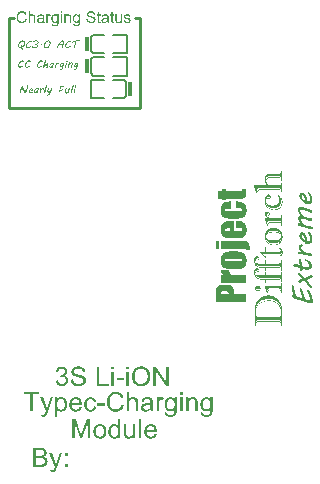
<source format=gbr>
G04 Layer_Color=65535*
%FSLAX25Y25*%
%MOIN*%
%TF.FileFunction,Legend,Top*%
%TF.Part,Single*%
G01*
G75*
%ADD11C,0.01000*%
%ADD30C,0.00787*%
%ADD31R,0.01181X0.04724*%
G36*
X380305Y468840D02*
X380370Y468835D01*
X380440Y468820D01*
X380520Y468805D01*
X380600Y468780D01*
X380680Y468750D01*
X380690Y468745D01*
X380715Y468735D01*
X380750Y468715D01*
X380800Y468685D01*
X380850Y468655D01*
X380900Y468615D01*
X380950Y468565D01*
X380995Y468515D01*
X381000Y468510D01*
X381010Y468490D01*
X381030Y468460D01*
X381055Y468415D01*
X381075Y468365D01*
X381100Y468305D01*
X381120Y468240D01*
X381140Y468165D01*
Y468160D01*
X381145Y468140D01*
X381150Y468105D01*
X381155Y468060D01*
X381160Y467995D01*
X381165Y467920D01*
X381170Y467825D01*
Y467710D01*
Y466000D01*
X380700D01*
Y467690D01*
Y467695D01*
Y467705D01*
Y467715D01*
Y467735D01*
X380695Y467790D01*
Y467850D01*
X380685Y467920D01*
X380675Y467990D01*
X380660Y468055D01*
X380640Y468115D01*
Y468120D01*
X380630Y468140D01*
X380615Y468165D01*
X380595Y468200D01*
X380570Y468235D01*
X380535Y468275D01*
X380495Y468310D01*
X380445Y468345D01*
X380440Y468350D01*
X380420Y468360D01*
X380390Y468375D01*
X380350Y468390D01*
X380305Y468405D01*
X380250Y468420D01*
X380185Y468430D01*
X380120Y468435D01*
X380090D01*
X380070Y468430D01*
X380010Y468425D01*
X379940Y468410D01*
X379860Y468390D01*
X379770Y468355D01*
X379680Y468305D01*
X379595Y468240D01*
X379585Y468230D01*
X379575Y468220D01*
X379560Y468200D01*
X379545Y468180D01*
X379525Y468150D01*
X379510Y468120D01*
X379490Y468080D01*
X379470Y468030D01*
X379450Y467980D01*
X379430Y467920D01*
X379415Y467855D01*
X379400Y467780D01*
X379390Y467700D01*
X379385Y467610D01*
X379380Y467515D01*
Y466000D01*
X378910D01*
Y468785D01*
X379335D01*
Y468385D01*
X379340Y468390D01*
X379350Y468405D01*
X379365Y468430D01*
X379390Y468455D01*
X379425Y468490D01*
X379460Y468530D01*
X379505Y468570D01*
X379560Y468615D01*
X379620Y468660D01*
X379685Y468700D01*
X379755Y468740D01*
X379835Y468775D01*
X379920Y468805D01*
X380010Y468825D01*
X380110Y468840D01*
X380215Y468845D01*
X380260D01*
X380305Y468840D01*
D02*
G37*
G36*
X374050Y468835D02*
X374110Y468825D01*
X374185Y468805D01*
X374270Y468780D01*
X374355Y468740D01*
X374450Y468690D01*
X374285Y468255D01*
X374275Y468260D01*
X374255Y468270D01*
X374220Y468285D01*
X374175Y468305D01*
X374125Y468325D01*
X374065Y468340D01*
X374000Y468350D01*
X373935Y468355D01*
X373910D01*
X373880Y468350D01*
X373840Y468345D01*
X373800Y468330D01*
X373750Y468315D01*
X373705Y468290D01*
X373655Y468260D01*
X373650Y468255D01*
X373635Y468245D01*
X373615Y468220D01*
X373590Y468190D01*
X373560Y468155D01*
X373530Y468110D01*
X373505Y468060D01*
X373480Y468000D01*
Y467995D01*
X373475Y467990D01*
Y467975D01*
X373470Y467955D01*
X373455Y467905D01*
X373445Y467840D01*
X373430Y467755D01*
X373415Y467665D01*
X373410Y467560D01*
X373405Y467450D01*
Y466000D01*
X372935D01*
Y468785D01*
X373360D01*
Y468360D01*
X373365Y468370D01*
X373375Y468385D01*
X373385Y468405D01*
X373420Y468455D01*
X373455Y468515D01*
X373500Y468585D01*
X373550Y468650D01*
X373605Y468705D01*
X373655Y468750D01*
X373660Y468755D01*
X373680Y468765D01*
X373710Y468780D01*
X373745Y468800D01*
X373790Y468815D01*
X373845Y468830D01*
X373900Y468840D01*
X373960Y468845D01*
X374000D01*
X374050Y468835D01*
D02*
G37*
G36*
X399900Y468840D02*
X399930D01*
X400010Y468835D01*
X400095Y468820D01*
X400195Y468805D01*
X400290Y468780D01*
X400385Y468750D01*
X400390D01*
X400395Y468745D01*
X400425Y468735D01*
X400470Y468710D01*
X400525Y468680D01*
X400585Y468645D01*
X400645Y468600D01*
X400705Y468550D01*
X400755Y468490D01*
X400760Y468485D01*
X400775Y468460D01*
X400795Y468425D01*
X400820Y468375D01*
X400850Y468315D01*
X400875Y468245D01*
X400900Y468160D01*
X400920Y468065D01*
X400460Y468000D01*
Y468010D01*
X400450Y468035D01*
X400440Y468075D01*
X400425Y468120D01*
X400400Y468175D01*
X400365Y468230D01*
X400325Y468280D01*
X400275Y468330D01*
X400270Y468335D01*
X400245Y468350D01*
X400215Y468370D01*
X400165Y468395D01*
X400105Y468415D01*
X400030Y468435D01*
X399945Y468450D01*
X399845Y468455D01*
X399790D01*
X399735Y468450D01*
X399665Y468440D01*
X399590Y468430D01*
X399510Y468410D01*
X399440Y468380D01*
X399380Y468345D01*
X399375Y468340D01*
X399360Y468325D01*
X399335Y468305D01*
X399315Y468275D01*
X399290Y468240D01*
X399265Y468195D01*
X399250Y468150D01*
X399245Y468095D01*
Y468090D01*
Y468080D01*
X399250Y468065D01*
Y468040D01*
X399270Y467990D01*
X399280Y467960D01*
X399300Y467930D01*
X399305Y467925D01*
X399310Y467920D01*
X399325Y467905D01*
X399345Y467885D01*
X399370Y467865D01*
X399400Y467845D01*
X399440Y467825D01*
X399480Y467805D01*
X399485D01*
X399495Y467800D01*
X399520Y467790D01*
X399560Y467780D01*
X399615Y467765D01*
X399650Y467755D01*
X399690Y467745D01*
X399735Y467730D01*
X399785Y467720D01*
X399840Y467700D01*
X399900Y467685D01*
X399905D01*
X399920Y467680D01*
X399950Y467675D01*
X399980Y467665D01*
X400020Y467650D01*
X400070Y467640D01*
X400175Y467610D01*
X400290Y467575D01*
X400405Y467540D01*
X400510Y467505D01*
X400555Y467485D01*
X400595Y467470D01*
X400605Y467465D01*
X400630Y467455D01*
X400665Y467435D01*
X400710Y467405D01*
X400760Y467370D01*
X400810Y467330D01*
X400865Y467280D01*
X400910Y467220D01*
X400915Y467215D01*
X400930Y467190D01*
X400945Y467155D01*
X400970Y467110D01*
X400990Y467050D01*
X401005Y466985D01*
X401020Y466905D01*
X401025Y466820D01*
Y466815D01*
Y466810D01*
Y466780D01*
X401020Y466735D01*
X401010Y466675D01*
X400990Y466605D01*
X400965Y466530D01*
X400930Y466450D01*
X400885Y466370D01*
X400880Y466360D01*
X400860Y466335D01*
X400825Y466300D01*
X400785Y466255D01*
X400725Y466200D01*
X400655Y466150D01*
X400575Y466095D01*
X400485Y466050D01*
X400480D01*
X400475Y466045D01*
X400460Y466040D01*
X400440Y466035D01*
X400385Y466015D01*
X400315Y465995D01*
X400230Y465975D01*
X400130Y465955D01*
X400020Y465945D01*
X399900Y465940D01*
X399850D01*
X399810Y465945D01*
X399765D01*
X399715Y465950D01*
X399655Y465960D01*
X399590Y465970D01*
X399460Y465995D01*
X399320Y466035D01*
X399190Y466090D01*
X399125Y466120D01*
X399070Y466160D01*
X399065Y466165D01*
X399060Y466170D01*
X399045Y466185D01*
X399025Y466200D01*
X399000Y466225D01*
X398975Y466255D01*
X398950Y466290D01*
X398920Y466330D01*
X398890Y466375D01*
X398855Y466425D01*
X398825Y466480D01*
X398800Y466540D01*
X398770Y466605D01*
X398745Y466675D01*
X398725Y466750D01*
X398710Y466830D01*
X399175Y466905D01*
Y466900D01*
Y466895D01*
X399180Y466880D01*
X399185Y466860D01*
X399195Y466810D01*
X399215Y466745D01*
X399245Y466675D01*
X399280Y466605D01*
X399330Y466535D01*
X399390Y466475D01*
X399400Y466470D01*
X399425Y466455D01*
X399465Y466430D01*
X399520Y466405D01*
X399595Y466375D01*
X399680Y466355D01*
X399780Y466335D01*
X399895Y466330D01*
X399950D01*
X400005Y466335D01*
X400080Y466345D01*
X400155Y466360D01*
X400235Y466385D01*
X400315Y466415D01*
X400380Y466460D01*
X400385Y466465D01*
X400405Y466485D01*
X400430Y466510D01*
X400460Y466550D01*
X400490Y466595D01*
X400515Y466645D01*
X400535Y466705D01*
X400540Y466770D01*
Y466775D01*
Y466795D01*
X400535Y466825D01*
X400525Y466860D01*
X400505Y466900D01*
X400480Y466940D01*
X400445Y466980D01*
X400400Y467020D01*
X400395Y467025D01*
X400380Y467030D01*
X400350Y467045D01*
X400300Y467060D01*
X400270Y467075D01*
X400240Y467085D01*
X400200Y467095D01*
X400155Y467110D01*
X400105Y467125D01*
X400045Y467140D01*
X399985Y467160D01*
X399915Y467175D01*
X399910D01*
X399890Y467180D01*
X399865Y467190D01*
X399830Y467200D01*
X399790Y467210D01*
X399740Y467225D01*
X399630Y467255D01*
X399510Y467290D01*
X399390Y467330D01*
X399335Y467350D01*
X399285Y467370D01*
X399235Y467385D01*
X399195Y467405D01*
X399185Y467410D01*
X399160Y467425D01*
X399125Y467445D01*
X399080Y467475D01*
X399035Y467510D01*
X398980Y467555D01*
X398935Y467605D01*
X398890Y467665D01*
X398885Y467675D01*
X398875Y467695D01*
X398860Y467730D01*
X398840Y467775D01*
X398820Y467830D01*
X398805Y467895D01*
X398795Y467965D01*
X398790Y468040D01*
Y468050D01*
Y468070D01*
X398795Y468105D01*
X398800Y468155D01*
X398810Y468205D01*
X398825Y468265D01*
X398845Y468325D01*
X398875Y468385D01*
X398880Y468390D01*
X398890Y468410D01*
X398910Y468440D01*
X398935Y468480D01*
X398970Y468520D01*
X399010Y468565D01*
X399055Y468610D01*
X399105Y468650D01*
X399110Y468655D01*
X399125Y468665D01*
X399150Y468680D01*
X399185Y468695D01*
X399225Y468720D01*
X399280Y468740D01*
X399340Y468765D01*
X399405Y468785D01*
X399415Y468790D01*
X399440Y468795D01*
X399475Y468805D01*
X399530Y468815D01*
X399590Y468825D01*
X399660Y468835D01*
X399735Y468845D01*
X399870D01*
X399900Y468840D01*
D02*
G37*
G36*
X364910Y469905D02*
X364960Y469900D01*
X365020Y469895D01*
X365085Y469885D01*
X365155Y469875D01*
X365305Y469840D01*
X365385Y469815D01*
X365470Y469785D01*
X365550Y469750D01*
X365630Y469715D01*
X365710Y469665D01*
X365785Y469615D01*
X365790Y469610D01*
X365800Y469600D01*
X365825Y469585D01*
X365850Y469560D01*
X365880Y469530D01*
X365920Y469495D01*
X365960Y469450D01*
X366005Y469400D01*
X366050Y469345D01*
X366095Y469285D01*
X366140Y469215D01*
X366185Y469145D01*
X366230Y469065D01*
X366270Y468980D01*
X366310Y468885D01*
X366340Y468790D01*
X365840Y468670D01*
Y468675D01*
X365835Y468690D01*
X365825Y468710D01*
X365815Y468740D01*
X365800Y468775D01*
X365785Y468815D01*
X365740Y468905D01*
X365685Y469005D01*
X365620Y469105D01*
X365540Y469200D01*
X365495Y469240D01*
X365450Y469280D01*
X365445D01*
X365440Y469290D01*
X365425Y469300D01*
X365405Y469310D01*
X365380Y469325D01*
X365350Y469340D01*
X365275Y469380D01*
X365180Y469415D01*
X365070Y469445D01*
X364945Y469465D01*
X364805Y469475D01*
X364760D01*
X364730Y469470D01*
X364695D01*
X364650Y469465D01*
X364600Y469455D01*
X364545Y469450D01*
X364430Y469425D01*
X364305Y469385D01*
X364180Y469330D01*
X364120Y469300D01*
X364060Y469260D01*
X364055D01*
X364045Y469250D01*
X364030Y469240D01*
X364010Y469220D01*
X363960Y469175D01*
X363900Y469110D01*
X363830Y469030D01*
X363760Y468930D01*
X363695Y468820D01*
X363645Y468690D01*
Y468685D01*
X363640Y468675D01*
X363635Y468655D01*
X363625Y468630D01*
X363615Y468595D01*
X363605Y468555D01*
X363595Y468510D01*
X363585Y468465D01*
X363565Y468350D01*
X363545Y468225D01*
X363530Y468090D01*
X363525Y467950D01*
Y467945D01*
Y467930D01*
Y467905D01*
Y467870D01*
X363530Y467825D01*
X363535Y467775D01*
Y467720D01*
X363545Y467660D01*
X363560Y467525D01*
X363585Y467385D01*
X363620Y467235D01*
X363665Y467095D01*
Y467090D01*
X363670Y467080D01*
X363680Y467060D01*
X363695Y467035D01*
X363710Y467005D01*
X363725Y466970D01*
X363775Y466890D01*
X363840Y466800D01*
X363915Y466710D01*
X364005Y466625D01*
X364110Y466550D01*
X364115D01*
X364125Y466540D01*
X364140Y466535D01*
X364165Y466520D01*
X364190Y466510D01*
X364225Y466495D01*
X364305Y466460D01*
X364405Y466425D01*
X364515Y466400D01*
X364635Y466380D01*
X364765Y466370D01*
X364805D01*
X364835Y466375D01*
X364875Y466380D01*
X364915Y466385D01*
X364965Y466390D01*
X365015Y466400D01*
X365130Y466430D01*
X365250Y466475D01*
X365315Y466500D01*
X365375Y466535D01*
X365435Y466570D01*
X365490Y466615D01*
X365495Y466620D01*
X365505Y466625D01*
X365520Y466640D01*
X365540Y466660D01*
X365560Y466685D01*
X365590Y466720D01*
X365620Y466755D01*
X365650Y466800D01*
X365685Y466845D01*
X365720Y466900D01*
X365750Y466960D01*
X365785Y467025D01*
X365815Y467100D01*
X365845Y467175D01*
X365870Y467255D01*
X365895Y467345D01*
X366405Y467215D01*
Y467210D01*
X366395Y467190D01*
X366385Y467155D01*
X366375Y467110D01*
X366355Y467060D01*
X366330Y467000D01*
X366305Y466935D01*
X366270Y466860D01*
X366235Y466785D01*
X366190Y466705D01*
X366145Y466630D01*
X366090Y466550D01*
X366035Y466470D01*
X365970Y466395D01*
X365900Y466325D01*
X365825Y466260D01*
X365820Y466255D01*
X365805Y466245D01*
X365785Y466230D01*
X365750Y466210D01*
X365710Y466185D01*
X365660Y466155D01*
X365605Y466130D01*
X365545Y466100D01*
X365470Y466065D01*
X365395Y466040D01*
X365310Y466010D01*
X365220Y465985D01*
X365125Y465965D01*
X365025Y465950D01*
X364920Y465940D01*
X364810Y465935D01*
X364750D01*
X364705Y465940D01*
X364655Y465945D01*
X364590Y465950D01*
X364525Y465955D01*
X364450Y465965D01*
X364290Y465995D01*
X364120Y466040D01*
X364035Y466070D01*
X363950Y466105D01*
X363870Y466140D01*
X363795Y466185D01*
X363790Y466190D01*
X363780Y466195D01*
X363760Y466210D01*
X363730Y466235D01*
X363700Y466260D01*
X363660Y466290D01*
X363620Y466330D01*
X363575Y466375D01*
X363525Y466420D01*
X363480Y466475D01*
X363430Y466535D01*
X363380Y466605D01*
X363330Y466675D01*
X363285Y466750D01*
X363240Y466835D01*
X363200Y466920D01*
Y466925D01*
X363190Y466940D01*
X363180Y466970D01*
X363170Y467005D01*
X363155Y467050D01*
X363135Y467100D01*
X363120Y467160D01*
X363100Y467230D01*
X363080Y467305D01*
X363065Y467385D01*
X363045Y467470D01*
X363030Y467555D01*
X363010Y467750D01*
X363000Y467950D01*
Y467955D01*
Y467975D01*
Y468010D01*
X363005Y468050D01*
Y468105D01*
X363010Y468165D01*
X363020Y468230D01*
X363030Y468305D01*
X363040Y468385D01*
X363055Y468470D01*
X363095Y468645D01*
X363150Y468820D01*
X363185Y468910D01*
X363225Y468995D01*
X363230Y469000D01*
X363235Y469015D01*
X363250Y469040D01*
X363270Y469070D01*
X363290Y469105D01*
X363320Y469150D01*
X363355Y469195D01*
X363395Y469250D01*
X363485Y469360D01*
X363600Y469470D01*
X363730Y469580D01*
X363805Y469630D01*
X363880Y469675D01*
X363885Y469680D01*
X363900Y469685D01*
X363925Y469695D01*
X363955Y469710D01*
X363995Y469730D01*
X364040Y469750D01*
X364095Y469770D01*
X364155Y469795D01*
X364225Y469815D01*
X364295Y469835D01*
X364455Y469875D01*
X364630Y469900D01*
X364720Y469910D01*
X364870D01*
X364910Y469905D01*
D02*
G37*
G36*
X433373Y378707D02*
X433596Y378694D01*
X433832Y378668D01*
X434068Y378628D01*
X434291Y378576D01*
X434475Y378510D01*
X434488Y378497D01*
X434554Y378471D01*
X434632Y378419D01*
X434724Y378340D01*
X434842Y378248D01*
X434947Y378117D01*
X435065Y377959D01*
X435157Y377763D01*
X435170Y377736D01*
X435197Y377671D01*
X435236Y377553D01*
X435275Y377382D01*
X435315Y377185D01*
X435354Y376949D01*
X435380Y376674D01*
X435393Y376359D01*
Y375650D01*
X439500D01*
Y373000D01*
X429293D01*
Y375663D01*
Y375676D01*
Y375716D01*
Y375768D01*
Y375847D01*
Y375939D01*
X429306Y376044D01*
X429319Y376280D01*
X429332Y376555D01*
X429358Y376831D01*
X429411Y377093D01*
X429463Y377330D01*
Y377343D01*
X429476Y377356D01*
X429489Y377421D01*
X429529Y377526D01*
X429594Y377658D01*
X429660Y377802D01*
X429739Y377946D01*
X429844Y378091D01*
X429962Y378209D01*
X429975Y378222D01*
X430014Y378261D01*
X430093Y378314D01*
X430185Y378379D01*
X430303Y378445D01*
X430434Y378510D01*
X430578Y378563D01*
X430749Y378615D01*
X430775D01*
X430828Y378628D01*
X430946Y378655D01*
X431090Y378668D01*
X431287Y378694D01*
X431523Y378707D01*
X431812Y378720D01*
X433281D01*
X433373Y378707D01*
D02*
G37*
G36*
X378185Y469305D02*
X377715D01*
Y469845D01*
X378185D01*
Y469305D01*
D02*
G37*
G36*
X387865Y469905D02*
X387905D01*
X387955Y469900D01*
X388010Y469895D01*
X388125Y469875D01*
X388250Y469850D01*
X388380Y469815D01*
X388505Y469770D01*
X388510D01*
X388520Y469765D01*
X388535Y469755D01*
X388560Y469745D01*
X388620Y469710D01*
X388690Y469665D01*
X388775Y469610D01*
X388855Y469540D01*
X388940Y469455D01*
X389010Y469360D01*
Y469355D01*
X389020Y469350D01*
X389025Y469335D01*
X389040Y469315D01*
X389050Y469290D01*
X389065Y469260D01*
X389100Y469185D01*
X389135Y469095D01*
X389165Y468995D01*
X389190Y468880D01*
X389200Y468760D01*
X388710Y468725D01*
Y468730D01*
Y468740D01*
X388705Y468760D01*
X388700Y468785D01*
X388695Y468815D01*
X388685Y468850D01*
X388660Y468930D01*
X388625Y469015D01*
X388580Y469105D01*
X388520Y469195D01*
X388440Y469270D01*
X388430Y469280D01*
X388415Y469285D01*
X388400Y469300D01*
X388375Y469315D01*
X388345Y469330D01*
X388310Y469345D01*
X388275Y469365D01*
X388230Y469380D01*
X388180Y469395D01*
X388125Y469410D01*
X388065Y469425D01*
X388000Y469440D01*
X387930Y469445D01*
X387855Y469455D01*
X387700D01*
X387660Y469450D01*
X387620Y469445D01*
X387520Y469435D01*
X387410Y469415D01*
X387300Y469385D01*
X387195Y469340D01*
X387145Y469315D01*
X387105Y469285D01*
X387095Y469275D01*
X387070Y469255D01*
X387040Y469220D01*
X387000Y469170D01*
X386960Y469110D01*
X386930Y469040D01*
X386905Y468960D01*
X386895Y468875D01*
Y468865D01*
Y468840D01*
X386905Y468805D01*
X386915Y468755D01*
X386930Y468700D01*
X386955Y468645D01*
X386990Y468590D01*
X387040Y468535D01*
X387050Y468530D01*
X387060Y468520D01*
X387075Y468515D01*
X387095Y468500D01*
X387120Y468485D01*
X387155Y468470D01*
X387190Y468455D01*
X387240Y468435D01*
X387295Y468410D01*
X387355Y468390D01*
X387425Y468365D01*
X387505Y468340D01*
X387595Y468315D01*
X387695Y468290D01*
X387805Y468265D01*
X387810D01*
X387830Y468260D01*
X387865Y468250D01*
X387905Y468240D01*
X387955Y468230D01*
X388015Y468215D01*
X388075Y468200D01*
X388145Y468180D01*
X388285Y468145D01*
X388425Y468105D01*
X388490Y468080D01*
X388555Y468060D01*
X388610Y468040D01*
X388655Y468020D01*
X388660D01*
X388670Y468015D01*
X388685Y468005D01*
X388710Y467990D01*
X388770Y467960D01*
X388845Y467915D01*
X388925Y467855D01*
X389005Y467790D01*
X389085Y467710D01*
X389150Y467625D01*
Y467620D01*
X389155Y467615D01*
X389165Y467600D01*
X389175Y467585D01*
X389200Y467535D01*
X389235Y467470D01*
X389265Y467390D01*
X389290Y467295D01*
X389310Y467195D01*
X389315Y467080D01*
Y467075D01*
Y467065D01*
Y467050D01*
X389310Y467030D01*
Y467000D01*
X389305Y466970D01*
X389295Y466895D01*
X389270Y466805D01*
X389240Y466710D01*
X389195Y466605D01*
X389135Y466505D01*
Y466500D01*
X389125Y466495D01*
X389115Y466480D01*
X389105Y466460D01*
X389060Y466410D01*
X389005Y466350D01*
X388935Y466285D01*
X388850Y466215D01*
X388745Y466145D01*
X388630Y466085D01*
X388625D01*
X388615Y466080D01*
X388595Y466070D01*
X388575Y466060D01*
X388540Y466050D01*
X388505Y466040D01*
X388465Y466025D01*
X388415Y466010D01*
X388310Y465985D01*
X388185Y465960D01*
X388045Y465940D01*
X387895Y465935D01*
X387845D01*
X387810Y465940D01*
X387765D01*
X387710Y465945D01*
X387655Y465950D01*
X387590Y465955D01*
X387455Y465970D01*
X387305Y466000D01*
X387160Y466035D01*
X387020Y466085D01*
X387015D01*
X387005Y466090D01*
X386985Y466100D01*
X386960Y466115D01*
X386935Y466130D01*
X386900Y466150D01*
X386820Y466200D01*
X386730Y466265D01*
X386640Y466345D01*
X386550Y466440D01*
X386470Y466545D01*
Y466550D01*
X386460Y466560D01*
X386450Y466575D01*
X386440Y466600D01*
X386425Y466630D01*
X386405Y466660D01*
X386390Y466700D01*
X386370Y466745D01*
X386330Y466850D01*
X386295Y466965D01*
X386270Y467100D01*
X386260Y467240D01*
X386740Y467280D01*
Y467275D01*
Y467265D01*
X386745Y467250D01*
Y467230D01*
X386755Y467180D01*
X386770Y467110D01*
X386790Y467035D01*
X386820Y466955D01*
X386855Y466875D01*
X386895Y466800D01*
X386900Y466790D01*
X386920Y466770D01*
X386950Y466735D01*
X386990Y466695D01*
X387045Y466645D01*
X387110Y466595D01*
X387190Y466545D01*
X387280Y466500D01*
X387285D01*
X387290Y466495D01*
X387305Y466490D01*
X387325Y466485D01*
X387350Y466475D01*
X387380Y466465D01*
X387455Y466445D01*
X387540Y466425D01*
X387640Y466405D01*
X387750Y466395D01*
X387870Y466390D01*
X387920D01*
X387975Y466395D01*
X388045Y466400D01*
X388120Y466410D01*
X388210Y466425D01*
X388295Y466445D01*
X388380Y466475D01*
X388385D01*
X388390Y466480D01*
X388415Y466490D01*
X388455Y466510D01*
X388505Y466535D01*
X388560Y466570D01*
X388615Y466610D01*
X388670Y466655D01*
X388715Y466710D01*
X388720Y466715D01*
X388730Y466735D01*
X388750Y466770D01*
X388770Y466810D01*
X388790Y466860D01*
X388810Y466915D01*
X388820Y466975D01*
X388825Y467040D01*
Y467050D01*
Y467070D01*
X388820Y467105D01*
X388810Y467145D01*
X388800Y467195D01*
X388780Y467250D01*
X388750Y467305D01*
X388715Y467355D01*
X388710Y467360D01*
X388695Y467380D01*
X388670Y467405D01*
X388635Y467435D01*
X388585Y467470D01*
X388525Y467505D01*
X388455Y467545D01*
X388370Y467580D01*
X388360Y467585D01*
X388340Y467590D01*
X388320Y467600D01*
X388295Y467605D01*
X388265Y467615D01*
X388225Y467625D01*
X388185Y467640D01*
X388135Y467650D01*
X388080Y467665D01*
X388015Y467685D01*
X387945Y467700D01*
X387865Y467720D01*
X387780Y467740D01*
X387685Y467765D01*
X387680D01*
X387660Y467770D01*
X387635Y467780D01*
X387600Y467785D01*
X387555Y467800D01*
X387510Y467810D01*
X387395Y467845D01*
X387275Y467880D01*
X387150Y467925D01*
X387040Y467965D01*
X386990Y467990D01*
X386945Y468010D01*
X386940D01*
X386935Y468015D01*
X386920Y468025D01*
X386900Y468035D01*
X386850Y468065D01*
X386790Y468110D01*
X386725Y468160D01*
X386655Y468220D01*
X386590Y468290D01*
X386535Y468365D01*
Y468370D01*
X386530Y468375D01*
X386515Y468405D01*
X386495Y468445D01*
X386470Y468505D01*
X386445Y468575D01*
X386425Y468660D01*
X386410Y468750D01*
X386405Y468845D01*
Y468850D01*
Y468860D01*
Y468875D01*
X386410Y468895D01*
X386415Y468950D01*
X386425Y469025D01*
X386445Y469110D01*
X386475Y469200D01*
X386515Y469295D01*
X386570Y469390D01*
Y469395D01*
X386580Y469400D01*
X386600Y469430D01*
X386640Y469480D01*
X386690Y469535D01*
X386760Y469595D01*
X386840Y469660D01*
X386940Y469720D01*
X387050Y469775D01*
X387055D01*
X387065Y469780D01*
X387080Y469790D01*
X387105Y469795D01*
X387135Y469805D01*
X387170Y469820D01*
X387210Y469830D01*
X387255Y469845D01*
X387360Y469865D01*
X387480Y469890D01*
X387615Y469905D01*
X387755Y469910D01*
X387825D01*
X387865Y469905D01*
D02*
G37*
G36*
X398160Y466000D02*
X397740D01*
Y466410D01*
X397735Y466405D01*
X397725Y466390D01*
X397705Y466365D01*
X397680Y466335D01*
X397645Y466300D01*
X397605Y466260D01*
X397560Y466220D01*
X397505Y466175D01*
X397445Y466130D01*
X397380Y466090D01*
X397305Y466050D01*
X397230Y466015D01*
X397145Y465985D01*
X397055Y465960D01*
X396955Y465945D01*
X396855Y465940D01*
X396815D01*
X396765Y465945D01*
X396705Y465950D01*
X396635Y465960D01*
X396560Y465980D01*
X396475Y466000D01*
X396395Y466030D01*
X396385Y466035D01*
X396360Y466045D01*
X396320Y466070D01*
X396275Y466095D01*
X396225Y466130D01*
X396170Y466170D01*
X396120Y466215D01*
X396075Y466265D01*
X396070Y466270D01*
X396060Y466290D01*
X396040Y466320D01*
X396020Y466365D01*
X395995Y466415D01*
X395970Y466475D01*
X395950Y466545D01*
X395930Y466620D01*
Y466625D01*
X395925Y466645D01*
X395920Y466680D01*
Y466730D01*
X395915Y466790D01*
X395910Y466865D01*
X395905Y466955D01*
Y467060D01*
Y468785D01*
X396375D01*
Y467240D01*
Y467235D01*
Y467225D01*
Y467205D01*
Y467180D01*
Y467150D01*
Y467115D01*
X396380Y467040D01*
Y466955D01*
X396385Y466875D01*
X396390Y466800D01*
X396395Y466765D01*
X396400Y466740D01*
Y466730D01*
X396410Y466710D01*
X396420Y466675D01*
X396440Y466635D01*
X396465Y466590D01*
X396500Y466540D01*
X396540Y466495D01*
X396590Y466450D01*
X396595Y466445D01*
X396615Y466435D01*
X396645Y466415D01*
X396690Y466400D01*
X396740Y466380D01*
X396800Y466360D01*
X396870Y466350D01*
X396945Y466345D01*
X396980D01*
X397025Y466350D01*
X397075Y466360D01*
X397135Y466370D01*
X397205Y466390D01*
X397275Y466415D01*
X397345Y466450D01*
X397355Y466455D01*
X397375Y466470D01*
X397410Y466495D01*
X397450Y466530D01*
X397495Y466570D01*
X397535Y466620D01*
X397575Y466680D01*
X397610Y466745D01*
X397615Y466755D01*
X397625Y466780D01*
X397635Y466825D01*
X397650Y466885D01*
X397665Y466960D01*
X397680Y467055D01*
X397685Y467165D01*
X397690Y467290D01*
Y468785D01*
X398160D01*
Y466000D01*
D02*
G37*
G36*
X394975Y468785D02*
X395450D01*
Y468420D01*
X394975D01*
Y466790D01*
Y466780D01*
Y466755D01*
Y466720D01*
X394980Y466680D01*
Y466635D01*
X394985Y466590D01*
X394990Y466555D01*
X394995Y466525D01*
X395000Y466515D01*
X395015Y466495D01*
X395040Y466465D01*
X395075Y466435D01*
X395080D01*
X395085Y466430D01*
X395100Y466425D01*
X395120Y466420D01*
X395170Y466410D01*
X395240Y466405D01*
X395295D01*
X395325Y466410D01*
X395365D01*
X395405Y466415D01*
X395450Y466420D01*
X395515Y466005D01*
X395505D01*
X395480Y466000D01*
X395445Y465995D01*
X395395Y465985D01*
X395340Y465980D01*
X395280Y465970D01*
X395155Y465965D01*
X395115D01*
X395065Y465970D01*
X395010Y465975D01*
X394945Y465985D01*
X394880Y466000D01*
X394815Y466020D01*
X394760Y466045D01*
X394755Y466050D01*
X394735Y466060D01*
X394715Y466075D01*
X394685Y466100D01*
X394650Y466130D01*
X394615Y466170D01*
X394585Y466210D01*
X394560Y466255D01*
Y466260D01*
X394550Y466285D01*
X394545Y466320D01*
X394535Y466375D01*
X394530Y466410D01*
X394525Y466450D01*
X394520Y466495D01*
X394515Y466550D01*
X394510Y466605D01*
Y466670D01*
X394505Y466740D01*
Y466815D01*
Y468420D01*
X394155D01*
Y468785D01*
X394505D01*
Y469470D01*
X394975Y469755D01*
Y468785D01*
D02*
G37*
G36*
X390500D02*
X390975D01*
Y468420D01*
X390500D01*
Y466790D01*
Y466780D01*
Y466755D01*
Y466720D01*
X390505Y466680D01*
Y466635D01*
X390510Y466590D01*
X390515Y466555D01*
X390520Y466525D01*
X390525Y466515D01*
X390540Y466495D01*
X390565Y466465D01*
X390600Y466435D01*
X390605D01*
X390610Y466430D01*
X390625Y466425D01*
X390645Y466420D01*
X390695Y466410D01*
X390765Y466405D01*
X390820D01*
X390850Y466410D01*
X390890D01*
X390930Y466415D01*
X390975Y466420D01*
X391040Y466005D01*
X391030D01*
X391005Y466000D01*
X390970Y465995D01*
X390920Y465985D01*
X390865Y465980D01*
X390805Y465970D01*
X390680Y465965D01*
X390640D01*
X390590Y465970D01*
X390535Y465975D01*
X390470Y465985D01*
X390405Y466000D01*
X390340Y466020D01*
X390285Y466045D01*
X390280Y466050D01*
X390260Y466060D01*
X390240Y466075D01*
X390210Y466100D01*
X390175Y466130D01*
X390140Y466170D01*
X390110Y466210D01*
X390085Y466255D01*
Y466260D01*
X390075Y466285D01*
X390070Y466320D01*
X390060Y466375D01*
X390055Y466410D01*
X390050Y466450D01*
X390045Y466495D01*
X390040Y466550D01*
X390035Y466605D01*
Y466670D01*
X390030Y466740D01*
Y466815D01*
Y468420D01*
X389680D01*
Y468785D01*
X390030D01*
Y469470D01*
X390500Y469755D01*
Y468785D01*
D02*
G37*
G36*
X382965Y468840D02*
X383000D01*
X383040Y468835D01*
X383090Y468825D01*
X383145Y468810D01*
X383205Y468795D01*
X383265Y468775D01*
X383330Y468745D01*
X383400Y468715D01*
X383470Y468675D01*
X383535Y468630D01*
X383605Y468575D01*
X383670Y468510D01*
X383730Y468440D01*
Y468785D01*
X384165D01*
Y466380D01*
Y466375D01*
Y466350D01*
Y466320D01*
Y466275D01*
X384160Y466220D01*
Y466160D01*
X384155Y466095D01*
X384150Y466025D01*
X384130Y465875D01*
X384110Y465720D01*
X384095Y465650D01*
X384075Y465580D01*
X384055Y465520D01*
X384030Y465465D01*
Y465460D01*
X384025Y465455D01*
X384015Y465440D01*
X384005Y465420D01*
X383975Y465370D01*
X383930Y465310D01*
X383870Y465240D01*
X383800Y465170D01*
X383710Y465100D01*
X383610Y465035D01*
X383605D01*
X383595Y465030D01*
X383580Y465020D01*
X383560Y465010D01*
X383530Y465000D01*
X383500Y464985D01*
X383460Y464970D01*
X383415Y464955D01*
X383315Y464925D01*
X383195Y464900D01*
X383055Y464880D01*
X382905Y464875D01*
X382855D01*
X382825Y464880D01*
X382780D01*
X382730Y464885D01*
X382680Y464895D01*
X382620Y464905D01*
X382490Y464930D01*
X382355Y464970D01*
X382225Y465025D01*
X382160Y465060D01*
X382100Y465100D01*
X382095Y465105D01*
X382085Y465110D01*
X382070Y465125D01*
X382055Y465140D01*
X382030Y465165D01*
X382005Y465195D01*
X381975Y465230D01*
X381950Y465270D01*
X381920Y465315D01*
X381895Y465365D01*
X381870Y465420D01*
X381845Y465480D01*
X381830Y465545D01*
X381815Y465615D01*
X381805Y465695D01*
Y465775D01*
X382265Y465710D01*
Y465700D01*
X382270Y465675D01*
X382280Y465640D01*
X382295Y465595D01*
X382315Y465540D01*
X382345Y465490D01*
X382380Y465440D01*
X382425Y465400D01*
X382435Y465395D01*
X382455Y465380D01*
X382495Y465355D01*
X382550Y465335D01*
X382620Y465310D01*
X382700Y465285D01*
X382795Y465270D01*
X382905Y465265D01*
X382960D01*
X383015Y465270D01*
X383090Y465280D01*
X383170Y465300D01*
X383255Y465320D01*
X383335Y465355D01*
X383410Y465400D01*
X383420Y465405D01*
X383440Y465425D01*
X383470Y465455D01*
X383510Y465495D01*
X383550Y465545D01*
X383585Y465610D01*
X383625Y465680D01*
X383650Y465765D01*
Y465770D01*
X383655Y465795D01*
X383665Y465835D01*
Y465860D01*
X383670Y465895D01*
X383675Y465930D01*
Y465975D01*
X383680Y466025D01*
Y466080D01*
X383685Y466140D01*
Y466210D01*
Y466285D01*
Y466365D01*
X383680Y466360D01*
X383670Y466350D01*
X383655Y466330D01*
X383630Y466310D01*
X383600Y466280D01*
X383565Y466250D01*
X383520Y466215D01*
X383475Y466185D01*
X383420Y466150D01*
X383360Y466115D01*
X383230Y466055D01*
X383155Y466035D01*
X383080Y466015D01*
X383000Y466005D01*
X382915Y466000D01*
X382890D01*
X382860Y466005D01*
X382820D01*
X382770Y466015D01*
X382715Y466020D01*
X382655Y466035D01*
X382590Y466050D01*
X382520Y466075D01*
X382445Y466100D01*
X382370Y466135D01*
X382295Y466175D01*
X382225Y466220D01*
X382155Y466275D01*
X382085Y466340D01*
X382025Y466410D01*
X382020Y466415D01*
X382010Y466430D01*
X381995Y466450D01*
X381975Y466485D01*
X381950Y466525D01*
X381925Y466570D01*
X381895Y466630D01*
X381870Y466690D01*
X381840Y466760D01*
X381810Y466835D01*
X381785Y466915D01*
X381760Y467005D01*
X381740Y467100D01*
X381725Y467195D01*
X381715Y467300D01*
X381710Y467405D01*
Y467410D01*
Y467425D01*
Y467445D01*
Y467475D01*
X381715Y467510D01*
X381720Y467550D01*
Y467595D01*
X381730Y467645D01*
X381745Y467760D01*
X381770Y467885D01*
X381805Y468010D01*
X381855Y468140D01*
Y468145D01*
X381860Y468155D01*
X381870Y468170D01*
X381880Y468195D01*
X381895Y468225D01*
X381915Y468255D01*
X381960Y468330D01*
X382020Y468415D01*
X382090Y468500D01*
X382175Y468585D01*
X382270Y468660D01*
X382275D01*
X382285Y468670D01*
X382300Y468675D01*
X382320Y468690D01*
X382345Y468705D01*
X382375Y468720D01*
X382455Y468755D01*
X382550Y468785D01*
X382660Y468815D01*
X382780Y468835D01*
X382915Y468845D01*
X382935D01*
X382965Y468840D01*
D02*
G37*
G36*
X367440Y468460D02*
X367445Y468465D01*
X367455Y468475D01*
X367475Y468495D01*
X367500Y468520D01*
X367530Y468550D01*
X367570Y468580D01*
X367615Y468615D01*
X367665Y468655D01*
X367725Y468690D01*
X367785Y468725D01*
X367855Y468755D01*
X367925Y468785D01*
X368005Y468810D01*
X368090Y468830D01*
X368180Y468840D01*
X368270Y468845D01*
X368320D01*
X368380Y468840D01*
X368450Y468830D01*
X368535Y468815D01*
X368620Y468790D01*
X368715Y468760D01*
X368800Y468720D01*
X368805D01*
X368810Y468715D01*
X368840Y468700D01*
X368880Y468670D01*
X368930Y468635D01*
X368980Y468585D01*
X369035Y468530D01*
X369085Y468460D01*
X369130Y468385D01*
X369135Y468375D01*
X369145Y468345D01*
X369160Y468295D01*
X369180Y468225D01*
X369200Y468140D01*
X369215Y468030D01*
X369225Y467905D01*
X369230Y467760D01*
Y466000D01*
X368760D01*
Y467760D01*
Y467765D01*
Y467775D01*
Y467795D01*
Y467820D01*
X368755Y467845D01*
X368750Y467880D01*
X368740Y467960D01*
X368720Y468040D01*
X368695Y468125D01*
X368655Y468205D01*
X368605Y468275D01*
X368600Y468280D01*
X368575Y468300D01*
X368540Y468325D01*
X368495Y468360D01*
X368430Y468390D01*
X368355Y468415D01*
X368270Y468435D01*
X368170Y468440D01*
X368135D01*
X368095Y468435D01*
X368045Y468425D01*
X367985Y468415D01*
X367920Y468395D01*
X367850Y468365D01*
X367780Y468330D01*
X367770Y468325D01*
X367750Y468310D01*
X367715Y468285D01*
X367680Y468250D01*
X367635Y468210D01*
X367590Y468160D01*
X367550Y468100D01*
X367515Y468035D01*
X367510Y468025D01*
X367505Y468000D01*
X367490Y467960D01*
X367480Y467900D01*
X367465Y467830D01*
X367450Y467740D01*
X367445Y467635D01*
X367440Y467520D01*
Y466000D01*
X366970D01*
Y469845D01*
X367440D01*
Y468460D01*
D02*
G37*
G36*
X392740Y468840D02*
X392820Y468835D01*
X392910Y468825D01*
X393010Y468810D01*
X393100Y468790D01*
X393190Y468760D01*
X393195D01*
X393200Y468755D01*
X393225Y468745D01*
X393265Y468725D01*
X393315Y468700D01*
X393370Y468670D01*
X393425Y468635D01*
X393475Y468590D01*
X393520Y468545D01*
X393525Y468540D01*
X393535Y468525D01*
X393555Y468495D01*
X393580Y468460D01*
X393605Y468415D01*
X393630Y468360D01*
X393650Y468300D01*
X393670Y468230D01*
Y468225D01*
X393675Y468205D01*
X393680Y468175D01*
X393685Y468130D01*
Y468070D01*
X393690Y467995D01*
X393695Y467905D01*
Y467795D01*
Y467165D01*
Y467160D01*
Y467135D01*
Y467105D01*
Y467060D01*
Y467010D01*
Y466950D01*
Y466885D01*
X393700Y466815D01*
Y466675D01*
X393705Y466540D01*
X393710Y466475D01*
Y466420D01*
X393715Y466375D01*
X393720Y466335D01*
Y466325D01*
X393725Y466305D01*
X393735Y466270D01*
X393745Y466230D01*
X393765Y466175D01*
X393785Y466120D01*
X393810Y466060D01*
X393840Y466000D01*
X393345D01*
X393340Y466005D01*
X393335Y466025D01*
X393320Y466055D01*
X393310Y466100D01*
X393290Y466150D01*
X393280Y466210D01*
X393265Y466275D01*
X393255Y466350D01*
X393250D01*
X393245Y466340D01*
X393230Y466330D01*
X393210Y466315D01*
X393160Y466275D01*
X393090Y466225D01*
X393015Y466175D01*
X392930Y466120D01*
X392835Y466070D01*
X392745Y466030D01*
X392740D01*
X392735Y466025D01*
X392720Y466020D01*
X392705Y466015D01*
X392655Y466000D01*
X392590Y465985D01*
X392515Y465970D01*
X392425Y465955D01*
X392330Y465945D01*
X392230Y465940D01*
X392185D01*
X392155Y465945D01*
X392115D01*
X392070Y465950D01*
X391970Y465970D01*
X391855Y465995D01*
X391740Y466035D01*
X391625Y466090D01*
X391575Y466120D01*
X391525Y466160D01*
X391520Y466165D01*
X391515Y466170D01*
X391485Y466200D01*
X391450Y466250D01*
X391405Y466315D01*
X391360Y466400D01*
X391320Y466495D01*
X391290Y466605D01*
X391285Y466665D01*
X391280Y466730D01*
Y466740D01*
Y466765D01*
X391285Y466805D01*
X391290Y466855D01*
X391300Y466910D01*
X391320Y466975D01*
X391340Y467040D01*
X391370Y467105D01*
X391375Y467115D01*
X391385Y467135D01*
X391410Y467165D01*
X391435Y467205D01*
X391470Y467245D01*
X391515Y467290D01*
X391560Y467335D01*
X391615Y467375D01*
X391620Y467380D01*
X391640Y467390D01*
X391675Y467410D01*
X391715Y467435D01*
X391765Y467460D01*
X391820Y467485D01*
X391885Y467510D01*
X391955Y467530D01*
X391960D01*
X391980Y467535D01*
X392015Y467545D01*
X392060Y467550D01*
X392120Y467565D01*
X392190Y467575D01*
X392275Y467585D01*
X392375Y467600D01*
X392380D01*
X392400Y467605D01*
X392430D01*
X392470Y467615D01*
X392515Y467620D01*
X392570Y467625D01*
X392630Y467635D01*
X392695Y467645D01*
X392830Y467670D01*
X392970Y467700D01*
X393100Y467730D01*
X393160Y467750D01*
X393215Y467765D01*
Y467770D01*
Y467780D01*
Y467795D01*
X393220Y467815D01*
Y467855D01*
Y467875D01*
Y467885D01*
Y467890D01*
Y467900D01*
Y467915D01*
Y467930D01*
X393215Y467985D01*
X393205Y468045D01*
X393185Y468115D01*
X393165Y468180D01*
X393130Y468245D01*
X393085Y468295D01*
X393075Y468300D01*
X393050Y468320D01*
X393010Y468345D01*
X392950Y468375D01*
X392870Y468405D01*
X392780Y468430D01*
X392670Y468450D01*
X392545Y468455D01*
X392490D01*
X392430Y468450D01*
X392360Y468440D01*
X392275Y468425D01*
X392195Y468405D01*
X392115Y468375D01*
X392050Y468335D01*
X392045Y468330D01*
X392025Y468315D01*
X391995Y468285D01*
X391965Y468240D01*
X391925Y468185D01*
X391890Y468115D01*
X391850Y468025D01*
X391820Y467925D01*
X391360Y467990D01*
Y467995D01*
X391365Y468005D01*
Y468020D01*
X391370Y468040D01*
X391385Y468095D01*
X391410Y468160D01*
X391435Y468235D01*
X391470Y468315D01*
X391515Y468395D01*
X391565Y468465D01*
X391570Y468475D01*
X391590Y468495D01*
X391625Y468525D01*
X391670Y468570D01*
X391730Y468615D01*
X391800Y468660D01*
X391885Y468705D01*
X391980Y468745D01*
X391985D01*
X391995Y468750D01*
X392010Y468755D01*
X392030Y468760D01*
X392055Y468770D01*
X392085Y468775D01*
X392165Y468795D01*
X392255Y468815D01*
X392365Y468830D01*
X392485Y468840D01*
X392615Y468845D01*
X392705D01*
X392740Y468840D01*
D02*
G37*
G36*
X378185Y466000D02*
X377715D01*
Y468785D01*
X378185D01*
Y466000D01*
D02*
G37*
G36*
X371255Y468840D02*
X371335Y468835D01*
X371425Y468825D01*
X371525Y468810D01*
X371615Y468790D01*
X371705Y468760D01*
X371710D01*
X371715Y468755D01*
X371740Y468745D01*
X371780Y468725D01*
X371830Y468700D01*
X371885Y468670D01*
X371940Y468635D01*
X371990Y468590D01*
X372035Y468545D01*
X372040Y468540D01*
X372050Y468525D01*
X372070Y468495D01*
X372095Y468460D01*
X372120Y468415D01*
X372145Y468360D01*
X372165Y468300D01*
X372185Y468230D01*
Y468225D01*
X372190Y468205D01*
X372195Y468175D01*
X372200Y468130D01*
Y468070D01*
X372205Y467995D01*
X372210Y467905D01*
Y467795D01*
Y467165D01*
Y467160D01*
Y467135D01*
Y467105D01*
Y467060D01*
Y467010D01*
Y466950D01*
Y466885D01*
X372215Y466815D01*
Y466675D01*
X372220Y466540D01*
X372225Y466475D01*
Y466420D01*
X372230Y466375D01*
X372235Y466335D01*
Y466325D01*
X372240Y466305D01*
X372250Y466270D01*
X372260Y466230D01*
X372280Y466175D01*
X372300Y466120D01*
X372325Y466060D01*
X372355Y466000D01*
X371860D01*
X371855Y466005D01*
X371850Y466025D01*
X371835Y466055D01*
X371825Y466100D01*
X371805Y466150D01*
X371795Y466210D01*
X371780Y466275D01*
X371770Y466350D01*
X371765D01*
X371760Y466340D01*
X371745Y466330D01*
X371725Y466315D01*
X371675Y466275D01*
X371605Y466225D01*
X371530Y466175D01*
X371445Y466120D01*
X371350Y466070D01*
X371260Y466030D01*
X371255D01*
X371250Y466025D01*
X371235Y466020D01*
X371220Y466015D01*
X371170Y466000D01*
X371105Y465985D01*
X371030Y465970D01*
X370940Y465955D01*
X370845Y465945D01*
X370745Y465940D01*
X370700D01*
X370670Y465945D01*
X370630D01*
X370585Y465950D01*
X370485Y465970D01*
X370370Y465995D01*
X370255Y466035D01*
X370140Y466090D01*
X370090Y466120D01*
X370040Y466160D01*
X370035Y466165D01*
X370030Y466170D01*
X370000Y466200D01*
X369965Y466250D01*
X369920Y466315D01*
X369875Y466400D01*
X369835Y466495D01*
X369805Y466605D01*
X369800Y466665D01*
X369795Y466730D01*
Y466740D01*
Y466765D01*
X369800Y466805D01*
X369805Y466855D01*
X369815Y466910D01*
X369835Y466975D01*
X369855Y467040D01*
X369885Y467105D01*
X369890Y467115D01*
X369900Y467135D01*
X369925Y467165D01*
X369950Y467205D01*
X369985Y467245D01*
X370030Y467290D01*
X370075Y467335D01*
X370130Y467375D01*
X370135Y467380D01*
X370155Y467390D01*
X370190Y467410D01*
X370230Y467435D01*
X370280Y467460D01*
X370335Y467485D01*
X370400Y467510D01*
X370470Y467530D01*
X370475D01*
X370495Y467535D01*
X370530Y467545D01*
X370575Y467550D01*
X370635Y467565D01*
X370705Y467575D01*
X370790Y467585D01*
X370890Y467600D01*
X370895D01*
X370915Y467605D01*
X370945D01*
X370985Y467615D01*
X371030Y467620D01*
X371085Y467625D01*
X371145Y467635D01*
X371210Y467645D01*
X371345Y467670D01*
X371485Y467700D01*
X371615Y467730D01*
X371675Y467750D01*
X371730Y467765D01*
Y467770D01*
Y467780D01*
Y467795D01*
X371735Y467815D01*
Y467855D01*
Y467875D01*
Y467885D01*
Y467890D01*
Y467900D01*
Y467915D01*
Y467930D01*
X371730Y467985D01*
X371720Y468045D01*
X371700Y468115D01*
X371680Y468180D01*
X371645Y468245D01*
X371600Y468295D01*
X371590Y468300D01*
X371565Y468320D01*
X371525Y468345D01*
X371465Y468375D01*
X371385Y468405D01*
X371295Y468430D01*
X371185Y468450D01*
X371060Y468455D01*
X371005D01*
X370945Y468450D01*
X370875Y468440D01*
X370790Y468425D01*
X370710Y468405D01*
X370630Y468375D01*
X370565Y468335D01*
X370560Y468330D01*
X370540Y468315D01*
X370510Y468285D01*
X370480Y468240D01*
X370440Y468185D01*
X370405Y468115D01*
X370365Y468025D01*
X370335Y467925D01*
X369875Y467990D01*
Y467995D01*
X369880Y468005D01*
Y468020D01*
X369885Y468040D01*
X369900Y468095D01*
X369925Y468160D01*
X369950Y468235D01*
X369985Y468315D01*
X370030Y468395D01*
X370080Y468465D01*
X370085Y468475D01*
X370105Y468495D01*
X370140Y468525D01*
X370185Y468570D01*
X370245Y468615D01*
X370315Y468660D01*
X370400Y468705D01*
X370495Y468745D01*
X370500D01*
X370510Y468750D01*
X370525Y468755D01*
X370545Y468760D01*
X370570Y468770D01*
X370600Y468775D01*
X370680Y468795D01*
X370770Y468815D01*
X370880Y468830D01*
X371000Y468840D01*
X371130Y468845D01*
X371220D01*
X371255Y468840D01*
D02*
G37*
G36*
X443221Y384299D02*
X443300Y384286D01*
X443379Y384260D01*
X443471Y384221D01*
X443562Y384168D01*
X443654Y384090D01*
X443667Y384076D01*
X443694Y384050D01*
X443733Y384011D01*
X443772Y383945D01*
X443812Y383867D01*
X443851Y383775D01*
X443877Y383683D01*
X443890Y383565D01*
Y383552D01*
Y383512D01*
X443877Y383460D01*
X443864Y383394D01*
X443838Y383315D01*
X443799Y383237D01*
X443746Y383158D01*
X443667Y383079D01*
X443654Y383066D01*
X443628Y383053D01*
X443589Y383027D01*
X443523Y382987D01*
X443366Y382922D01*
X443274Y382909D01*
X443182Y382896D01*
X443064D01*
X443038Y382909D01*
X442893D01*
X442815Y382896D01*
X442710Y382856D01*
X442605Y382778D01*
X442591Y382751D01*
X442539Y382699D01*
X442500Y382607D01*
X442487Y382476D01*
Y382463D01*
Y382423D01*
X442500Y382371D01*
X442526Y382318D01*
X442552Y382240D01*
X442605Y382161D01*
X442670Y382095D01*
X442762Y382030D01*
X442775D01*
X442815Y382003D01*
X442880Y381977D01*
X442959Y381951D01*
X443077Y381925D01*
X443208Y381899D01*
X443366Y381885D01*
X443549Y381872D01*
X445806D01*
Y383092D01*
X446252D01*
Y381872D01*
X450568D01*
X450621Y381885D01*
X450765Y381899D01*
X450897Y381938D01*
X450923Y381951D01*
X450975Y382003D01*
X451041Y382082D01*
X451093Y382200D01*
Y382213D01*
X451106Y382240D01*
Y382279D01*
X451120Y382331D01*
X451133Y382397D01*
Y382489D01*
X451146Y382594D01*
Y382699D01*
Y382922D01*
X451500D01*
Y379498D01*
X451146D01*
Y379511D01*
Y379563D01*
X451133Y379642D01*
X451120Y379747D01*
X451080Y379957D01*
X451054Y380062D01*
X451015Y380154D01*
Y380167D01*
X450988Y380193D01*
X450962Y380219D01*
X450910Y380272D01*
X450857Y380311D01*
X450778Y380337D01*
X450687Y380363D01*
X450582Y380377D01*
X446252D01*
Y379445D01*
X445806D01*
Y380377D01*
X444783D01*
X444704Y380390D01*
X444625D01*
X444415Y380416D01*
X444179Y380455D01*
X443930Y380508D01*
X443680Y380573D01*
X443431Y380678D01*
X443418D01*
X443405Y380692D01*
X443326Y380731D01*
X443208Y380810D01*
X443077Y380901D01*
X442919Y381019D01*
X442749Y381177D01*
X442605Y381347D01*
X442460Y381544D01*
Y381557D01*
X442447Y381571D01*
X442408Y381649D01*
X442355Y381767D01*
X442290Y381925D01*
X442224Y382122D01*
X442172Y382345D01*
X442132Y382594D01*
X442119Y382869D01*
Y382896D01*
Y382948D01*
X442132Y383027D01*
Y383145D01*
X442159Y383263D01*
X442185Y383394D01*
X442211Y383525D01*
X442264Y383657D01*
Y383670D01*
X442290Y383709D01*
X442316Y383775D01*
X442355Y383840D01*
X442473Y383998D01*
X442552Y384076D01*
X442631Y384142D01*
X442644Y384155D01*
X442670Y384168D01*
X442710Y384195D01*
X442775Y384234D01*
X442933Y384286D01*
X443024Y384299D01*
X443116Y384313D01*
X443169D01*
X443221Y384299D01*
D02*
G37*
G36*
X443575Y378422D02*
X443720Y378382D01*
X443890Y378304D01*
X443903D01*
X443930Y378277D01*
X444008Y378225D01*
X444113Y378120D01*
X444218Y377976D01*
Y377963D01*
X444232Y377936D01*
X444258Y377897D01*
X444271Y377845D01*
X444323Y377700D01*
X444337Y377517D01*
Y377503D01*
Y377451D01*
X444323Y377385D01*
X444297Y377293D01*
X444271Y377202D01*
X444232Y377097D01*
X444166Y376979D01*
X444074Y376874D01*
X444061Y376860D01*
X444022Y376834D01*
X443969Y376795D01*
X443890Y376742D01*
X443799Y376690D01*
X443680Y376651D01*
X443549Y376624D01*
X443418Y376611D01*
X443379D01*
X443326Y376624D01*
X443274D01*
X443129Y376664D01*
X442972Y376729D01*
X442959D01*
X442933Y376755D01*
X442854Y376821D01*
X442749Y376913D01*
X442644Y377057D01*
Y377070D01*
X442618Y377097D01*
X442605Y377136D01*
X442578Y377188D01*
X442539Y377333D01*
X442513Y377503D01*
Y377517D01*
Y377543D01*
Y377595D01*
X442526Y377661D01*
X442565Y377805D01*
X442644Y377963D01*
Y377976D01*
X442670Y378002D01*
X442697Y378041D01*
X442723Y378094D01*
X442828Y378199D01*
X442972Y378304D01*
X442985D01*
X443011Y378330D01*
X443051Y378343D01*
X443103Y378369D01*
X443248Y378409D01*
X443418Y378435D01*
X443510D01*
X443575Y378422D01*
D02*
G37*
G36*
X451500Y376099D02*
X451146D01*
Y376113D01*
Y376165D01*
X451133Y376231D01*
X451120Y376323D01*
X451067Y376506D01*
X451041Y376598D01*
X450988Y376664D01*
X450975Y376677D01*
X450962Y376690D01*
X450923Y376716D01*
X450870Y376755D01*
X450792Y376782D01*
X450700Y376808D01*
X450582Y376821D01*
X450450Y376834D01*
X447407D01*
X447354Y376821D01*
X447289Y376808D01*
X447210Y376782D01*
X447118Y376755D01*
X447026Y376703D01*
X446934Y376637D01*
X446921Y376624D01*
X446895Y376598D01*
X446855Y376559D01*
X446803Y376506D01*
X446737Y376428D01*
X446685Y376336D01*
X446632Y376231D01*
X446580Y376099D01*
X446370D01*
X445688Y378041D01*
Y378317D01*
X450516D01*
X450582Y378330D01*
X450726Y378343D01*
X450805Y378356D01*
X450870Y378369D01*
X450897Y378382D01*
X450949Y378422D01*
X451028Y378501D01*
X451080Y378605D01*
Y378619D01*
X451093Y378645D01*
Y378684D01*
X451106Y378737D01*
X451120Y378815D01*
X451133Y378907D01*
Y379012D01*
X451146Y379143D01*
X451500D01*
Y376099D01*
D02*
G37*
G36*
X443221Y388196D02*
X443300Y388183D01*
X443379Y388157D01*
X443471Y388117D01*
X443562Y388065D01*
X443654Y387986D01*
X443667Y387973D01*
X443694Y387947D01*
X443733Y387908D01*
X443772Y387842D01*
X443812Y387763D01*
X443851Y387671D01*
X443877Y387579D01*
X443890Y387461D01*
Y387448D01*
Y387409D01*
X443877Y387356D01*
X443864Y387291D01*
X443838Y387212D01*
X443799Y387133D01*
X443746Y387055D01*
X443667Y386976D01*
X443654Y386963D01*
X443628Y386950D01*
X443589Y386924D01*
X443523Y386884D01*
X443366Y386819D01*
X443274Y386805D01*
X443182Y386792D01*
X443064D01*
X443038Y386805D01*
X442893D01*
X442815Y386792D01*
X442710Y386753D01*
X442605Y386674D01*
X442591Y386648D01*
X442539Y386596D01*
X442500Y386504D01*
X442487Y386372D01*
Y386359D01*
Y386320D01*
X442500Y386267D01*
X442526Y386215D01*
X442552Y386136D01*
X442605Y386058D01*
X442670Y385992D01*
X442762Y385926D01*
X442775D01*
X442815Y385900D01*
X442880Y385874D01*
X442959Y385848D01*
X443077Y385821D01*
X443208Y385795D01*
X443366Y385782D01*
X443549Y385769D01*
X445806D01*
Y386989D01*
X446252D01*
Y385769D01*
X450568D01*
X450621Y385782D01*
X450765Y385795D01*
X450897Y385835D01*
X450923Y385848D01*
X450975Y385900D01*
X451041Y385979D01*
X451093Y386097D01*
Y386110D01*
X451106Y386136D01*
Y386176D01*
X451120Y386228D01*
X451133Y386294D01*
Y386386D01*
X451146Y386491D01*
Y386596D01*
Y386819D01*
X451500D01*
Y383394D01*
X451146D01*
Y383407D01*
Y383460D01*
X451133Y383539D01*
X451120Y383644D01*
X451080Y383853D01*
X451054Y383958D01*
X451015Y384050D01*
Y384063D01*
X450988Y384090D01*
X450962Y384116D01*
X450910Y384168D01*
X450857Y384208D01*
X450778Y384234D01*
X450687Y384260D01*
X450582Y384273D01*
X446252D01*
Y383342D01*
X445806D01*
Y384273D01*
X444783D01*
X444704Y384286D01*
X444625D01*
X444415Y384313D01*
X444179Y384352D01*
X443930Y384404D01*
X443680Y384470D01*
X443431Y384575D01*
X443418D01*
X443405Y384588D01*
X443326Y384628D01*
X443208Y384706D01*
X443077Y384798D01*
X442919Y384916D01*
X442749Y385074D01*
X442605Y385244D01*
X442460Y385441D01*
Y385454D01*
X442447Y385467D01*
X442408Y385546D01*
X442355Y385664D01*
X442290Y385821D01*
X442224Y386018D01*
X442172Y386241D01*
X442132Y386491D01*
X442119Y386766D01*
Y386792D01*
Y386845D01*
X442132Y386924D01*
Y387042D01*
X442159Y387160D01*
X442185Y387291D01*
X442211Y387422D01*
X442264Y387553D01*
Y387566D01*
X442290Y387606D01*
X442316Y387671D01*
X442355Y387737D01*
X442473Y387894D01*
X442552Y387973D01*
X442631Y388039D01*
X442644Y388052D01*
X442670Y388065D01*
X442710Y388091D01*
X442775Y388131D01*
X442933Y388183D01*
X443024Y388196D01*
X443116Y388209D01*
X443169D01*
X443221Y388196D01*
D02*
G37*
G36*
X446646Y403035D02*
X446724Y403022D01*
X446816Y402995D01*
X446921Y402956D01*
X447026Y402904D01*
X447118Y402838D01*
X447131Y402825D01*
X447157Y402799D01*
X447197Y402759D01*
X447236Y402707D01*
X447275Y402628D01*
X447315Y402536D01*
X447341Y402445D01*
X447354Y402326D01*
Y402300D01*
Y402235D01*
X447341Y402143D01*
X447315Y402025D01*
X447302Y401998D01*
X447275Y401933D01*
X447236Y401854D01*
X447170Y401762D01*
X447157Y401749D01*
X447131Y401723D01*
X447105Y401670D01*
X447065Y401618D01*
X447052Y401605D01*
X447026Y401579D01*
X447000Y401539D01*
X446974Y401487D01*
X446960Y401474D01*
X446947Y401447D01*
X446934Y401421D01*
Y401369D01*
Y401342D01*
X446947Y401290D01*
X446974Y401211D01*
X447039Y401119D01*
X447052Y401093D01*
X447105Y401041D01*
X447184Y400962D01*
X447302Y400857D01*
X450568D01*
X450634Y400870D01*
X450805Y400896D01*
X450870Y400923D01*
X450936Y400949D01*
X450962Y400962D01*
X451015Y401014D01*
X451080Y401106D01*
X451120Y401237D01*
Y401251D01*
Y401277D01*
X451133Y401329D01*
Y401395D01*
Y401500D01*
X451146Y401618D01*
Y401762D01*
Y401933D01*
X451500D01*
Y398430D01*
X451146D01*
Y398613D01*
Y398627D01*
Y398653D01*
Y398679D01*
X451133Y398731D01*
X451120Y398850D01*
X451067Y398994D01*
X451001Y399138D01*
X450897Y399256D01*
X450831Y399309D01*
X450752Y399348D01*
X450660Y399361D01*
X450555Y399374D01*
X447551D01*
X447498Y399361D01*
X447367Y399322D01*
X447210Y399256D01*
X447118Y399204D01*
X447039Y399138D01*
X446947Y399073D01*
X446869Y398981D01*
X446777Y398863D01*
X446711Y398745D01*
X446632Y398600D01*
X446580Y398430D01*
X446370D01*
X445688Y400529D01*
Y400857D01*
X446685D01*
X446672Y400883D01*
X446606Y400936D01*
X446501Y401027D01*
X446383Y401146D01*
X446134Y401395D01*
X446003Y401513D01*
X445911Y401618D01*
X445898Y401631D01*
X445871Y401670D01*
X445845Y401723D01*
X445793Y401802D01*
X445753Y401893D01*
X445727Y402011D01*
X445701Y402130D01*
X445688Y402261D01*
Y402274D01*
Y402313D01*
X445701Y402379D01*
X445714Y402458D01*
X445740Y402536D01*
X445793Y402628D01*
X445845Y402720D01*
X445924Y402812D01*
X445937Y402825D01*
X445963Y402851D01*
X446016Y402891D01*
X446081Y402930D01*
X446173Y402969D01*
X446278Y403009D01*
X446383Y403035D01*
X446514Y403048D01*
X446567D01*
X446646Y403035D01*
D02*
G37*
G36*
X448876Y397747D02*
X449033Y397734D01*
X449217Y397708D01*
X449427Y397656D01*
X449637Y397603D01*
X449847Y397524D01*
X449873Y397511D01*
X449939Y397485D01*
X450044Y397433D01*
X450175Y397354D01*
X450332Y397262D01*
X450490Y397157D01*
X450660Y397026D01*
X450818Y396882D01*
X450831Y396868D01*
X450883Y396816D01*
X450962Y396724D01*
X451054Y396619D01*
X451146Y396475D01*
X451251Y396317D01*
X451356Y396147D01*
X451447Y395950D01*
X451461Y395924D01*
X451474Y395858D01*
X451513Y395753D01*
X451552Y395609D01*
X451592Y395438D01*
X451618Y395255D01*
X451644Y395045D01*
X451657Y394822D01*
Y394809D01*
Y394782D01*
Y394743D01*
Y394677D01*
X451644Y394612D01*
X451631Y394520D01*
X451605Y394323D01*
X451566Y394100D01*
X451500Y393838D01*
X451408Y393588D01*
X451290Y393326D01*
Y393313D01*
X451277Y393300D01*
X451225Y393221D01*
X451133Y393090D01*
X451028Y392946D01*
X450870Y392775D01*
X450700Y392591D01*
X450490Y392421D01*
X450254Y392263D01*
X450241D01*
X450227Y392250D01*
X450188Y392224D01*
X450136Y392198D01*
X450070Y392172D01*
X449991Y392145D01*
X449808Y392067D01*
X449571Y392001D01*
X449309Y391935D01*
X449007Y391883D01*
X448692Y391870D01*
X448614D01*
X448548Y391883D01*
X448482D01*
X448391Y391896D01*
X448194Y391922D01*
X447958Y391962D01*
X447708Y392040D01*
X447446Y392132D01*
X447184Y392263D01*
X447170D01*
X447157Y392277D01*
X447118Y392303D01*
X447065Y392342D01*
X446947Y392421D01*
X446790Y392539D01*
X446606Y392696D01*
X446436Y392880D01*
X446252Y393090D01*
X446095Y393326D01*
Y393339D01*
X446081Y393352D01*
X446055Y393392D01*
X446029Y393444D01*
X445963Y393588D01*
X445885Y393772D01*
X445819Y393995D01*
X445753Y394245D01*
X445701Y394533D01*
X445688Y394835D01*
Y394848D01*
Y394874D01*
Y394914D01*
Y394979D01*
X445701Y395045D01*
X445714Y395124D01*
X445740Y395320D01*
X445780Y395556D01*
X445858Y395806D01*
X445950Y396068D01*
X446081Y396317D01*
Y396331D01*
X446095Y396344D01*
X446147Y396422D01*
X446239Y396554D01*
X446357Y396698D01*
X446501Y396868D01*
X446685Y397039D01*
X446908Y397210D01*
X447144Y397367D01*
X447157D01*
X447170Y397380D01*
X447210Y397406D01*
X447262Y397433D01*
X447393Y397498D01*
X447577Y397564D01*
X447800Y397643D01*
X448063Y397695D01*
X448351Y397747D01*
X448653Y397761D01*
X448758D01*
X448876Y397747D01*
D02*
G37*
G36*
X450713Y391253D02*
X450765Y391201D01*
X450857Y391109D01*
X450962Y390991D01*
X451093Y390846D01*
X451211Y390689D01*
X451329Y390531D01*
X451434Y390374D01*
X451447Y390361D01*
X451474Y390308D01*
X451513Y390217D01*
X451552Y390112D01*
X451592Y389967D01*
X451631Y389810D01*
X451657Y389639D01*
X451671Y389443D01*
Y389416D01*
Y389364D01*
X451657Y389272D01*
X451644Y389154D01*
X451618Y389036D01*
X451579Y388905D01*
X451526Y388773D01*
X451461Y388655D01*
X451447Y388642D01*
X451421Y388616D01*
X451369Y388563D01*
X451303Y388511D01*
X451211Y388445D01*
X451106Y388380D01*
X450988Y388327D01*
X450857Y388275D01*
X450844D01*
X450792Y388262D01*
X450713Y388249D01*
X450595Y388222D01*
X450463Y388209D01*
X450306Y388183D01*
X450122Y388170D01*
X446213D01*
Y387461D01*
X445885D01*
Y387475D01*
X445871Y387488D01*
X445819Y387553D01*
X445740Y387658D01*
X445648Y387789D01*
X445543Y387921D01*
X445425Y388065D01*
X445321Y388209D01*
X445229Y388327D01*
X445216Y388340D01*
X445189Y388380D01*
X445137Y388432D01*
X445071Y388498D01*
X444992Y388590D01*
X444901Y388682D01*
X444704Y388865D01*
X444691Y388878D01*
X444651Y388905D01*
X444599Y388957D01*
X444520Y389023D01*
X444428Y389088D01*
X444323Y389167D01*
X444100Y389311D01*
Y389666D01*
X445806D01*
Y391279D01*
X446213D01*
Y389666D01*
X450254D01*
X450345Y389679D01*
X450568Y389705D01*
X450660Y389731D01*
X450752Y389757D01*
X450765D01*
X450778Y389784D01*
X450857Y389836D01*
X450923Y389954D01*
X450949Y390020D01*
X450962Y390112D01*
Y390125D01*
Y390151D01*
X450949Y390203D01*
Y390256D01*
X450910Y390400D01*
X450844Y390545D01*
X450831Y390558D01*
X450818Y390584D01*
X450792Y390623D01*
X450739Y390689D01*
X450687Y390755D01*
X450621Y390833D01*
X450529Y390925D01*
X450437Y391030D01*
X450687Y391279D01*
X450713Y391253D01*
D02*
G37*
G36*
X447223Y375142D02*
X447328D01*
X447564Y375115D01*
X447839Y375063D01*
X448141Y374997D01*
X448456Y374906D01*
X448771Y374787D01*
X448784D01*
X448810Y374774D01*
X448850Y374748D01*
X448915Y374722D01*
X448981Y374683D01*
X449060Y374643D01*
X449257Y374525D01*
X449493Y374381D01*
X449729Y374210D01*
X449978Y374000D01*
X450214Y373764D01*
X450227Y373751D01*
X450241Y373738D01*
X450267Y373699D01*
X450319Y373646D01*
X450372Y373581D01*
X450424Y373502D01*
X450568Y373318D01*
X450713Y373095D01*
X450883Y372819D01*
X451028Y372518D01*
X451172Y372177D01*
Y372164D01*
X451185Y372137D01*
X451198Y372085D01*
X451225Y372019D01*
X451251Y371927D01*
X451277Y371822D01*
X451303Y371717D01*
X451329Y371586D01*
X451395Y371285D01*
X451447Y370943D01*
X451487Y370563D01*
X451500Y370156D01*
Y365000D01*
X451146D01*
Y365026D01*
Y365092D01*
X451133Y365184D01*
Y365302D01*
X451106Y365564D01*
X451080Y365695D01*
X451054Y365813D01*
Y365827D01*
X451041Y365853D01*
X451015Y365905D01*
X450988Y365971D01*
X450897Y366102D01*
X450831Y366155D01*
X450752Y366207D01*
X450739D01*
X450713Y366220D01*
X450660Y366246D01*
X450582Y366273D01*
X450490Y366286D01*
X450385Y366312D01*
X450254Y366325D01*
X443457D01*
X443379Y366312D01*
X443274Y366286D01*
X443169Y366246D01*
X443051Y366194D01*
X442959Y366115D01*
X442880Y366010D01*
X442867Y365997D01*
X442854Y365945D01*
X442828Y365879D01*
X442788Y365761D01*
X442749Y365630D01*
X442710Y365446D01*
X442683Y365249D01*
X442657Y365000D01*
X442303D01*
Y370379D01*
Y370392D01*
Y370432D01*
Y370484D01*
Y370563D01*
X442316Y370655D01*
Y370760D01*
X442329Y370878D01*
X442342Y371009D01*
X442395Y371311D01*
X442447Y371639D01*
X442539Y371967D01*
X442657Y372308D01*
Y372321D01*
X442670Y372347D01*
X442697Y372400D01*
X442723Y372452D01*
X442749Y372531D01*
X442801Y372623D01*
X442906Y372833D01*
X443038Y373069D01*
X443208Y373318D01*
X443405Y373567D01*
X443628Y373817D01*
X443641Y373830D01*
X443654Y373843D01*
X443694Y373882D01*
X443733Y373922D01*
X443877Y374040D01*
X444048Y374184D01*
X444271Y374341D01*
X444520Y374499D01*
X444809Y374656D01*
X445124Y374801D01*
X445137D01*
X445163Y374814D01*
X445202Y374840D01*
X445268Y374853D01*
X445347Y374879D01*
X445452Y374919D01*
X445557Y374945D01*
X445675Y374984D01*
X445950Y375037D01*
X446265Y375102D01*
X446606Y375142D01*
X446974Y375155D01*
X447144D01*
X447223Y375142D01*
D02*
G37*
G36*
X438647Y393310D02*
X438910Y393297D01*
X439146Y393284D01*
X439251D01*
X439329Y393270D01*
X439343D01*
X439395Y393257D01*
X439474Y393244D01*
X439566Y393218D01*
X439684Y393179D01*
X439802Y393126D01*
X439920Y393047D01*
X440038Y392969D01*
X440051Y392955D01*
X440090Y392929D01*
X440143Y392877D01*
X440208Y392798D01*
X440287Y392706D01*
X440366Y392601D01*
X440445Y392470D01*
X440510Y392326D01*
Y392313D01*
X440536Y392247D01*
X440563Y392155D01*
X440589Y392024D01*
X440615Y391853D01*
X440641Y391644D01*
X440655Y391394D01*
X440668Y391106D01*
Y390135D01*
X439329D01*
Y390161D01*
Y390200D01*
Y390279D01*
X439316Y390371D01*
X439303Y390450D01*
X439290Y390528D01*
X439264Y390594D01*
X439238Y390633D01*
X439224D01*
X439198Y390646D01*
X439146Y390659D01*
X439093D01*
X439041Y390673D01*
X438883D01*
X438778Y390686D01*
X438660D01*
X438529Y390699D01*
X431129D01*
Y393323D01*
X438385D01*
X438647Y393310D01*
D02*
G37*
G36*
X436758Y389780D02*
X437033Y389767D01*
X437309Y389741D01*
X437571Y389715D01*
X437689Y389702D01*
X437794Y389675D01*
X437821D01*
X437886Y389649D01*
X437978Y389623D01*
X438109Y389571D01*
X438267Y389505D01*
X438424Y389426D01*
X438608Y389321D01*
X438778Y389190D01*
X438792Y389177D01*
X438857Y389124D01*
X438936Y389046D01*
X439028Y388928D01*
X439133Y388796D01*
X439251Y388626D01*
X439356Y388442D01*
X439447Y388232D01*
X439461Y388206D01*
X439474Y388127D01*
X439513Y388009D01*
X439552Y387852D01*
X439592Y387655D01*
X439618Y387419D01*
X439644Y387170D01*
X439657Y386894D01*
Y386881D01*
Y386855D01*
Y386815D01*
Y386750D01*
Y386684D01*
X439644Y386592D01*
X439631Y386396D01*
X439618Y386173D01*
X439579Y385936D01*
X439539Y385700D01*
X439474Y385464D01*
X439461Y385438D01*
X439434Y385372D01*
X439395Y385254D01*
X439329Y385123D01*
X439264Y384979D01*
X439159Y384834D01*
X439054Y384677D01*
X438923Y384546D01*
X438910Y384532D01*
X438857Y384493D01*
X438778Y384441D01*
X438660Y384375D01*
X438529Y384296D01*
X438385Y384218D01*
X438201Y384152D01*
X438017Y384086D01*
X437991D01*
X437913Y384060D01*
X437794Y384047D01*
X437611Y384021D01*
X437388Y383995D01*
X437112Y383981D01*
X436784Y383955D01*
X434068D01*
X433977Y383968D01*
X433858D01*
X433596Y383981D01*
X433307Y384021D01*
X433006Y384060D01*
X432704Y384126D01*
X432441Y384205D01*
X432428D01*
X432415Y384218D01*
X432337Y384257D01*
X432218Y384323D01*
X432061Y384414D01*
X431890Y384532D01*
X431720Y384690D01*
X431549Y384887D01*
X431392Y385110D01*
Y385123D01*
X431379Y385136D01*
X431353Y385175D01*
X431326Y385228D01*
X431300Y385293D01*
X431261Y385372D01*
X431182Y385569D01*
X431116Y385805D01*
X431051Y386094D01*
X430998Y386422D01*
X430985Y386789D01*
Y386802D01*
Y386828D01*
Y386868D01*
Y386933D01*
X430998Y387012D01*
Y387091D01*
X431011Y387288D01*
X431051Y387524D01*
X431090Y387773D01*
X431156Y388022D01*
X431248Y388259D01*
Y388272D01*
X431261Y388285D01*
X431287Y388364D01*
X431353Y388469D01*
X431418Y388613D01*
X431523Y388757D01*
X431628Y388915D01*
X431772Y389072D01*
X431917Y389203D01*
X431930Y389216D01*
X431982Y389256D01*
X432074Y389321D01*
X432179Y389387D01*
X432297Y389466D01*
X432441Y389544D01*
X432599Y389610D01*
X432756Y389662D01*
X432783D01*
X432835Y389689D01*
X432940Y389702D01*
X433084Y389728D01*
X433268Y389754D01*
X433491Y389767D01*
X433767Y389794D01*
X436509D01*
X436758Y389780D01*
D02*
G37*
G36*
X433924Y383457D02*
Y383443D01*
Y383404D01*
Y383352D01*
X433937Y383234D01*
X433950Y383076D01*
X433977Y382906D01*
X434003Y382735D01*
X434055Y382578D01*
X434121Y382433D01*
X434134Y382420D01*
X434160Y382381D01*
X434199Y382328D01*
X434252Y382263D01*
X434331Y382184D01*
X434423Y382118D01*
X434527Y382066D01*
X434646Y382027D01*
X434659D01*
X434711Y382013D01*
X434816Y382000D01*
X434974D01*
X435065Y381987D01*
X435170D01*
X435302Y381974D01*
X435446D01*
X435603Y381961D01*
X439500D01*
Y379416D01*
X431129D01*
Y381948D01*
X432245Y381856D01*
X432232Y381869D01*
X432192Y381882D01*
X432140Y381908D01*
X432061Y381961D01*
X431969Y382013D01*
X431864Y382092D01*
X431641Y382263D01*
X431418Y382499D01*
X431208Y382774D01*
X431129Y382932D01*
X431064Y383089D01*
X431011Y383273D01*
X430985Y383470D01*
X433924D01*
Y383457D01*
D02*
G37*
G36*
X430618Y390699D02*
X429293D01*
Y393323D01*
X430618D01*
Y390699D01*
D02*
G37*
G36*
X439500Y409670D02*
Y409657D01*
Y409631D01*
Y409592D01*
Y409526D01*
Y409382D01*
X439487Y409185D01*
Y408988D01*
X439474Y408778D01*
X439461Y408581D01*
X439434Y408424D01*
Y408411D01*
X439421Y408358D01*
X439395Y408293D01*
X439369Y408201D01*
X439316Y408109D01*
X439264Y407991D01*
X439185Y407873D01*
X439106Y407768D01*
X439093Y407755D01*
X439054Y407729D01*
X439001Y407676D01*
X438936Y407624D01*
X438844Y407558D01*
X438739Y407506D01*
X438621Y407466D01*
X438503Y407427D01*
X438490D01*
X438424Y407414D01*
X438332Y407401D01*
X438175D01*
X438083Y407387D01*
X437965D01*
X437834Y407374D01*
X437689D01*
X437519Y407361D01*
X432664D01*
Y406810D01*
X431339D01*
Y407361D01*
X430014D01*
Y409907D01*
X431339D01*
Y410602D01*
X432664D01*
Y409907D01*
X437414D01*
X437571Y409920D01*
X437742D01*
X437886Y409946D01*
X438004Y409959D01*
X438044Y409972D01*
X438070Y409985D01*
X438083Y410011D01*
X438096Y410051D01*
X438109Y410116D01*
X438135Y410208D01*
X438149Y410326D01*
X438162Y410497D01*
Y410707D01*
X439500D01*
Y409670D01*
D02*
G37*
G36*
X436404Y406456D02*
X436627D01*
X436876Y406443D01*
X437125Y406430D01*
X437361Y406417D01*
X437571Y406390D01*
X437598D01*
X437663Y406377D01*
X437755Y406351D01*
X437886Y406312D01*
X438044Y406259D01*
X438214Y406180D01*
X438411Y406089D01*
X438608Y405971D01*
X438634Y405957D01*
X438700Y405905D01*
X438792Y405826D01*
X438897Y405721D01*
X439028Y405590D01*
X439159Y405433D01*
X439290Y405249D01*
X439395Y405039D01*
X439408Y405013D01*
X439434Y404934D01*
X439474Y404816D01*
X439526Y404645D01*
X439579Y404435D01*
X439618Y404199D01*
X439644Y403924D01*
X439657Y403622D01*
Y403609D01*
Y403570D01*
Y403517D01*
Y403438D01*
X439644Y403360D01*
X439631Y403255D01*
X439605Y403005D01*
X439566Y402730D01*
X439500Y402441D01*
X439408Y402166D01*
X439290Y401903D01*
Y401890D01*
X439277Y401877D01*
X439224Y401798D01*
X439133Y401693D01*
X439028Y401562D01*
X438883Y401405D01*
X438700Y401261D01*
X438503Y401129D01*
X438267Y401011D01*
X438254D01*
X438240Y400998D01*
X438201Y400985D01*
X438149Y400972D01*
X438070Y400959D01*
X437991Y400933D01*
X437886Y400906D01*
X437781Y400893D01*
X437650Y400867D01*
X437506Y400841D01*
X437361Y400814D01*
X437191Y400801D01*
X437007Y400788D01*
X436810Y400775D01*
X436600Y400762D01*
X433819D01*
X433727Y400775D01*
X433622D01*
X433386Y400788D01*
X433137Y400814D01*
X432861Y400854D01*
X432612Y400906D01*
X432389Y400972D01*
X432363Y400985D01*
X432297Y401011D01*
X432192Y401077D01*
X432061Y401169D01*
X431904Y401287D01*
X431746Y401444D01*
X431575Y401641D01*
X431418Y401877D01*
Y401890D01*
X431405Y401917D01*
X431379Y401956D01*
X431353Y402008D01*
X431313Y402074D01*
X431287Y402153D01*
X431195Y402363D01*
X431116Y402612D01*
X431051Y402901D01*
X430998Y403229D01*
X430985Y403583D01*
Y403596D01*
Y403622D01*
Y403675D01*
Y403753D01*
X430998Y403832D01*
X431011Y403937D01*
X431038Y404173D01*
X431090Y404435D01*
X431169Y404724D01*
X431274Y405013D01*
X431418Y405288D01*
Y405301D01*
X431431Y405315D01*
X431457Y405354D01*
X431497Y405406D01*
X431589Y405524D01*
X431707Y405669D01*
X431864Y405826D01*
X432048Y405984D01*
X432245Y406128D01*
X432481Y406233D01*
X432494D01*
X432507Y406246D01*
X432546Y406259D01*
X432599Y406272D01*
X432664Y406285D01*
X432743Y406312D01*
X432835Y406325D01*
X432953Y406351D01*
X433071Y406377D01*
X433202Y406390D01*
X433360Y406417D01*
X433517Y406430D01*
X433872Y406456D01*
X434291Y406469D01*
Y404068D01*
X433163D01*
X433058Y404055D01*
X432835Y404029D01*
X432730Y404003D01*
X432651Y403976D01*
X432638D01*
X432625Y403963D01*
X432559Y403911D01*
X432494Y403819D01*
X432481Y403753D01*
X432468Y403675D01*
Y403661D01*
Y403635D01*
X432494Y403556D01*
X432533Y403451D01*
X432586Y403412D01*
X432638Y403373D01*
X432651D01*
X432664Y403360D01*
X432717Y403347D01*
X432783D01*
X432874Y403333D01*
X432993Y403320D01*
X433150Y403307D01*
X437440D01*
X437532Y403320D01*
X437755Y403347D01*
X437860Y403373D01*
X437952Y403412D01*
X437965D01*
X437991Y403438D01*
X438057Y403504D01*
X438135Y403609D01*
X438162Y403675D01*
X438175Y403753D01*
Y403766D01*
Y403793D01*
X438162Y403845D01*
X438149Y403898D01*
X438122Y403950D01*
X438083Y404016D01*
X438031Y404068D01*
X437952Y404108D01*
X437939D01*
X437899Y404121D01*
X437847Y404134D01*
X437755Y404160D01*
X437624Y404173D01*
X437479Y404186D01*
X437283Y404199D01*
X436063D01*
Y406469D01*
X436312D01*
X436404Y406456D01*
D02*
G37*
G36*
X437073Y399988D02*
X437270Y399975D01*
X437466Y399962D01*
X437663Y399935D01*
X437834Y399896D01*
X437847D01*
X437899Y399883D01*
X437991Y399844D01*
X438096Y399804D01*
X438227Y399739D01*
X438372Y399660D01*
X438542Y399568D01*
X438713Y399437D01*
X438739Y399424D01*
X438792Y399371D01*
X438870Y399292D01*
X438975Y399187D01*
X439093Y399056D01*
X439211Y398912D01*
X439316Y398728D01*
X439421Y398532D01*
X439434Y398505D01*
X439461Y398427D01*
X439500Y398308D01*
X439539Y398151D01*
X439579Y397954D01*
X439618Y397718D01*
X439644Y397456D01*
X439657Y397154D01*
Y397141D01*
Y397115D01*
Y397075D01*
Y397023D01*
X439644Y396944D01*
Y396865D01*
X439631Y396669D01*
X439605Y396445D01*
X439566Y396209D01*
X439513Y395960D01*
X439434Y395724D01*
Y395711D01*
X439421Y395698D01*
X439395Y395619D01*
X439343Y395514D01*
X439264Y395370D01*
X439172Y395225D01*
X439067Y395055D01*
X438936Y394910D01*
X438792Y394766D01*
X438778Y394753D01*
X438726Y394714D01*
X438634Y394648D01*
X438529Y394582D01*
X438398Y394504D01*
X438240Y394425D01*
X438083Y394346D01*
X437899Y394294D01*
X437873D01*
X437808Y394268D01*
X437689Y394254D01*
X437532Y394228D01*
X437335Y394202D01*
X437086Y394189D01*
X436797Y394163D01*
X433845D01*
X433753Y394176D01*
X433648D01*
X433399Y394202D01*
X433137Y394228D01*
X432848Y394281D01*
X432559Y394359D01*
X432310Y394451D01*
X432297D01*
X432284Y394464D01*
X432205Y394504D01*
X432087Y394582D01*
X431943Y394687D01*
X431785Y394819D01*
X431628Y394989D01*
X431471Y395186D01*
X431326Y395422D01*
Y395435D01*
X431313Y395448D01*
X431300Y395488D01*
X431274Y395540D01*
X431221Y395685D01*
X431156Y395868D01*
X431090Y396091D01*
X431038Y396354D01*
X430998Y396655D01*
X430985Y396970D01*
Y396983D01*
Y397023D01*
Y397075D01*
Y397154D01*
X430998Y397246D01*
X431011Y397351D01*
X431038Y397600D01*
X431090Y397875D01*
X431156Y398177D01*
X431261Y398466D01*
X431405Y398741D01*
Y398755D01*
X431418Y398768D01*
X431484Y398860D01*
X431562Y398978D01*
X431694Y399122D01*
X431851Y399279D01*
X432035Y399450D01*
X432245Y399594D01*
X432481Y399712D01*
X432494D01*
X432507Y399725D01*
X432546Y399739D01*
X432599Y399752D01*
X432678Y399778D01*
X432756Y399804D01*
X432861Y399830D01*
X432966Y399857D01*
X433097Y399883D01*
X433242Y399909D01*
X433386Y399935D01*
X433557Y399962D01*
X433740Y399975D01*
X433937Y399988D01*
X434147Y400001D01*
X435472D01*
Y396708D01*
X437479D01*
X437584Y396721D01*
X437716D01*
X437834Y396747D01*
X437939Y396760D01*
X438017Y396787D01*
X438044Y396800D01*
X438096Y396852D01*
X438149Y396957D01*
X438162Y397023D01*
X438175Y397101D01*
Y397115D01*
Y397154D01*
X438162Y397193D01*
X438149Y397259D01*
X438122Y397324D01*
X438083Y397390D01*
X438031Y397443D01*
X437965Y397482D01*
X437952D01*
X437926Y397495D01*
X437860Y397521D01*
X437781Y397534D01*
X437663Y397561D01*
X437519Y397574D01*
X437335Y397587D01*
X436010D01*
Y400001D01*
X436902D01*
X437073Y399988D01*
D02*
G37*
G36*
X379630Y452605D02*
X379635D01*
X379650Y452600D01*
X379680Y452585D01*
X379685D01*
X379695Y452580D01*
X379720Y452555D01*
X379725Y452550D01*
X379730Y452540D01*
X379735Y452525D01*
Y452505D01*
Y452500D01*
Y452490D01*
Y452485D01*
X379730Y452480D01*
X379680Y452290D01*
Y452285D01*
X379675Y452275D01*
X379670Y452260D01*
X379665Y452235D01*
X379660Y452205D01*
X379650Y452170D01*
X379625Y452085D01*
X379600Y451990D01*
X379570Y451880D01*
X379540Y451760D01*
X379505Y451640D01*
Y451635D01*
X379500Y451625D01*
X379495Y451610D01*
X379490Y451585D01*
X379485Y451555D01*
X379475Y451520D01*
X379450Y451435D01*
X379425Y451340D01*
X379400Y451230D01*
X379365Y451110D01*
X379335Y450990D01*
X379330Y450985D01*
X379325Y450965D01*
X379320Y450955D01*
X379305Y450935D01*
Y450930D01*
X379295Y450925D01*
X379270Y450905D01*
X379265D01*
X379260Y450900D01*
X379230Y450895D01*
X379225D01*
X379205Y450900D01*
X379175Y450905D01*
X379145Y450915D01*
X379140Y450920D01*
X379125Y450925D01*
X379105Y450940D01*
X379085Y450960D01*
X379080Y450965D01*
X379070Y450980D01*
X379060Y451000D01*
X379045Y451020D01*
Y451025D01*
X379040Y451040D01*
X379035Y451060D01*
Y451085D01*
Y451090D01*
Y451100D01*
Y451105D01*
X379040Y451120D01*
X379090Y451330D01*
Y451335D01*
X379095Y451350D01*
X379100Y451370D01*
X379110Y451400D01*
X379120Y451435D01*
X379130Y451480D01*
X379155Y451575D01*
Y451580D01*
X379160Y451600D01*
X379170Y451630D01*
X379180Y451665D01*
X379190Y451710D01*
X379205Y451760D01*
X379235Y451870D01*
Y451875D01*
X379245Y451900D01*
X379250Y451930D01*
X379265Y451970D01*
X379275Y452020D01*
X379290Y452075D01*
X379320Y452190D01*
Y452200D01*
X379330Y452220D01*
X379335Y452250D01*
X379350Y452290D01*
X379360Y452340D01*
X379375Y452395D01*
X379405Y452510D01*
Y452515D01*
X379415Y452535D01*
X379420Y452540D01*
X379425Y452545D01*
X379450Y452570D01*
X379455Y452575D01*
X379465Y452580D01*
X379480Y452590D01*
X379500Y452600D01*
X379505Y452605D01*
X379520Y452610D01*
X379540Y452615D01*
X379590D01*
X379630Y452605D01*
D02*
G37*
G36*
X383250Y452695D02*
X383260D01*
X383285Y452690D01*
X383315Y452685D01*
X383350Y452670D01*
X383360Y452665D01*
X383380Y452660D01*
X383405Y452645D01*
X383435Y452620D01*
X383440Y452615D01*
X383460Y452595D01*
X383485Y452570D01*
X383510Y452535D01*
X383515Y452525D01*
X383520Y452500D01*
X383525Y452490D01*
Y452475D01*
Y452470D01*
Y452460D01*
X383520Y452435D01*
X383515Y452400D01*
Y452390D01*
X383510Y452360D01*
X383505Y452320D01*
X383495Y452260D01*
Y452255D01*
Y452245D01*
X383490Y452230D01*
X383485Y452205D01*
X383475Y452145D01*
X383460Y452070D01*
Y452065D01*
Y452050D01*
X383455Y452030D01*
X383450Y452005D01*
X383445Y451970D01*
X383440Y451935D01*
X383425Y451855D01*
Y451850D01*
X383420Y451835D01*
Y451815D01*
X383415Y451790D01*
X383400Y451720D01*
X383385Y451645D01*
Y451640D01*
X383380Y451630D01*
Y451610D01*
X383375Y451585D01*
X383360Y451525D01*
X383345Y451465D01*
Y451460D01*
X383340Y451440D01*
X383335Y451410D01*
X383325Y451375D01*
X383310Y451330D01*
X383300Y451275D01*
X383265Y451165D01*
Y451160D01*
X383255Y451140D01*
X383245Y451110D01*
X383235Y451075D01*
X383220Y451030D01*
X383200Y450980D01*
X383155Y450875D01*
X383150Y450870D01*
X383145Y450850D01*
X383130Y450820D01*
X383110Y450785D01*
X383090Y450745D01*
X383060Y450700D01*
X383000Y450600D01*
X382995Y450595D01*
X382985Y450580D01*
X382965Y450555D01*
X382940Y450525D01*
X382910Y450490D01*
X382875Y450450D01*
X382790Y450375D01*
X382785Y450370D01*
X382770Y450360D01*
X382745Y450340D01*
X382715Y450320D01*
X382675Y450295D01*
X382630Y450270D01*
X382580Y450245D01*
X382525Y450220D01*
X382520D01*
X382500Y450210D01*
X382470Y450200D01*
X382425Y450190D01*
X382375Y450180D01*
X382320Y450170D01*
X382260Y450165D01*
X382190Y450160D01*
X382180D01*
X382155Y450170D01*
X382145Y450175D01*
X382125Y450190D01*
X382115Y450200D01*
X382105Y450210D01*
X382095Y450225D01*
Y450230D01*
X382090Y450240D01*
X382085Y450255D01*
Y450275D01*
Y450280D01*
Y450290D01*
X382095Y450315D01*
Y450320D01*
Y450325D01*
X382100Y450350D01*
X382110Y450385D01*
X382120Y450415D01*
X382125Y450420D01*
X382135Y450435D01*
X382150Y450455D01*
X382170Y450475D01*
X382175Y450480D01*
X382190Y450490D01*
X382215Y450505D01*
X382250Y450520D01*
X382255D01*
X382260Y450525D01*
X382290Y450530D01*
X382335Y450540D01*
X382395Y450555D01*
X382405D01*
X382425Y450560D01*
X382460Y450570D01*
X382495Y450580D01*
X382505D01*
X382525Y450590D01*
X382550Y450595D01*
X382575Y450610D01*
X382580Y450615D01*
X382590Y450625D01*
X382605Y450640D01*
X382630Y450665D01*
X382680Y450720D01*
X382730Y450785D01*
X382735Y450790D01*
X382740Y450800D01*
X382755Y450815D01*
X382770Y450840D01*
X382805Y450895D01*
X382840Y450960D01*
Y450965D01*
X382850Y450975D01*
X382855Y450995D01*
X382865Y451015D01*
X382890Y451075D01*
X382915Y451145D01*
Y451150D01*
X382920Y451160D01*
X382925Y451180D01*
X382935Y451210D01*
X382955Y451275D01*
X382975Y451350D01*
Y451355D01*
X382980Y451370D01*
X382985Y451395D01*
X382990Y451420D01*
Y451425D01*
X382995Y451445D01*
X383005Y451475D01*
X383015Y451505D01*
X383010Y451500D01*
X383005Y451495D01*
X382990Y451485D01*
X382970Y451470D01*
X382925Y451430D01*
X382870Y451385D01*
X382865Y451380D01*
X382855Y451375D01*
X382840Y451365D01*
X382825Y451350D01*
X382775Y451315D01*
X382715Y451275D01*
X382710D01*
X382700Y451270D01*
X382685Y451260D01*
X382665Y451250D01*
X382615Y451225D01*
X382555Y451200D01*
X382550D01*
X382540Y451195D01*
X382525Y451190D01*
X382505Y451185D01*
X382455Y451175D01*
X382395Y451170D01*
X382385D01*
X382365Y451175D01*
X382330Y451185D01*
X382290Y451200D01*
X382285D01*
X382280Y451205D01*
X382255Y451220D01*
X382215Y451245D01*
X382175Y451275D01*
X382165Y451285D01*
X382145Y451310D01*
X382120Y451345D01*
X382090Y451385D01*
Y451390D01*
X382085Y451395D01*
X382075Y451425D01*
X382060Y451470D01*
X382055Y451520D01*
Y451525D01*
Y451545D01*
X382060Y451575D01*
X382065Y451610D01*
Y451615D01*
Y451620D01*
X382070Y451645D01*
X382080Y451675D01*
X382085Y451705D01*
Y451710D01*
X382090Y451725D01*
X382100Y451750D01*
X382105Y451780D01*
X382120Y451815D01*
X382135Y451855D01*
X382170Y451935D01*
X382175Y451940D01*
X382180Y451955D01*
X382190Y451975D01*
X382205Y452005D01*
X382250Y452075D01*
X382300Y452150D01*
X382305Y452155D01*
X382315Y452170D01*
X382330Y452190D01*
X382350Y452215D01*
X382400Y452275D01*
X382465Y452345D01*
X382470Y452350D01*
X382480Y452360D01*
X382500Y452380D01*
X382520Y452400D01*
X382580Y452455D01*
X382650Y452515D01*
X382655Y452520D01*
X382670Y452530D01*
X382695Y452550D01*
X382725Y452570D01*
X382760Y452595D01*
X382800Y452615D01*
X382845Y452640D01*
X382890Y452655D01*
X382895D01*
X382910Y452660D01*
X382935Y452670D01*
X382965Y452680D01*
X383005Y452685D01*
X383050Y452695D01*
X383145Y452700D01*
X383215D01*
X383250Y452695D01*
D02*
G37*
G36*
X378490D02*
X378500D01*
X378525Y452690D01*
X378555Y452685D01*
X378590Y452670D01*
X378600Y452665D01*
X378620Y452660D01*
X378645Y452645D01*
X378675Y452620D01*
X378680Y452615D01*
X378700Y452595D01*
X378725Y452570D01*
X378750Y452535D01*
X378755Y452525D01*
X378760Y452500D01*
X378765Y452490D01*
Y452475D01*
Y452470D01*
Y452460D01*
X378760Y452435D01*
X378755Y452400D01*
Y452390D01*
X378750Y452360D01*
X378745Y452320D01*
X378735Y452260D01*
Y452255D01*
Y452245D01*
X378730Y452230D01*
X378725Y452205D01*
X378715Y452145D01*
X378700Y452070D01*
Y452065D01*
Y452050D01*
X378695Y452030D01*
X378690Y452005D01*
X378685Y451970D01*
X378680Y451935D01*
X378665Y451855D01*
Y451850D01*
X378660Y451835D01*
Y451815D01*
X378655Y451790D01*
X378640Y451720D01*
X378625Y451645D01*
Y451640D01*
X378620Y451630D01*
Y451610D01*
X378615Y451585D01*
X378600Y451525D01*
X378585Y451465D01*
Y451460D01*
X378580Y451440D01*
X378575Y451410D01*
X378565Y451375D01*
X378550Y451330D01*
X378540Y451275D01*
X378505Y451165D01*
Y451160D01*
X378495Y451140D01*
X378485Y451110D01*
X378475Y451075D01*
X378460Y451030D01*
X378440Y450980D01*
X378395Y450875D01*
X378390Y450870D01*
X378385Y450850D01*
X378370Y450820D01*
X378350Y450785D01*
X378330Y450745D01*
X378300Y450700D01*
X378240Y450600D01*
X378235Y450595D01*
X378225Y450580D01*
X378205Y450555D01*
X378180Y450525D01*
X378150Y450490D01*
X378115Y450450D01*
X378030Y450375D01*
X378025Y450370D01*
X378010Y450360D01*
X377985Y450340D01*
X377955Y450320D01*
X377915Y450295D01*
X377870Y450270D01*
X377820Y450245D01*
X377765Y450220D01*
X377760D01*
X377740Y450210D01*
X377710Y450200D01*
X377665Y450190D01*
X377615Y450180D01*
X377560Y450170D01*
X377500Y450165D01*
X377430Y450160D01*
X377420D01*
X377395Y450170D01*
X377385Y450175D01*
X377365Y450190D01*
X377355Y450200D01*
X377345Y450210D01*
X377335Y450225D01*
Y450230D01*
X377330Y450240D01*
X377325Y450255D01*
Y450275D01*
Y450280D01*
Y450290D01*
X377335Y450315D01*
Y450320D01*
Y450325D01*
X377340Y450350D01*
X377350Y450385D01*
X377360Y450415D01*
X377365Y450420D01*
X377375Y450435D01*
X377390Y450455D01*
X377410Y450475D01*
X377415Y450480D01*
X377430Y450490D01*
X377455Y450505D01*
X377490Y450520D01*
X377495D01*
X377500Y450525D01*
X377530Y450530D01*
X377575Y450540D01*
X377635Y450555D01*
X377645D01*
X377665Y450560D01*
X377700Y450570D01*
X377735Y450580D01*
X377745D01*
X377765Y450590D01*
X377790Y450595D01*
X377815Y450610D01*
X377820Y450615D01*
X377830Y450625D01*
X377845Y450640D01*
X377870Y450665D01*
X377920Y450720D01*
X377970Y450785D01*
X377975Y450790D01*
X377980Y450800D01*
X377995Y450815D01*
X378010Y450840D01*
X378045Y450895D01*
X378080Y450960D01*
Y450965D01*
X378090Y450975D01*
X378095Y450995D01*
X378105Y451015D01*
X378130Y451075D01*
X378155Y451145D01*
Y451150D01*
X378160Y451160D01*
X378165Y451180D01*
X378175Y451210D01*
X378195Y451275D01*
X378215Y451350D01*
Y451355D01*
X378220Y451370D01*
X378225Y451395D01*
X378230Y451420D01*
Y451425D01*
X378235Y451445D01*
X378245Y451475D01*
X378255Y451505D01*
X378250Y451500D01*
X378245Y451495D01*
X378230Y451485D01*
X378210Y451470D01*
X378165Y451430D01*
X378110Y451385D01*
X378105Y451380D01*
X378095Y451375D01*
X378080Y451365D01*
X378065Y451350D01*
X378015Y451315D01*
X377955Y451275D01*
X377950D01*
X377940Y451270D01*
X377925Y451260D01*
X377905Y451250D01*
X377855Y451225D01*
X377795Y451200D01*
X377790D01*
X377780Y451195D01*
X377765Y451190D01*
X377745Y451185D01*
X377695Y451175D01*
X377635Y451170D01*
X377625D01*
X377605Y451175D01*
X377570Y451185D01*
X377530Y451200D01*
X377525D01*
X377520Y451205D01*
X377495Y451220D01*
X377455Y451245D01*
X377415Y451275D01*
X377405Y451285D01*
X377385Y451310D01*
X377360Y451345D01*
X377330Y451385D01*
Y451390D01*
X377325Y451395D01*
X377315Y451425D01*
X377300Y451470D01*
X377295Y451520D01*
Y451525D01*
Y451545D01*
X377300Y451575D01*
X377305Y451610D01*
Y451615D01*
Y451620D01*
X377310Y451645D01*
X377320Y451675D01*
X377325Y451705D01*
Y451710D01*
X377330Y451725D01*
X377340Y451750D01*
X377345Y451780D01*
X377360Y451815D01*
X377375Y451855D01*
X377410Y451935D01*
X377415Y451940D01*
X377420Y451955D01*
X377430Y451975D01*
X377445Y452005D01*
X377490Y452075D01*
X377540Y452150D01*
X377545Y452155D01*
X377555Y452170D01*
X377570Y452190D01*
X377590Y452215D01*
X377640Y452275D01*
X377705Y452345D01*
X377710Y452350D01*
X377720Y452360D01*
X377740Y452380D01*
X377760Y452400D01*
X377820Y452455D01*
X377890Y452515D01*
X377895Y452520D01*
X377910Y452530D01*
X377935Y452550D01*
X377965Y452570D01*
X378000Y452595D01*
X378040Y452615D01*
X378085Y452640D01*
X378130Y452655D01*
X378135D01*
X378150Y452660D01*
X378175Y452670D01*
X378205Y452680D01*
X378245Y452685D01*
X378290Y452695D01*
X378385Y452700D01*
X378455D01*
X378490Y452695D01*
D02*
G37*
G36*
X372740Y453735D02*
X372760D01*
X372800Y453725D01*
X372805D01*
X372815Y453720D01*
X372830Y453715D01*
X372845Y453700D01*
X372850Y453695D01*
X372855Y453685D01*
X372860Y453675D01*
X372865Y453655D01*
Y453645D01*
Y453635D01*
X372860Y453620D01*
Y453615D01*
X372855Y453605D01*
Y453590D01*
X372850Y453570D01*
Y453565D01*
X372845Y453550D01*
X372840Y453530D01*
X372835Y453500D01*
X372825Y453465D01*
X372810Y453425D01*
X372800Y453375D01*
X372785Y453320D01*
X372770Y453260D01*
X372755Y453195D01*
X372715Y453055D01*
X372675Y452905D01*
X372635Y452745D01*
Y452740D01*
X372630Y452725D01*
X372625Y452705D01*
X372615Y452670D01*
X372605Y452635D01*
X372595Y452590D01*
X372580Y452535D01*
X372565Y452480D01*
X372550Y452415D01*
X372535Y452350D01*
X372495Y452205D01*
X372455Y452045D01*
X372415Y451885D01*
X372420Y451890D01*
X372435Y451910D01*
X372455Y451935D01*
X372485Y451965D01*
X372520Y452005D01*
X372560Y452050D01*
X372645Y452135D01*
X372650Y452140D01*
X372665Y452155D01*
X372690Y452175D01*
X372720Y452205D01*
X372760Y452235D01*
X372800Y452265D01*
X372890Y452330D01*
X372895Y452335D01*
X372910Y452345D01*
X372935Y452360D01*
X372970Y452380D01*
X373010Y452400D01*
X373055Y452420D01*
X373150Y452460D01*
X373155D01*
X373175Y452465D01*
X373200Y452475D01*
X373240Y452485D01*
X373280Y452490D01*
X373330Y452500D01*
X373435Y452505D01*
X373450D01*
X373465Y452500D01*
X373485D01*
X373530Y452480D01*
X373555Y452465D01*
X373575Y452445D01*
X373580Y452440D01*
X373585Y452435D01*
X373605Y452405D01*
X373620Y452355D01*
X373630Y452325D01*
Y452295D01*
Y452290D01*
Y452270D01*
X373625Y452245D01*
X373615Y452215D01*
Y452210D01*
X373610Y452200D01*
X373605Y452185D01*
X373600Y452165D01*
X373585Y452110D01*
X373565Y452050D01*
Y452045D01*
X373560Y452035D01*
X373555Y452020D01*
X373550Y452000D01*
X373530Y451945D01*
X373510Y451885D01*
Y451880D01*
X373505Y451870D01*
X373500Y451855D01*
X373490Y451835D01*
X373470Y451780D01*
X373450Y451720D01*
Y451715D01*
X373445Y451705D01*
X373440Y451690D01*
X373435Y451665D01*
X373420Y451610D01*
X373400Y451545D01*
Y451540D01*
X373395Y451525D01*
X373390Y451505D01*
X373385Y451475D01*
X373375Y451405D01*
X373360Y451325D01*
Y451320D01*
Y451310D01*
X373355Y451290D01*
Y451270D01*
X373350Y451215D01*
Y451165D01*
Y451155D01*
X373345Y451130D01*
X373340Y451100D01*
X373330Y451060D01*
Y451055D01*
X373320Y451035D01*
X373310Y451005D01*
X373295Y450980D01*
X373290Y450975D01*
X373280Y450960D01*
X373255Y450940D01*
X373230Y450925D01*
X373225Y450920D01*
X373205Y450915D01*
X373180Y450905D01*
X373145Y450900D01*
X373125D01*
X373105Y450905D01*
X373085D01*
X373030Y450920D01*
X373010Y450935D01*
X372990Y450950D01*
X372985Y450960D01*
X372970Y450985D01*
X372955Y451025D01*
X372950Y451080D01*
Y451090D01*
Y451110D01*
Y451140D01*
X372955Y451175D01*
Y451180D01*
Y451185D01*
X372960Y451210D01*
X372970Y451245D01*
X372980Y451285D01*
Y451290D01*
X372985Y451300D01*
X372990Y451320D01*
X372995Y451345D01*
X373015Y451405D01*
X373035Y451475D01*
Y451480D01*
X373040Y451490D01*
X373050Y451510D01*
X373055Y451535D01*
X373075Y451595D01*
X373100Y451665D01*
Y451670D01*
X373105Y451680D01*
X373115Y451700D01*
X373120Y451725D01*
X373140Y451790D01*
X373165Y451860D01*
Y451865D01*
X373170Y451875D01*
X373175Y451895D01*
X373185Y451925D01*
X373200Y451985D01*
X373215Y452060D01*
X373220Y452065D01*
Y452085D01*
Y452090D01*
Y452100D01*
X373215Y452115D01*
X373205Y452125D01*
Y452130D01*
X373195Y452135D01*
X373185Y452140D01*
X373145D01*
X373115Y452130D01*
X373080Y452120D01*
X373075D01*
X373055Y452110D01*
X373030Y452100D01*
X373005Y452085D01*
X373000Y452080D01*
X372985Y452070D01*
X372960Y452055D01*
X372930Y452035D01*
X372860Y451985D01*
X372790Y451925D01*
X372785Y451920D01*
X372775Y451910D01*
X372755Y451895D01*
X372735Y451875D01*
X372680Y451820D01*
X372620Y451755D01*
X372615Y451750D01*
X372605Y451740D01*
X372595Y451725D01*
X372575Y451700D01*
X372525Y451640D01*
X372475Y451570D01*
X372470Y451565D01*
X372465Y451555D01*
X372450Y451530D01*
X372435Y451505D01*
X372410Y451475D01*
X372390Y451435D01*
X372335Y451350D01*
X372330Y451345D01*
X372325Y451330D01*
X372315Y451310D01*
X372300Y451280D01*
X372270Y451215D01*
X372240Y451150D01*
Y451145D01*
X372235Y451135D01*
X372220Y451105D01*
X372200Y451060D01*
X372180Y451020D01*
X372175Y451010D01*
X372165Y450995D01*
X372145Y450970D01*
X372120Y450950D01*
X372115Y450945D01*
X372095Y450940D01*
X372065Y450930D01*
X372025Y450925D01*
X372015D01*
X371985Y450930D01*
X371955Y450940D01*
X371925Y450965D01*
X371920Y450970D01*
X371910Y450995D01*
X371900Y451025D01*
X371895Y451070D01*
Y451075D01*
Y451080D01*
Y451105D01*
X371900Y451145D01*
X371910Y451190D01*
X372510Y453595D01*
Y453600D01*
X372515Y453610D01*
X372525Y453640D01*
X372530Y453645D01*
X372535Y453660D01*
X372560Y453690D01*
X372565Y453695D01*
X372575Y453700D01*
X372595Y453715D01*
X372615Y453725D01*
X372620Y453730D01*
X372635Y453735D01*
X372655Y453740D01*
X372720D01*
X372740Y453735D01*
D02*
G37*
G36*
X375335Y452685D02*
X375365Y452675D01*
X375370Y452670D01*
X375390Y452665D01*
X375405Y452650D01*
X375425Y452635D01*
X375430Y452630D01*
X375440Y452620D01*
X375450Y452605D01*
X375460Y452580D01*
Y452575D01*
X375465Y452560D01*
X375470Y452540D01*
Y452515D01*
Y452505D01*
Y452485D01*
X375465Y452455D01*
X375455Y452420D01*
Y452415D01*
X375445Y452395D01*
X375435Y452370D01*
X375425Y452340D01*
X375185Y451380D01*
Y451375D01*
Y451365D01*
Y451350D01*
X375180Y451330D01*
X375175Y451285D01*
X375170Y451235D01*
Y451230D01*
Y451225D01*
X375165Y451195D01*
X375160Y451155D01*
X375150Y451115D01*
Y451110D01*
X375145Y451105D01*
X375135Y451075D01*
Y451070D01*
X375130Y451060D01*
X375125Y451045D01*
X375110Y451025D01*
X375105Y451020D01*
X375095Y451015D01*
X375065Y450990D01*
X375060D01*
X375045Y450985D01*
X375025Y450980D01*
X374995Y450975D01*
X374965D01*
X374935Y450980D01*
X374905Y450985D01*
X374900D01*
X374885Y450990D01*
X374865Y450995D01*
X374850Y451000D01*
X374840Y451010D01*
X374830Y451030D01*
Y451035D01*
Y451045D01*
X374825Y451075D01*
Y451080D01*
Y451085D01*
Y451110D01*
X374830Y451150D01*
X374835Y451200D01*
Y451205D01*
X374840Y451215D01*
Y451230D01*
X374845Y451250D01*
Y451280D01*
X374850Y451310D01*
Y451385D01*
X374845D01*
X374840Y451375D01*
X374810Y451355D01*
X374770Y451320D01*
X374715Y451280D01*
X374710Y451275D01*
X374705Y451270D01*
X374690Y451260D01*
X374670Y451245D01*
X374620Y451205D01*
X374565Y451165D01*
X374560D01*
X374550Y451155D01*
X374535Y451145D01*
X374515Y451135D01*
X374465Y451105D01*
X374405Y451075D01*
X374400D01*
X374390Y451070D01*
X374380Y451065D01*
X374360Y451060D01*
X374315Y451045D01*
X374265Y451040D01*
X374230D01*
X374200Y451045D01*
X374160Y451055D01*
X374150Y451060D01*
X374130Y451065D01*
X374105Y451080D01*
X374075Y451100D01*
X374070Y451105D01*
X374060Y451115D01*
X374045Y451130D01*
X374020Y451145D01*
X373975Y451195D01*
X373935Y451250D01*
Y451255D01*
X373930Y451265D01*
X373925Y451280D01*
X373915Y451300D01*
X373900Y451360D01*
X373895Y451430D01*
Y451440D01*
Y451460D01*
Y451485D01*
X373900Y451520D01*
Y451530D01*
X373910Y451555D01*
X373915Y451590D01*
X373930Y451635D01*
Y451640D01*
X373935Y451650D01*
Y451665D01*
X373945Y451685D01*
X373960Y451740D01*
X373985Y451810D01*
X374015Y451895D01*
X374055Y451985D01*
X374105Y452075D01*
X374165Y452170D01*
Y452175D01*
X374175Y452180D01*
X374195Y452210D01*
X374230Y452255D01*
X374280Y452315D01*
X374340Y452380D01*
X374415Y452450D01*
X374495Y452520D01*
X374585Y452585D01*
X374590Y452590D01*
X374600Y452595D01*
X374620Y452610D01*
X374645Y452620D01*
X374705Y452650D01*
X374740Y452660D01*
X374775Y452670D01*
X374780D01*
X374790Y452675D01*
X374810D01*
X374835Y452680D01*
X374895Y452685D01*
X374965Y452690D01*
X375025D01*
X375060Y452685D01*
X375070D01*
X375090Y452680D01*
X375120D01*
X375155Y452675D01*
X375160D01*
X375180Y452680D01*
X375200Y452685D01*
X375225D01*
X375240Y452690D01*
X375310D01*
X375335Y452685D01*
D02*
G37*
G36*
X376220Y452745D02*
X376245Y452735D01*
X376250Y452730D01*
X376265Y452720D01*
X376280Y452705D01*
X376295Y452680D01*
X376300Y452675D01*
X376305Y452655D01*
X376315Y452630D01*
X376320Y452600D01*
Y452590D01*
X376325Y452570D01*
X376330Y452540D01*
Y452505D01*
Y452500D01*
Y452490D01*
Y452470D01*
X376325Y452450D01*
Y452445D01*
Y452435D01*
Y452405D01*
X376335Y452410D01*
X376355Y452435D01*
X376390Y452470D01*
X376430Y452510D01*
X376435Y452515D01*
X376440Y452520D01*
X376470Y452545D01*
X376510Y452575D01*
X376555Y452610D01*
X376560D01*
X376565Y452620D01*
X376595Y452635D01*
X376640Y452660D01*
X376690Y452685D01*
X376695D01*
X376705Y452690D01*
X376720Y452695D01*
X376735Y452700D01*
X376785Y452710D01*
X376840Y452715D01*
X376860D01*
X376880Y452710D01*
X376900Y452705D01*
X376905D01*
X376920Y452700D01*
X376940D01*
X376965Y452695D01*
X376970D01*
X376985Y452690D01*
X377010Y452680D01*
X377035Y452670D01*
X377040Y452665D01*
X377060Y452660D01*
X377085Y452645D01*
X377115Y452625D01*
X377120D01*
X377125Y452615D01*
X377150Y452595D01*
X377185Y452560D01*
X377215Y452510D01*
Y452505D01*
X377220Y452500D01*
X377235Y452470D01*
X377250Y452425D01*
X377255Y452375D01*
Y452370D01*
Y452355D01*
X377250Y452335D01*
X377245Y452310D01*
Y452305D01*
X377240Y452290D01*
X377215Y452255D01*
X377210Y452250D01*
X377200Y452240D01*
X377170Y452210D01*
X377165D01*
X377155Y452205D01*
X377135Y452200D01*
X377115Y452195D01*
X377095D01*
X377070Y452200D01*
X377040Y452210D01*
X377035Y452215D01*
X377015Y452220D01*
X376990Y452235D01*
X376965Y452250D01*
X376955Y452260D01*
X376935Y452280D01*
Y452285D01*
X376930Y452295D01*
X376910Y452320D01*
Y452325D01*
X376905Y452330D01*
X376890Y452355D01*
Y452360D01*
X376885Y452365D01*
X376880Y452375D01*
X376875Y452380D01*
X376870Y452385D01*
X376800D01*
X376780Y452380D01*
X376725Y452365D01*
X376660Y452335D01*
X376655D01*
X376645Y452325D01*
X376630Y452315D01*
X376610Y452305D01*
X376555Y452270D01*
X376500Y452220D01*
X376495Y452215D01*
X376490Y452210D01*
X376460Y452180D01*
X376415Y452130D01*
X376370Y452075D01*
X376365Y452070D01*
X376360Y452065D01*
X376335Y452030D01*
X376300Y451985D01*
X376260Y451940D01*
Y451935D01*
X376255Y451915D01*
X376245Y451885D01*
X376235Y451845D01*
X376225Y451795D01*
X376210Y451745D01*
X376180Y451625D01*
Y451620D01*
X376175Y451595D01*
X376165Y451565D01*
X376155Y451520D01*
X376140Y451465D01*
X376125Y451410D01*
X376110Y451345D01*
X376095Y451275D01*
Y451230D01*
Y451220D01*
Y451195D01*
Y451160D01*
X376090Y451120D01*
Y451110D01*
X376085Y451085D01*
X376080Y451055D01*
X376070Y451020D01*
X376065Y451015D01*
X376055Y451005D01*
X376035Y450995D01*
X376010Y450980D01*
X376005Y450975D01*
X375985Y450970D01*
X375960Y450965D01*
X375925Y450960D01*
X375915D01*
X375885Y450965D01*
X375845Y450980D01*
X375810Y451005D01*
X375805Y451015D01*
X375790Y451040D01*
X375775Y451075D01*
X375770Y451120D01*
Y451125D01*
Y451140D01*
X375775Y451160D01*
X375780Y451185D01*
Y451190D01*
X375785Y451205D01*
X375790Y451235D01*
X375795Y451265D01*
X375805Y451310D01*
X375815Y451355D01*
X375825Y451410D01*
X375835Y451465D01*
Y451470D01*
X375840Y451490D01*
X375845Y451520D01*
X375855Y451560D01*
X375865Y451610D01*
X375875Y451660D01*
X375895Y451775D01*
Y451780D01*
X375900Y451800D01*
X375910Y451830D01*
X375915Y451870D01*
X375925Y451920D01*
X375935Y451970D01*
X375960Y452080D01*
Y452085D01*
X375965Y452105D01*
X375970Y452135D01*
X375980Y452175D01*
X375990Y452215D01*
X376000Y452265D01*
X376015Y452360D01*
Y452365D01*
Y452370D01*
Y452390D01*
Y452395D01*
Y452400D01*
Y452420D01*
Y452425D01*
Y452430D01*
Y452455D01*
Y452490D01*
X376020Y452530D01*
Y452535D01*
Y452540D01*
X376025Y452565D01*
X376035Y452600D01*
X376040Y452635D01*
Y452640D01*
X376045Y452645D01*
X376055Y452675D01*
X376070Y452705D01*
X376085Y452730D01*
X376090Y452735D01*
X376105Y452745D01*
X376130Y452750D01*
X376165Y452755D01*
X376195D01*
X376220Y452745D01*
D02*
G37*
G36*
X380700Y452810D02*
X380740Y452805D01*
X380775Y452785D01*
X380780Y452780D01*
X380800Y452765D01*
X380815Y452735D01*
X380820Y452695D01*
Y452690D01*
X380815Y452675D01*
X380810Y452665D01*
X380805Y452645D01*
X380725Y452455D01*
X380730Y452460D01*
X380740Y452465D01*
X380755Y452475D01*
X380775Y452495D01*
X380820Y452530D01*
X380880Y452575D01*
X380885Y452580D01*
X380895Y452585D01*
X380910Y452595D01*
X380935Y452610D01*
X380990Y452645D01*
X381050Y452685D01*
X381055D01*
X381065Y452695D01*
X381085Y452705D01*
X381105Y452715D01*
X381160Y452740D01*
X381225Y452765D01*
X381230D01*
X381240Y452770D01*
X381260Y452775D01*
X381280Y452780D01*
X381335Y452790D01*
X381400Y452795D01*
X381430D01*
X381460Y452790D01*
X381500Y452785D01*
X381545Y452770D01*
X381590Y452755D01*
X381635Y452730D01*
X381675Y452700D01*
X381680Y452695D01*
X381690Y452680D01*
X381705Y452660D01*
X381725Y452630D01*
X381745Y452590D01*
X381760Y452540D01*
X381770Y452480D01*
X381775Y452410D01*
Y452405D01*
Y452390D01*
Y452365D01*
X381770Y452335D01*
X381765Y452295D01*
X381760Y452250D01*
X381735Y452150D01*
Y452145D01*
X381730Y452125D01*
X381720Y452095D01*
X381710Y452060D01*
X381695Y452015D01*
X381675Y451960D01*
X381655Y451905D01*
X381635Y451845D01*
X381630Y451840D01*
X381625Y451815D01*
X381610Y451785D01*
X381595Y451740D01*
X381575Y451690D01*
X381555Y451630D01*
X381505Y451500D01*
X381500Y451490D01*
X381495Y451470D01*
X381480Y451435D01*
X381465Y451385D01*
X381445Y451330D01*
X381425Y451270D01*
X381380Y451130D01*
Y451120D01*
X381370Y451100D01*
X381360Y451075D01*
X381345Y451045D01*
X381340Y451040D01*
X381335Y451025D01*
X381320Y451010D01*
X381305Y450995D01*
X381300Y450990D01*
X381290Y450985D01*
X381275Y450975D01*
X381250Y450965D01*
X381245D01*
X381230Y450960D01*
X381205Y450955D01*
X381165D01*
X381135Y450960D01*
X381105Y450965D01*
X381075Y450980D01*
X381070Y450985D01*
X381065Y451000D01*
X381055Y451025D01*
X381050Y451060D01*
Y451070D01*
Y451095D01*
X381055Y451135D01*
X381065Y451185D01*
Y451190D01*
X381070Y451200D01*
Y451215D01*
X381075Y451235D01*
X381090Y451285D01*
X381105Y451345D01*
Y451350D01*
X381110Y451360D01*
X381115Y451380D01*
X381125Y451405D01*
X381145Y451465D01*
X381170Y451535D01*
Y451540D01*
X381175Y451550D01*
X381185Y451570D01*
X381195Y451600D01*
X381225Y451665D01*
X381255Y451740D01*
Y451745D01*
X381260Y451755D01*
X381270Y451770D01*
X381275Y451795D01*
X381295Y451845D01*
X381320Y451905D01*
Y451910D01*
X381325Y451920D01*
X381335Y451935D01*
X381340Y451955D01*
X381360Y452010D01*
X381380Y452065D01*
Y452070D01*
X381385Y452080D01*
X381390Y452095D01*
X381395Y452115D01*
X381410Y452160D01*
X381425Y452215D01*
Y452220D01*
X381430Y452230D01*
X381435Y452260D01*
X381440Y452305D01*
Y452350D01*
Y452355D01*
Y452360D01*
X381435Y452385D01*
X381430Y452415D01*
X381415Y452445D01*
X381410Y452450D01*
X381395Y452470D01*
X381370Y452485D01*
X381325Y452490D01*
X381315D01*
X381285Y452485D01*
X381240Y452480D01*
X381185Y452460D01*
X381180D01*
X381175Y452455D01*
X381160Y452450D01*
X381140Y452440D01*
X381090Y452415D01*
X381035Y452380D01*
X381030D01*
X381020Y452370D01*
X381005Y452360D01*
X380990Y452345D01*
X380940Y452310D01*
X380880Y452265D01*
X380875Y452260D01*
X380865Y452255D01*
X380850Y452240D01*
X380830Y452225D01*
X380780Y452180D01*
X380720Y452130D01*
X380715Y452125D01*
X380695Y452110D01*
X380670Y452090D01*
X380640Y452065D01*
X380635Y452060D01*
X380620Y452050D01*
X380595Y452040D01*
X380570Y452025D01*
X380565Y452020D01*
X380555Y451995D01*
X380535Y451960D01*
X380515Y451915D01*
Y451910D01*
X380510Y451905D01*
X380505Y451890D01*
X380500Y451870D01*
X380480Y451820D01*
X380460Y451765D01*
Y451760D01*
X380455Y451750D01*
X380450Y451735D01*
X380445Y451715D01*
X380430Y451660D01*
X380410Y451600D01*
Y451595D01*
X380405Y451585D01*
X380400Y451570D01*
X380395Y451550D01*
X380385Y451500D01*
X380370Y451445D01*
Y451440D01*
X380365Y451420D01*
X380360Y451395D01*
X380355Y451365D01*
Y451360D01*
X380350Y451345D01*
X380345Y451320D01*
X380340Y451290D01*
Y451285D01*
X380335Y451265D01*
X380330Y451235D01*
X380325Y451200D01*
Y451190D01*
X380320Y451170D01*
X380310Y451140D01*
X380300Y451100D01*
Y451095D01*
X380295Y451080D01*
X380270Y451040D01*
X380265Y451035D01*
X380255Y451030D01*
X380225Y451010D01*
X380220D01*
X380215Y451005D01*
X380185Y451000D01*
X380145D01*
X380115Y451005D01*
X380075Y451015D01*
X380040Y451030D01*
X380035Y451035D01*
X380020Y451055D01*
X380015Y451075D01*
X380005Y451095D01*
X380000Y451125D01*
Y451155D01*
Y451160D01*
Y451170D01*
Y451205D01*
Y451210D01*
X380005Y451225D01*
Y451245D01*
X380010Y451270D01*
Y451280D01*
X380015Y451300D01*
X380025Y451335D01*
X380035Y451375D01*
X380045Y451425D01*
X380060Y451475D01*
X380085Y451580D01*
Y451585D01*
X380090Y451605D01*
X380100Y451630D01*
X380110Y451665D01*
X380120Y451705D01*
X380135Y451745D01*
X380165Y451835D01*
Y451840D01*
X380170Y451855D01*
X380180Y451880D01*
X380190Y451910D01*
X380215Y451980D01*
X380240Y452060D01*
Y452065D01*
X380245Y452080D01*
X380255Y452100D01*
X380265Y452125D01*
X380290Y452195D01*
X380320Y452270D01*
Y452275D01*
X380330Y452290D01*
X380335Y452310D01*
X380350Y452340D01*
X380360Y452370D01*
X380375Y452410D01*
X380405Y452490D01*
Y452495D01*
X380415Y452510D01*
X380420Y452535D01*
X380435Y452565D01*
X380450Y452605D01*
X380465Y452645D01*
X380505Y452745D01*
Y452750D01*
X380515Y452765D01*
X380535Y452780D01*
X380560Y452795D01*
X380570Y452800D01*
X380590Y452805D01*
X380620Y452810D01*
X380660Y452815D01*
X380670D01*
X380700Y452810D01*
D02*
G37*
G36*
X383665Y460250D02*
X383735D01*
X383775Y460245D01*
X383785D01*
X383810Y460240D01*
X383845Y460235D01*
X383885Y460230D01*
X383895D01*
X383920Y460225D01*
X383950Y460220D01*
X383980Y460215D01*
X383985Y460210D01*
X384005Y460205D01*
X384025Y460185D01*
X384050Y460160D01*
X384055Y460155D01*
X384065Y460135D01*
X384075Y460105D01*
X384080Y460075D01*
Y460070D01*
Y460055D01*
Y460030D01*
X384075Y460005D01*
Y460000D01*
X384070Y459985D01*
X384065Y459965D01*
X384050Y459945D01*
X384045Y459940D01*
X384040Y459930D01*
X384010Y459905D01*
X384005D01*
X383995Y459900D01*
X383970Y459895D01*
X383945Y459890D01*
X383920D01*
X383900Y459895D01*
X383855Y459900D01*
X383795Y459905D01*
X383780D01*
X383765Y459910D01*
X383740D01*
X383690Y459915D01*
X383465D01*
X383410Y459910D01*
X383285Y459905D01*
X383255D01*
X383220Y459900D01*
X383180D01*
X383125Y459890D01*
X383065Y459885D01*
X382935Y459860D01*
X382930Y459855D01*
X382920Y459840D01*
Y459835D01*
Y459830D01*
Y459800D01*
Y459795D01*
Y459785D01*
Y459765D01*
X382915Y459745D01*
X382910Y459690D01*
X382900Y459630D01*
Y459625D01*
Y459615D01*
X382895Y459600D01*
Y459585D01*
X382885Y459535D01*
X382870Y459480D01*
Y459475D01*
X382865Y459465D01*
Y459450D01*
X382860Y459430D01*
X382845Y459380D01*
X382825Y459320D01*
Y459315D01*
X382820Y459305D01*
X382815Y459285D01*
X382810Y459260D01*
X382800Y459230D01*
X382785Y459195D01*
X382760Y459110D01*
Y459105D01*
X382755Y459090D01*
X382745Y459065D01*
X382735Y459030D01*
X382725Y458985D01*
X382710Y458935D01*
X382695Y458880D01*
X382675Y458820D01*
Y458815D01*
X382665Y458790D01*
X382660Y458755D01*
X382645Y458710D01*
X382630Y458650D01*
X382610Y458580D01*
X382590Y458500D01*
X382570Y458415D01*
X382485Y458065D01*
Y458060D01*
X382480Y458045D01*
X382475Y458020D01*
X382470Y457990D01*
X382450Y457920D01*
X382435Y457840D01*
Y457835D01*
Y457825D01*
X382430Y457805D01*
X382425Y457780D01*
X382415Y457720D01*
X382405Y457650D01*
Y457645D01*
X382395Y457630D01*
X382380Y457610D01*
X382350Y457590D01*
X382340Y457585D01*
X382320Y457580D01*
X382285Y457570D01*
X382240Y457565D01*
X382235D01*
X382215Y457570D01*
X382195Y457575D01*
X382170Y457585D01*
X382165Y457590D01*
X382155Y457600D01*
X382135Y457620D01*
X382120Y457640D01*
X382115Y457645D01*
X382110Y457660D01*
X382100Y457685D01*
X382090Y457710D01*
Y457715D01*
Y457735D01*
Y457760D01*
X382095Y457790D01*
Y457795D01*
X382100Y457805D01*
Y457820D01*
X382105Y457840D01*
X382115Y457870D01*
X382120Y457900D01*
X382140Y457980D01*
X382165Y458070D01*
X382190Y458170D01*
X382220Y458280D01*
X382250Y458395D01*
Y458400D01*
X382255Y458410D01*
X382260Y458425D01*
X382265Y458450D01*
X382270Y458475D01*
X382280Y458510D01*
X382305Y458590D01*
X382330Y458680D01*
X382360Y458785D01*
X382390Y458895D01*
X382420Y459010D01*
Y459015D01*
X382425Y459030D01*
X382430Y459055D01*
X382440Y459085D01*
X382455Y459160D01*
X382475Y459235D01*
Y459240D01*
X382480Y459255D01*
X382485Y459275D01*
X382490Y459300D01*
X382505Y459360D01*
X382520Y459420D01*
Y459425D01*
X382525Y459435D01*
Y459450D01*
X382530Y459470D01*
X382540Y459520D01*
X382550Y459575D01*
Y459580D01*
Y459585D01*
X382555Y459615D01*
X382560Y459655D01*
Y459700D01*
Y459705D01*
Y459710D01*
Y459725D01*
Y459730D01*
Y459735D01*
Y459760D01*
X382540D01*
X382515Y459750D01*
X382475Y459740D01*
X382470D01*
X382465Y459735D01*
X382435Y459725D01*
X382390Y459710D01*
X382330Y459685D01*
X382325D01*
X382315Y459680D01*
X382300Y459675D01*
X382275Y459665D01*
X382220Y459645D01*
X382150Y459615D01*
X382145D01*
X382135Y459610D01*
X382115Y459600D01*
X382095Y459590D01*
X382040Y459560D01*
X381975Y459530D01*
X381970D01*
X381965Y459525D01*
X381940Y459510D01*
X381905Y459495D01*
X381870Y459475D01*
X381865Y459470D01*
X381845Y459465D01*
X381820Y459450D01*
X381795Y459440D01*
X381790D01*
X381775Y459435D01*
X381740Y459425D01*
X381725D01*
X381690Y459420D01*
X381680D01*
X381655Y459425D01*
X381625Y459440D01*
X381590Y459465D01*
X381585Y459475D01*
X381570Y459495D01*
X381555Y459535D01*
X381550Y459580D01*
Y459585D01*
Y459605D01*
Y459625D01*
X381555Y459650D01*
Y459655D01*
X381560Y459670D01*
X381580Y459700D01*
X381585Y459705D01*
X381595Y459715D01*
X381610Y459730D01*
X381630Y459745D01*
X381635Y459750D01*
X381650Y459760D01*
X381670Y459775D01*
X381700Y459790D01*
X381705Y459795D01*
X381720Y459800D01*
X381745Y459815D01*
X381780Y459830D01*
X381820Y459850D01*
X381870Y459870D01*
X381925Y459895D01*
X381990Y459925D01*
X382055Y459950D01*
X382130Y459980D01*
X382285Y460040D01*
X382455Y460095D01*
X382630Y460140D01*
X382635D01*
X382650Y460145D01*
X382675Y460150D01*
X382710Y460160D01*
X382755Y460165D01*
X382805Y460175D01*
X382865Y460185D01*
X382925Y460200D01*
X382995Y460210D01*
X383070Y460220D01*
X383230Y460235D01*
X383405Y460250D01*
X383580Y460255D01*
X383630D01*
X383665Y460250D01*
D02*
G37*
G36*
X373630Y460155D02*
X373655D01*
X373690Y460150D01*
X373770Y460130D01*
X373860Y460105D01*
X373950Y460065D01*
X374040Y460005D01*
X374080Y459970D01*
X374120Y459930D01*
X374130Y459920D01*
X374140Y459905D01*
X374150Y459890D01*
X374185Y459840D01*
X374220Y459770D01*
X374255Y459680D01*
X374290Y459575D01*
X374310Y459450D01*
X374320Y459310D01*
Y459305D01*
Y459290D01*
Y459270D01*
X374315Y459240D01*
Y459205D01*
X374310Y459160D01*
X374300Y459110D01*
X374290Y459055D01*
X374280Y458995D01*
X374265Y458930D01*
X374225Y458785D01*
X374165Y458635D01*
X374130Y458550D01*
X374090Y458470D01*
X374085Y458465D01*
X374080Y458450D01*
X374065Y458430D01*
X374050Y458400D01*
X374025Y458360D01*
X374000Y458320D01*
X373930Y458220D01*
X373845Y458105D01*
X373745Y457985D01*
X373630Y457870D01*
X373500Y457760D01*
X373495Y457755D01*
X373485Y457750D01*
X373465Y457735D01*
X373440Y457720D01*
X373405Y457700D01*
X373370Y457675D01*
X373325Y457650D01*
X373280Y457625D01*
X373175Y457575D01*
X373055Y457530D01*
X372935Y457500D01*
X372870Y457495D01*
X372805Y457490D01*
X372770D01*
X372745Y457495D01*
X372715D01*
X372685Y457500D01*
X372605Y457520D01*
X372510Y457545D01*
X372415Y457585D01*
X372325Y457645D01*
X372280Y457680D01*
X372235Y457720D01*
Y457725D01*
X372225Y457730D01*
X372215Y457745D01*
X372200Y457765D01*
X372185Y457785D01*
X372165Y457815D01*
X372150Y457850D01*
X372130Y457890D01*
X372090Y457980D01*
X372055Y458095D01*
X372030Y458225D01*
X372025Y458295D01*
X372020Y458370D01*
Y458375D01*
Y458390D01*
Y458410D01*
X372025Y458440D01*
Y458475D01*
X372035Y458520D01*
X372040Y458565D01*
X372050Y458620D01*
X372080Y458745D01*
X372120Y458885D01*
X372180Y459035D01*
X372220Y459110D01*
X372260Y459190D01*
X372265Y459195D01*
X372270Y459210D01*
X372285Y459230D01*
X372305Y459260D01*
X372330Y459295D01*
X372355Y459340D01*
X372430Y459435D01*
X372520Y459545D01*
X372625Y459665D01*
X372745Y459780D01*
X372875Y459885D01*
X372880Y459890D01*
X372890Y459895D01*
X372910Y459910D01*
X372940Y459930D01*
X372970Y459950D01*
X373010Y459970D01*
X373055Y459995D01*
X373100Y460025D01*
X373205Y460075D01*
X373325Y460115D01*
X373445Y460150D01*
X373510Y460155D01*
X373570Y460160D01*
X373605D01*
X373630Y460155D01*
D02*
G37*
G36*
X378280Y460115D02*
X378315D01*
X378395Y460095D01*
X378435Y460085D01*
X378475Y460065D01*
X378480D01*
X378495Y460055D01*
X378510Y460045D01*
X378535Y460025D01*
X378590Y459980D01*
X378640Y459915D01*
X378645Y459910D01*
X378650Y459900D01*
X378660Y459880D01*
X378675Y459855D01*
X378685Y459825D01*
X378700Y459785D01*
X378725Y459700D01*
Y459695D01*
X378730Y459680D01*
X378735Y459655D01*
X378740Y459625D01*
Y459585D01*
X378745Y459540D01*
X378750Y459440D01*
Y459435D01*
Y459420D01*
Y459395D01*
Y459365D01*
X378745Y459325D01*
X378740Y459285D01*
X378730Y459190D01*
Y459185D01*
X378725Y459170D01*
Y459140D01*
X378720Y459110D01*
X378715Y459070D01*
X378705Y459030D01*
X378690Y458935D01*
Y458930D01*
X378685Y458915D01*
Y458890D01*
X378675Y458860D01*
X378670Y458825D01*
X378665Y458785D01*
X378645Y458700D01*
Y458695D01*
X378640Y458680D01*
X378635Y458660D01*
X378630Y458630D01*
X378615Y458565D01*
X378595Y458490D01*
X378535Y458245D01*
Y458240D01*
X378530Y458235D01*
X378525Y458220D01*
X378520Y458195D01*
Y458190D01*
X378515Y458175D01*
X378505Y458150D01*
X378495Y458120D01*
Y458110D01*
X378485Y458090D01*
X378475Y458060D01*
X378460Y458020D01*
X378455Y458010D01*
X378450Y457985D01*
X378435Y457955D01*
X378420Y457915D01*
X378415Y457905D01*
X378410Y457885D01*
X378395Y457855D01*
X378385Y457820D01*
Y457815D01*
X378375Y457795D01*
X378365Y457770D01*
X378355Y457750D01*
Y457740D01*
X378350Y457720D01*
X378340Y457690D01*
X378330Y457655D01*
X378325Y457645D01*
X378320Y457625D01*
X378305Y457595D01*
X378290Y457565D01*
X378285Y457560D01*
X378275Y457540D01*
X378250Y457520D01*
X378225Y457500D01*
X378220Y457495D01*
X378195Y457490D01*
X378165Y457485D01*
X378120Y457480D01*
X378095D01*
X378075Y457485D01*
X378050Y457495D01*
X378045D01*
X378035Y457505D01*
X378020Y457515D01*
X378005Y457530D01*
X378000Y457535D01*
X377995Y457545D01*
X377985Y457565D01*
X377975Y457585D01*
Y457590D01*
X377970Y457605D01*
X377965Y457625D01*
Y457645D01*
Y457650D01*
Y457665D01*
X377970Y457690D01*
X377980Y457720D01*
X377985Y457730D01*
X377990Y457755D01*
X378000Y457790D01*
X378015Y457830D01*
Y457835D01*
X378020Y457840D01*
X378030Y457870D01*
X378045Y457910D01*
X378065Y457955D01*
Y457960D01*
X378070Y457965D01*
X378085Y457995D01*
X378100Y458035D01*
X378120Y458080D01*
Y458085D01*
X378125Y458090D01*
X378135Y458115D01*
X378150Y458150D01*
X378160Y458190D01*
Y458195D01*
X378165Y458200D01*
X378170Y458220D01*
X378180Y458245D01*
X378190Y458270D01*
Y458275D01*
X378195Y458295D01*
X378200Y458320D01*
X378205Y458350D01*
X378210Y458360D01*
X378215Y458380D01*
X378220Y458410D01*
X378230Y458450D01*
Y458455D01*
X378235Y458460D01*
X378240Y458485D01*
X378250Y458520D01*
X378260Y458560D01*
Y458565D01*
X378265Y458570D01*
X378270Y458600D01*
X378280Y458635D01*
X378290Y458680D01*
X378285D01*
X378270Y458675D01*
X378250D01*
X378225Y458670D01*
X378200D01*
X378175Y458665D01*
X378135D01*
X378110Y458660D01*
X378070Y458655D01*
X378025Y458645D01*
X378015D01*
X377990Y458640D01*
X377955Y458630D01*
X377910Y458620D01*
X377900D01*
X377870Y458615D01*
X377830Y458605D01*
X377780Y458595D01*
X377770D01*
X377740Y458585D01*
X377695Y458575D01*
X377640Y458560D01*
X377635D01*
X377620Y458555D01*
X377600Y458550D01*
X377575Y458545D01*
X377540Y458540D01*
X377505Y458530D01*
X377425Y458510D01*
X377420D01*
X377405Y458505D01*
X377385Y458500D01*
X377355Y458495D01*
X377320Y458490D01*
X377280Y458485D01*
X377195Y458480D01*
X377190D01*
X377175Y458485D01*
X377155Y458490D01*
X377130Y458500D01*
X377125Y458505D01*
X377110Y458510D01*
X377090Y458520D01*
X377060Y458525D01*
X377055Y458515D01*
X377040Y458490D01*
X377015Y458450D01*
X376990Y458400D01*
Y458395D01*
X376985Y458390D01*
X376970Y458360D01*
X376950Y458315D01*
X376930Y458265D01*
Y458260D01*
X376925Y458255D01*
X376915Y458220D01*
X376900Y458175D01*
X376880Y458125D01*
Y458120D01*
X376875Y458115D01*
X376870Y458085D01*
X376855Y458045D01*
X376845Y458000D01*
Y457995D01*
X376840Y457975D01*
X376835Y457950D01*
X376825Y457915D01*
Y457905D01*
X376820Y457885D01*
Y457850D01*
X376815Y457810D01*
Y457800D01*
X376810Y457775D01*
Y457745D01*
X376805Y457705D01*
Y457700D01*
X376800Y457680D01*
Y457655D01*
X376795Y457630D01*
Y457625D01*
X376790Y457610D01*
X376785Y457595D01*
X376770Y457575D01*
X376765Y457570D01*
X376760Y457560D01*
X376730Y457525D01*
X376725Y457520D01*
X376715Y457515D01*
X376700Y457505D01*
X376680Y457495D01*
X376675D01*
X376660Y457490D01*
X376640Y457485D01*
X376620Y457480D01*
X376610D01*
X376590Y457485D01*
X376565Y457495D01*
X376535Y457510D01*
X376530Y457515D01*
X376520Y457530D01*
X376500Y457550D01*
X376485Y457580D01*
Y457590D01*
X376475Y457610D01*
X376470Y457640D01*
X376460Y457675D01*
Y457680D01*
Y457685D01*
Y457710D01*
X376455Y457740D01*
Y457775D01*
Y457780D01*
Y457795D01*
Y457815D01*
X376460Y457845D01*
Y457880D01*
X376465Y457920D01*
X376480Y458005D01*
Y458010D01*
X376485Y458025D01*
X376490Y458050D01*
X376500Y458080D01*
X376510Y458115D01*
X376525Y458155D01*
X376555Y458245D01*
Y458250D01*
X376565Y458265D01*
X376575Y458290D01*
X376585Y458325D01*
X376600Y458360D01*
X376620Y458405D01*
X376660Y458495D01*
X376665Y458500D01*
X376670Y458515D01*
X376685Y458540D01*
X376700Y458575D01*
X376725Y458610D01*
X376745Y458655D01*
X376800Y458745D01*
X376805Y458750D01*
X376810Y458765D01*
X376825Y458790D01*
X376840Y458820D01*
X376865Y458855D01*
X376890Y458900D01*
X376920Y458950D01*
X376950Y459000D01*
X376955Y459005D01*
X376965Y459025D01*
X376985Y459055D01*
X377010Y459090D01*
X377040Y459135D01*
X377075Y459190D01*
X377150Y459300D01*
X377155Y459305D01*
X377170Y459325D01*
X377190Y459355D01*
X377220Y459395D01*
X377255Y459440D01*
X377295Y459490D01*
X377385Y459600D01*
X377390Y459605D01*
X377410Y459625D01*
X377435Y459650D01*
X377465Y459685D01*
X377505Y459725D01*
X377550Y459770D01*
X377650Y459860D01*
X377655Y459865D01*
X377675Y459880D01*
X377700Y459900D01*
X377740Y459930D01*
X377780Y459960D01*
X377830Y459990D01*
X377935Y460050D01*
X377940Y460055D01*
X377960Y460060D01*
X377990Y460070D01*
X378025Y460085D01*
X378070Y460100D01*
X378120Y460110D01*
X378170Y460115D01*
X378225Y460120D01*
X378250D01*
X378280Y460115D01*
D02*
G37*
G36*
X365085Y460135D02*
X365110Y460125D01*
X365115D01*
X365130Y460120D01*
X365150Y460110D01*
X365180Y460100D01*
X365240Y460075D01*
X365250D01*
X365270Y460070D01*
X365300Y460065D01*
X365330Y460060D01*
X365340D01*
X365360Y460055D01*
X365385Y460045D01*
X365415Y460035D01*
X365420D01*
X365440Y460025D01*
X365465Y460015D01*
X365495Y460000D01*
X365500Y459995D01*
X365520Y459985D01*
X365550Y459970D01*
X365585Y459950D01*
X365590D01*
X365600Y459940D01*
X365630Y459915D01*
X365670Y459875D01*
X365715Y459820D01*
X365720Y459815D01*
X365725Y459805D01*
X365735Y459790D01*
X365745Y459765D01*
X365775Y459705D01*
X365805Y459635D01*
Y459630D01*
X365810Y459620D01*
X365815Y459595D01*
X365825Y459570D01*
X365835Y459540D01*
X365840Y459500D01*
X365855Y459420D01*
Y459415D01*
X365860Y459400D01*
Y459380D01*
X365865Y459350D01*
X365870Y459280D01*
X365875Y459200D01*
Y459190D01*
Y459165D01*
X365870Y459120D01*
X365865Y459070D01*
X365855Y459005D01*
X365840Y458935D01*
X365820Y458865D01*
X365795Y458790D01*
X365790Y458780D01*
X365780Y458755D01*
X365765Y458720D01*
X365740Y458670D01*
X365710Y458615D01*
X365670Y458550D01*
X365630Y458485D01*
X365580Y458420D01*
X365575Y458410D01*
X365555Y458390D01*
X365530Y458355D01*
X365490Y458315D01*
X365445Y458265D01*
X365390Y458205D01*
X365330Y458150D01*
X365265Y458090D01*
X365255Y458085D01*
X365235Y458065D01*
X365200Y458035D01*
X365150Y458000D01*
X365095Y457960D01*
X365030Y457915D01*
X364960Y457865D01*
X364885Y457820D01*
X364875Y457815D01*
X364860Y457800D01*
X364855Y457795D01*
X364850Y457785D01*
Y457780D01*
X364855Y457770D01*
X364860Y457750D01*
X364870Y457725D01*
X364885Y457670D01*
X364905Y457610D01*
Y457605D01*
X364910Y457600D01*
X364925Y457570D01*
X364945Y457525D01*
X364970Y457480D01*
Y457475D01*
X364975Y457470D01*
X364995Y457445D01*
X365025Y457405D01*
X365060Y457365D01*
X365070Y457355D01*
X365095Y457330D01*
X365130Y457290D01*
X365180Y457240D01*
X365185D01*
X365190Y457235D01*
X365200Y457210D01*
Y457205D01*
X365205Y457200D01*
X365210Y457170D01*
Y457160D01*
X365205Y457140D01*
X365200Y457115D01*
X365180Y457085D01*
X365175Y457080D01*
X365160Y457065D01*
X365135Y457045D01*
X365105Y457025D01*
X365100Y457020D01*
X365080Y457010D01*
X365050Y457000D01*
X365020Y456990D01*
X365015D01*
X364995Y456985D01*
X364975Y456980D01*
X364950Y456975D01*
X364935D01*
X364915Y456980D01*
X364895Y456990D01*
X364890Y456995D01*
X364880Y457000D01*
X364845Y457025D01*
X364840Y457030D01*
X364835Y457040D01*
X364805Y457065D01*
Y457070D01*
X364795Y457075D01*
X364785Y457095D01*
Y457100D01*
X364780Y457105D01*
X364760Y457135D01*
X364730Y457180D01*
X364700Y457230D01*
Y457235D01*
X364695Y457240D01*
X364675Y457270D01*
X364650Y457315D01*
X364625Y457370D01*
Y457375D01*
X364620Y457385D01*
X364615Y457400D01*
X364605Y457420D01*
X364585Y457465D01*
X364565Y457525D01*
Y457530D01*
X364560Y457540D01*
X364555Y457555D01*
X364545Y457575D01*
X364525Y457630D01*
X364505Y457695D01*
X364500D01*
X364490Y457690D01*
X364465D01*
X364440Y457685D01*
X364395D01*
X364365Y457680D01*
X364320D01*
X364290Y457675D01*
X364195D01*
X364160Y457680D01*
X364110Y457685D01*
X364060Y457690D01*
X364000Y457705D01*
X363940Y457720D01*
X363885Y457740D01*
X363880Y457745D01*
X363860Y457755D01*
X363835Y457770D01*
X363800Y457790D01*
X363760Y457820D01*
X363720Y457855D01*
X363675Y457900D01*
X363635Y457950D01*
X363630Y457955D01*
X363625Y457965D01*
X363610Y457985D01*
X363600Y458015D01*
X363580Y458045D01*
X363565Y458080D01*
X363530Y458165D01*
Y458170D01*
X363525Y458185D01*
X363520Y458210D01*
X363515Y458245D01*
X363505Y458285D01*
X363500Y458330D01*
X363495Y458430D01*
Y458435D01*
Y458455D01*
Y458480D01*
X363500Y458520D01*
X363505Y458560D01*
X363510Y458610D01*
X363535Y458715D01*
Y458720D01*
X363545Y458740D01*
X363550Y458770D01*
X363565Y458805D01*
X363580Y458850D01*
X363600Y458900D01*
X363645Y459005D01*
X363650Y459010D01*
X363660Y459030D01*
X363670Y459060D01*
X363690Y459095D01*
X363715Y459140D01*
X363745Y459185D01*
X363810Y459290D01*
X363815Y459295D01*
X363830Y459315D01*
X363850Y459340D01*
X363875Y459375D01*
X363905Y459415D01*
X363945Y459460D01*
X364025Y459555D01*
X364030Y459560D01*
X364045Y459575D01*
X364070Y459600D01*
X364100Y459635D01*
X364135Y459670D01*
X364175Y459710D01*
X364265Y459790D01*
X364270Y459795D01*
X364285Y459810D01*
X364310Y459830D01*
X364345Y459855D01*
X364380Y459885D01*
X364425Y459915D01*
X364520Y459975D01*
X364525Y459980D01*
X364545Y459990D01*
X364570Y460005D01*
X364605Y460020D01*
X364645Y460040D01*
X364685Y460060D01*
X364780Y460095D01*
X364785D01*
X364800Y460100D01*
X364830Y460110D01*
X364860Y460120D01*
X364900Y460125D01*
X364940Y460135D01*
X365030Y460140D01*
X365060D01*
X365085Y460135D01*
D02*
G37*
G36*
X371305Y459025D02*
X371325Y459020D01*
X371375Y459000D01*
X371400Y458985D01*
X371425Y458960D01*
X371430Y458955D01*
X371435Y458950D01*
X371445Y458935D01*
X371460Y458915D01*
X371480Y458865D01*
X371485Y458830D01*
X371490Y458795D01*
Y458790D01*
Y458775D01*
X371485Y458750D01*
X371480Y458720D01*
X371465Y458685D01*
X371450Y458650D01*
X371425Y458610D01*
X371390Y458575D01*
X371385Y458570D01*
X371375Y458560D01*
X371355Y458545D01*
X371330Y458530D01*
X371295Y458515D01*
X371260Y458500D01*
X371220Y458490D01*
X371175Y458485D01*
X371160D01*
X371140Y458490D01*
X371120Y458495D01*
X371065Y458515D01*
X371035Y458530D01*
X371010Y458550D01*
X371005Y458555D01*
X371000Y458565D01*
X370990Y458575D01*
X370980Y458595D01*
X370955Y458650D01*
X370950Y458680D01*
X370945Y458715D01*
Y458720D01*
Y458735D01*
X370950Y458760D01*
X370960Y458790D01*
X370970Y458825D01*
X370985Y458860D01*
X371010Y458900D01*
X371045Y458935D01*
X371050Y458940D01*
X371065Y458950D01*
X371085Y458965D01*
X371115Y458985D01*
X371145Y459000D01*
X371185Y459015D01*
X371225Y459025D01*
X371270Y459030D01*
X371285D01*
X371305Y459025D01*
D02*
G37*
G36*
X380735Y460060D02*
X380780Y460050D01*
X380830Y460030D01*
X380835D01*
X380840Y460025D01*
X380870Y460010D01*
X380910Y459980D01*
X380950Y459945D01*
X380955D01*
X380960Y459935D01*
X380980Y459910D01*
X381010Y459875D01*
X381035Y459825D01*
Y459820D01*
X381040Y459815D01*
X381045Y459800D01*
X381050Y459780D01*
X381060Y459730D01*
X381065Y459675D01*
Y459665D01*
Y459640D01*
X381060Y459610D01*
X381055Y459585D01*
Y459580D01*
X381050Y459570D01*
X381035Y459535D01*
X381030Y459525D01*
X381005Y459515D01*
X380930D01*
X380910Y459520D01*
X380890Y459530D01*
X380885Y459535D01*
X380880Y459540D01*
X380855Y459570D01*
Y459575D01*
X380850Y459585D01*
X380845Y459605D01*
X380835Y459625D01*
Y459630D01*
X380830Y459645D01*
X380820Y459680D01*
Y459685D01*
X380815Y459695D01*
X380790Y459720D01*
X380785Y459725D01*
X380780Y459730D01*
X380765Y459735D01*
X380750Y459740D01*
X380720D01*
X380700Y459735D01*
X380650Y459725D01*
X380590Y459705D01*
X380585D01*
X380575Y459700D01*
X380560Y459695D01*
X380540Y459685D01*
X380485Y459655D01*
X380420Y459620D01*
X380415D01*
X380405Y459610D01*
X380385Y459600D01*
X380365Y459585D01*
X380305Y459545D01*
X380240Y459495D01*
X380235Y459490D01*
X380225Y459485D01*
X380210Y459470D01*
X380190Y459450D01*
X380135Y459405D01*
X380075Y459350D01*
X380070Y459345D01*
X380060Y459340D01*
X380045Y459325D01*
X380025Y459305D01*
X379980Y459260D01*
X379925Y459210D01*
X379920Y459205D01*
X379915Y459200D01*
X379885Y459170D01*
X379850Y459125D01*
X379810Y459080D01*
X379805Y459075D01*
X379800Y459065D01*
X379785Y459045D01*
X379765Y459025D01*
X379720Y458965D01*
X379675Y458895D01*
X379670Y458890D01*
X379665Y458880D01*
X379655Y458860D01*
X379640Y458835D01*
X379605Y458775D01*
X379570Y458700D01*
Y458695D01*
X379565Y458685D01*
X379555Y458665D01*
X379545Y458635D01*
X379525Y458570D01*
X379505Y458495D01*
Y458490D01*
X379500Y458475D01*
X379495Y458455D01*
Y458430D01*
X379490Y458395D01*
X379485Y458360D01*
X379480Y458280D01*
Y458275D01*
Y458265D01*
Y458250D01*
X379485Y458225D01*
X379490Y458175D01*
X379505Y458125D01*
Y458120D01*
X379510Y458115D01*
X379520Y458085D01*
X379540Y458050D01*
X379560Y458010D01*
X379565Y458000D01*
X379585Y457980D01*
X379610Y457955D01*
X379645Y457935D01*
X379655Y457930D01*
X379680Y457925D01*
X379720Y457920D01*
X379770Y457915D01*
X379825D01*
X379865Y457920D01*
X379910D01*
X379955Y457930D01*
X380055Y457945D01*
X380060D01*
X380075Y457950D01*
X380105Y457955D01*
X380135Y457965D01*
X380175Y457975D01*
X380215Y457990D01*
X380305Y458020D01*
X380310D01*
X380325Y458030D01*
X380350Y458040D01*
X380380Y458055D01*
X380415Y458070D01*
X380455Y458090D01*
X380540Y458135D01*
X380545Y458140D01*
X380560Y458145D01*
X380585Y458160D01*
X380615Y458180D01*
X380650Y458205D01*
X380690Y458230D01*
X380775Y458285D01*
X380840D01*
X380855Y458280D01*
X380870Y458270D01*
X380875D01*
X380885Y458265D01*
X380915Y458240D01*
X380920Y458235D01*
X380925Y458225D01*
X380935Y458210D01*
X380945Y458190D01*
Y458185D01*
X380950Y458175D01*
X380955Y458140D01*
Y458135D01*
Y458130D01*
X380950Y458105D01*
X380935Y458065D01*
X380910Y458020D01*
Y458015D01*
X380900Y458010D01*
X380880Y457985D01*
X380840Y457945D01*
X380790Y457905D01*
X380785D01*
X380775Y457895D01*
X380760Y457885D01*
X380740Y457875D01*
X380685Y457840D01*
X380620Y457805D01*
X380615D01*
X380605Y457800D01*
X380585Y457790D01*
X380565Y457780D01*
X380505Y457750D01*
X380440Y457720D01*
X380435D01*
X380425Y457715D01*
X380405Y457710D01*
X380385Y457700D01*
X380330Y457680D01*
X380270Y457660D01*
X380265D01*
X380260Y457655D01*
X380225Y457645D01*
X380185Y457635D01*
X380145Y457625D01*
X380140D01*
X380120Y457620D01*
X380095Y457615D01*
X380065Y457610D01*
X380060D01*
X380040Y457605D01*
X380015Y457600D01*
X379980Y457590D01*
X379970D01*
X379945Y457585D01*
X379910D01*
X379860Y457580D01*
X379810D01*
X379785Y457575D01*
X379670D01*
X379640Y457580D01*
X379600Y457585D01*
X379560Y457595D01*
X379550Y457600D01*
X379525Y457610D01*
X379495Y457625D01*
X379460Y457645D01*
X379455Y457650D01*
X379435Y457665D01*
X379415Y457685D01*
X379390Y457705D01*
X379385Y457710D01*
X379375Y457725D01*
X379340Y457760D01*
X379335Y457765D01*
X379325Y457780D01*
X379305Y457805D01*
X379280Y457840D01*
X379255Y457875D01*
X379230Y457915D01*
X379205Y457960D01*
X379185Y458005D01*
Y458010D01*
X379175Y458025D01*
X379170Y458050D01*
X379160Y458085D01*
X379150Y458125D01*
X379145Y458170D01*
X379135Y458270D01*
Y458275D01*
Y458290D01*
Y458310D01*
X379140Y458340D01*
Y458375D01*
X379145Y458420D01*
X379160Y458510D01*
Y458515D01*
X379165Y458535D01*
X379175Y458560D01*
X379185Y458595D01*
X379195Y458635D01*
X379210Y458675D01*
X379250Y458770D01*
X379255Y458780D01*
X379265Y458800D01*
X379285Y458835D01*
X379310Y458880D01*
X379335Y458930D01*
X379370Y458985D01*
X379445Y459105D01*
X379450Y459115D01*
X379465Y459135D01*
X379485Y459165D01*
X379515Y459205D01*
X379545Y459250D01*
X379585Y459300D01*
X379665Y459405D01*
X379670Y459410D01*
X379685Y459430D01*
X379705Y459455D01*
X379735Y459490D01*
X379770Y459525D01*
X379810Y459570D01*
X379890Y459650D01*
X379895Y459655D01*
X379910Y459670D01*
X379930Y459690D01*
X379960Y459715D01*
X380030Y459770D01*
X380105Y459820D01*
Y459815D01*
X380110D01*
X380115Y459820D01*
X380145Y459840D01*
X380190Y459870D01*
X380240Y459900D01*
X380245D01*
X380250Y459910D01*
X380265Y459915D01*
X380285Y459925D01*
X380330Y459955D01*
X380385Y459980D01*
X380390D01*
X380400Y459985D01*
X380415Y459995D01*
X380430Y460000D01*
X380480Y460020D01*
X380535Y460040D01*
X380540D01*
X380550Y460045D01*
X380565Y460050D01*
X380580Y460055D01*
X380630Y460060D01*
X380685Y460065D01*
X380715D01*
X380735Y460060D01*
D02*
G37*
G36*
X367665D02*
X367710Y460050D01*
X367760Y460030D01*
X367765D01*
X367770Y460025D01*
X367800Y460010D01*
X367840Y459980D01*
X367880Y459945D01*
X367885D01*
X367890Y459935D01*
X367910Y459910D01*
X367940Y459875D01*
X367965Y459825D01*
Y459820D01*
X367970Y459815D01*
X367975Y459800D01*
X367980Y459780D01*
X367990Y459730D01*
X367995Y459675D01*
Y459665D01*
Y459640D01*
X367990Y459610D01*
X367985Y459585D01*
Y459580D01*
X367980Y459570D01*
X367965Y459535D01*
X367960Y459525D01*
X367935Y459515D01*
X367860D01*
X367840Y459520D01*
X367820Y459530D01*
X367815Y459535D01*
X367810Y459540D01*
X367785Y459570D01*
Y459575D01*
X367780Y459585D01*
X367775Y459605D01*
X367765Y459625D01*
Y459630D01*
X367760Y459645D01*
X367750Y459680D01*
Y459685D01*
X367745Y459695D01*
X367720Y459720D01*
X367715Y459725D01*
X367710Y459730D01*
X367695Y459735D01*
X367680Y459740D01*
X367650D01*
X367630Y459735D01*
X367580Y459725D01*
X367520Y459705D01*
X367515D01*
X367505Y459700D01*
X367490Y459695D01*
X367470Y459685D01*
X367415Y459655D01*
X367350Y459620D01*
X367345D01*
X367335Y459610D01*
X367315Y459600D01*
X367295Y459585D01*
X367235Y459545D01*
X367170Y459495D01*
X367165Y459490D01*
X367155Y459485D01*
X367140Y459470D01*
X367120Y459450D01*
X367065Y459405D01*
X367005Y459350D01*
X367000Y459345D01*
X366990Y459340D01*
X366975Y459325D01*
X366955Y459305D01*
X366910Y459260D01*
X366855Y459210D01*
X366850Y459205D01*
X366845Y459200D01*
X366815Y459170D01*
X366780Y459125D01*
X366740Y459080D01*
X366735Y459075D01*
X366730Y459065D01*
X366715Y459045D01*
X366695Y459025D01*
X366650Y458965D01*
X366605Y458895D01*
X366600Y458890D01*
X366595Y458880D01*
X366585Y458860D01*
X366570Y458835D01*
X366535Y458775D01*
X366500Y458700D01*
Y458695D01*
X366495Y458685D01*
X366485Y458665D01*
X366475Y458635D01*
X366455Y458570D01*
X366435Y458495D01*
Y458490D01*
X366430Y458475D01*
X366425Y458455D01*
Y458430D01*
X366420Y458395D01*
X366415Y458360D01*
X366410Y458280D01*
Y458275D01*
Y458265D01*
Y458250D01*
X366415Y458225D01*
X366420Y458175D01*
X366435Y458125D01*
Y458120D01*
X366440Y458115D01*
X366450Y458085D01*
X366470Y458050D01*
X366490Y458010D01*
X366495Y458000D01*
X366515Y457980D01*
X366540Y457955D01*
X366575Y457935D01*
X366585Y457930D01*
X366610Y457925D01*
X366650Y457920D01*
X366700Y457915D01*
X366755D01*
X366795Y457920D01*
X366840D01*
X366885Y457930D01*
X366985Y457945D01*
X366990D01*
X367005Y457950D01*
X367035Y457955D01*
X367065Y457965D01*
X367105Y457975D01*
X367145Y457990D01*
X367235Y458020D01*
X367240D01*
X367255Y458030D01*
X367280Y458040D01*
X367310Y458055D01*
X367345Y458070D01*
X367385Y458090D01*
X367470Y458135D01*
X367475Y458140D01*
X367490Y458145D01*
X367515Y458160D01*
X367545Y458180D01*
X367580Y458205D01*
X367620Y458230D01*
X367705Y458285D01*
X367770D01*
X367785Y458280D01*
X367800Y458270D01*
X367805D01*
X367815Y458265D01*
X367845Y458240D01*
X367850Y458235D01*
X367855Y458225D01*
X367865Y458210D01*
X367875Y458190D01*
Y458185D01*
X367880Y458175D01*
X367885Y458140D01*
Y458135D01*
Y458130D01*
X367880Y458105D01*
X367865Y458065D01*
X367840Y458020D01*
Y458015D01*
X367830Y458010D01*
X367810Y457985D01*
X367770Y457945D01*
X367720Y457905D01*
X367715D01*
X367705Y457895D01*
X367690Y457885D01*
X367670Y457875D01*
X367615Y457840D01*
X367550Y457805D01*
X367545D01*
X367535Y457800D01*
X367515Y457790D01*
X367495Y457780D01*
X367435Y457750D01*
X367370Y457720D01*
X367365D01*
X367355Y457715D01*
X367335Y457710D01*
X367315Y457700D01*
X367260Y457680D01*
X367200Y457660D01*
X367195D01*
X367190Y457655D01*
X367155Y457645D01*
X367115Y457635D01*
X367075Y457625D01*
X367070D01*
X367050Y457620D01*
X367025Y457615D01*
X366995Y457610D01*
X366990D01*
X366970Y457605D01*
X366945Y457600D01*
X366910Y457590D01*
X366900D01*
X366875Y457585D01*
X366840D01*
X366790Y457580D01*
X366740D01*
X366715Y457575D01*
X366600D01*
X366570Y457580D01*
X366530Y457585D01*
X366490Y457595D01*
X366480Y457600D01*
X366455Y457610D01*
X366425Y457625D01*
X366390Y457645D01*
X366385Y457650D01*
X366365Y457665D01*
X366345Y457685D01*
X366320Y457705D01*
X366315Y457710D01*
X366305Y457725D01*
X366270Y457760D01*
X366265Y457765D01*
X366255Y457780D01*
X366235Y457805D01*
X366210Y457840D01*
X366185Y457875D01*
X366160Y457915D01*
X366135Y457960D01*
X366115Y458005D01*
Y458010D01*
X366105Y458025D01*
X366100Y458050D01*
X366090Y458085D01*
X366080Y458125D01*
X366075Y458170D01*
X366065Y458270D01*
Y458275D01*
Y458290D01*
Y458310D01*
X366070Y458340D01*
Y458375D01*
X366075Y458420D01*
X366090Y458510D01*
Y458515D01*
X366095Y458535D01*
X366105Y458560D01*
X366115Y458595D01*
X366125Y458635D01*
X366140Y458675D01*
X366180Y458770D01*
X366185Y458780D01*
X366195Y458800D01*
X366215Y458835D01*
X366240Y458880D01*
X366265Y458930D01*
X366300Y458985D01*
X366375Y459105D01*
X366380Y459115D01*
X366395Y459135D01*
X366415Y459165D01*
X366445Y459205D01*
X366475Y459250D01*
X366515Y459300D01*
X366595Y459405D01*
X366600Y459410D01*
X366615Y459430D01*
X366635Y459455D01*
X366665Y459490D01*
X366700Y459525D01*
X366740Y459570D01*
X366820Y459650D01*
X366825Y459655D01*
X366840Y459670D01*
X366860Y459690D01*
X366890Y459715D01*
X366960Y459770D01*
X367035Y459820D01*
Y459815D01*
X367040D01*
X367045Y459820D01*
X367075Y459840D01*
X367120Y459870D01*
X367170Y459900D01*
X367175D01*
X367180Y459910D01*
X367195Y459915D01*
X367215Y459925D01*
X367260Y459955D01*
X367315Y459980D01*
X367320D01*
X367330Y459985D01*
X367345Y459995D01*
X367360Y460000D01*
X367410Y460020D01*
X367465Y460040D01*
X367470D01*
X367480Y460045D01*
X367495Y460050D01*
X367510Y460055D01*
X367560Y460060D01*
X367615Y460065D01*
X367645D01*
X367665Y460060D01*
D02*
G37*
G36*
X369540Y460145D02*
X369570D01*
X369605Y460140D01*
X369685Y460125D01*
X369780Y460105D01*
X369880Y460070D01*
X369975Y460020D01*
X370070Y459955D01*
X370075D01*
X370080Y459945D01*
X370110Y459920D01*
X370145Y459880D01*
X370190Y459825D01*
X370235Y459755D01*
X370275Y459675D01*
X370300Y459585D01*
X370305Y459535D01*
X370310Y459485D01*
Y459475D01*
Y459450D01*
X370300Y459405D01*
X370290Y459355D01*
X370270Y459295D01*
X370245Y459230D01*
X370205Y459160D01*
X370155Y459095D01*
X370150Y459090D01*
X370125Y459065D01*
X370095Y459035D01*
X370045Y459000D01*
X369985Y458960D01*
X369915Y458915D01*
X369825Y458875D01*
X369730Y458840D01*
X369735Y458835D01*
X369755Y458830D01*
X369785Y458815D01*
X369815Y458790D01*
X369855Y458765D01*
X369895Y458725D01*
X369935Y458680D01*
X369975Y458630D01*
X369980Y458625D01*
X369990Y458605D01*
X370005Y458575D01*
X370025Y458540D01*
X370045Y458495D01*
X370060Y458450D01*
X370070Y458400D01*
X370075Y458345D01*
Y458340D01*
Y458330D01*
Y458310D01*
X370070Y458280D01*
X370065Y458250D01*
X370060Y458210D01*
X370040Y458125D01*
X370000Y458025D01*
X369980Y457975D01*
X369950Y457920D01*
X369915Y457870D01*
X369875Y457820D01*
X369830Y457770D01*
X369775Y457725D01*
X369770D01*
X369760Y457715D01*
X369745Y457705D01*
X369720Y457690D01*
X369690Y457670D01*
X369655Y457650D01*
X369615Y457630D01*
X369570Y457610D01*
X369515Y457585D01*
X369460Y457565D01*
X369395Y457545D01*
X369330Y457525D01*
X369180Y457500D01*
X369095Y457495D01*
X369010Y457490D01*
X368975D01*
X368950Y457495D01*
X368915D01*
X368880Y457500D01*
X368790Y457515D01*
X368685Y457535D01*
X368570Y457565D01*
X368455Y457610D01*
X368335Y457670D01*
X368330D01*
X368320Y457680D01*
X368305Y457690D01*
X368285Y457700D01*
X368235Y457740D01*
X368180Y457785D01*
X368125Y457840D01*
X368075Y457905D01*
X368055Y457940D01*
X368040Y457975D01*
X368030Y458015D01*
X368025Y458050D01*
Y458055D01*
Y458065D01*
X368030Y458095D01*
X368045Y458135D01*
X368070Y458180D01*
Y458185D01*
X368080Y458190D01*
X368105Y458210D01*
X368140Y458225D01*
X368160Y458235D01*
X368205D01*
X368225Y458230D01*
X368250Y458225D01*
X368280Y458215D01*
X368305Y458205D01*
X368330Y458185D01*
X368345Y458160D01*
X368350Y458155D01*
X368355Y458145D01*
X368370Y458125D01*
X368385Y458105D01*
X368410Y458075D01*
X368435Y458045D01*
X368470Y458010D01*
X368510Y457980D01*
X368555Y457945D01*
X368605Y457910D01*
X368660Y457880D01*
X368720Y457850D01*
X368790Y457830D01*
X368860Y457810D01*
X368940Y457800D01*
X369025Y457795D01*
X369080D01*
X369140Y457805D01*
X369215Y457815D01*
X369295Y457830D01*
X369380Y457855D01*
X369460Y457890D01*
X369535Y457940D01*
X369545Y457945D01*
X369565Y457965D01*
X369595Y458000D01*
X369630Y458045D01*
X369660Y458100D01*
X369690Y458165D01*
X369710Y458240D01*
X369720Y458320D01*
Y458325D01*
Y458340D01*
X369715Y458360D01*
X369710Y458390D01*
X369700Y458420D01*
X369690Y458450D01*
X369670Y458485D01*
X369645Y458515D01*
X369640Y458520D01*
X369635Y458530D01*
X369620Y458545D01*
X369600Y458560D01*
X369545Y458600D01*
X369510Y458615D01*
X369475Y458630D01*
X369470D01*
X369455Y458635D01*
X369430Y458640D01*
X369390Y458650D01*
X369340Y458655D01*
X369280Y458660D01*
X369200Y458665D01*
X369100D01*
X369065Y458670D01*
X369030Y458685D01*
X368990Y458710D01*
X368985Y458720D01*
X368970Y458745D01*
X368955Y458780D01*
X368950Y458825D01*
Y458830D01*
Y458835D01*
X368955Y458860D01*
X368975Y458890D01*
X368985Y458910D01*
X369005Y458925D01*
X369010D01*
X369015Y458935D01*
X369045Y458950D01*
X369090Y458965D01*
X369155Y458975D01*
X369290D01*
X369420Y458960D01*
X369425D01*
X369440Y458965D01*
X369455Y458970D01*
X369480Y458975D01*
X369515Y458990D01*
X369555Y459005D01*
X369610Y459025D01*
X369615Y459030D01*
X369635Y459040D01*
X369665Y459055D01*
X369700Y459075D01*
X369785Y459130D01*
X369825Y459160D01*
X369860Y459200D01*
X369865Y459205D01*
X369875Y459220D01*
X369890Y459245D01*
X369910Y459275D01*
X369925Y459310D01*
X369940Y459355D01*
X369950Y459405D01*
X369955Y459455D01*
Y459460D01*
Y459480D01*
X369950Y459510D01*
X369935Y459550D01*
X369920Y459590D01*
X369895Y459635D01*
X369860Y459680D01*
X369810Y459725D01*
X369805Y459730D01*
X369785Y459740D01*
X369755Y459760D01*
X369710Y459780D01*
X369660Y459800D01*
X369595Y459820D01*
X369520Y459830D01*
X369440Y459835D01*
X369400D01*
X369375Y459830D01*
X369340Y459825D01*
X369305Y459820D01*
X369215Y459800D01*
X369115Y459770D01*
X369015Y459720D01*
X368965Y459690D01*
X368915Y459650D01*
X368870Y459610D01*
X368830Y459560D01*
Y459555D01*
X368820Y459550D01*
X368790Y459520D01*
X368745Y459495D01*
X368715Y459485D01*
X368685Y459480D01*
X368675D01*
X368645Y459485D01*
X368605Y459495D01*
X368570Y459520D01*
X368565Y459530D01*
X368550Y459550D01*
X368530Y459590D01*
X368525Y459635D01*
Y459640D01*
X368530Y459665D01*
X368540Y459695D01*
X368560Y459735D01*
X368595Y459785D01*
X368620Y459815D01*
X368650Y459845D01*
X368680Y459875D01*
X368720Y459905D01*
X368765Y459940D01*
X368815Y459970D01*
X368820D01*
X368830Y459980D01*
X368845Y459985D01*
X368865Y460000D01*
X368895Y460010D01*
X368930Y460025D01*
X369010Y460060D01*
X369105Y460095D01*
X369220Y460120D01*
X369345Y460140D01*
X369480Y460150D01*
X369515D01*
X369540Y460145D01*
D02*
G37*
G36*
X366715Y445400D02*
X366740Y445395D01*
X366745D01*
X366765Y445390D01*
X366785Y445385D01*
X366810Y445375D01*
X366815Y445365D01*
X366830Y445345D01*
X366850Y445310D01*
X366870Y445260D01*
Y445255D01*
X366875Y445250D01*
X366880Y445235D01*
X366885Y445215D01*
X366890Y445190D01*
X366895Y445155D01*
X366900Y445120D01*
Y445080D01*
Y445075D01*
Y445070D01*
Y445055D01*
Y445035D01*
X366895Y444980D01*
X366885Y444910D01*
Y444905D01*
X366880Y444895D01*
Y444875D01*
X366875Y444850D01*
X366870Y444815D01*
X366860Y444780D01*
X366845Y444700D01*
Y444695D01*
X366840Y444680D01*
X366835Y444655D01*
X366830Y444630D01*
X366825Y444590D01*
X366815Y444555D01*
X366795Y444465D01*
Y444460D01*
X366790Y444445D01*
X366785Y444420D01*
X366780Y444390D01*
X366770Y444355D01*
X366760Y444320D01*
X366740Y444235D01*
Y444230D01*
X366735Y444215D01*
X366730Y444195D01*
X366720Y444170D01*
X366705Y444100D01*
X366685Y444030D01*
Y444025D01*
X366680Y444015D01*
X366675Y444000D01*
X366670Y443980D01*
X366655Y443930D01*
X366640Y443880D01*
Y443875D01*
X366635Y443860D01*
X366625Y443840D01*
X366620Y443815D01*
X366610Y443780D01*
X366595Y443745D01*
X366570Y443660D01*
Y443655D01*
X366565Y443640D01*
X366555Y443620D01*
X366545Y443590D01*
X366535Y443555D01*
X366520Y443515D01*
X366490Y443425D01*
Y443420D01*
X366485Y443405D01*
X366475Y443380D01*
X366465Y443350D01*
X366450Y443310D01*
X366435Y443265D01*
X366400Y443165D01*
Y443160D01*
X366390Y443140D01*
X366380Y443115D01*
X366370Y443080D01*
X366350Y443035D01*
X366335Y442985D01*
X366290Y442875D01*
Y442870D01*
X366285Y442865D01*
X366270Y442830D01*
X366250Y442785D01*
X366225Y442735D01*
Y442730D01*
X366220Y442725D01*
X366200Y442695D01*
X366175Y442650D01*
X366145Y442605D01*
X366135Y442595D01*
X366115Y442575D01*
X366080Y442545D01*
X366040Y442515D01*
X366030Y442510D01*
X366005Y442500D01*
X365965Y442485D01*
X365915Y442480D01*
X365885D01*
X365860Y442485D01*
X365825Y442490D01*
X365820D01*
X365800Y442500D01*
X365775Y442515D01*
X365750Y442540D01*
X365745Y442550D01*
X365725Y442570D01*
X365700Y442605D01*
X365665Y442655D01*
X365620Y442710D01*
X365575Y442775D01*
X365530Y442850D01*
X365485Y442930D01*
Y442935D01*
X365480Y442940D01*
X365465Y442970D01*
X365445Y443010D01*
X365415Y443070D01*
X365385Y443140D01*
X365350Y443215D01*
X365310Y443300D01*
X365275Y443385D01*
Y443390D01*
X365270Y443395D01*
X365260Y443425D01*
X365245Y443475D01*
X365220Y443535D01*
X365195Y443610D01*
X365170Y443690D01*
X365140Y443780D01*
X365115Y443870D01*
Y443875D01*
X365110Y443880D01*
X365105Y443910D01*
X365090Y443960D01*
X365075Y444020D01*
X365055Y444095D01*
X365030Y444170D01*
X364985Y444340D01*
X364975Y444380D01*
Y444385D01*
X364970Y444395D01*
X364960Y444430D01*
Y444435D01*
X364955Y444450D01*
X364950Y444480D01*
Y444485D01*
X364945Y444495D01*
X364940Y444505D01*
X364935Y444515D01*
Y444520D01*
X364930Y444525D01*
X364925Y444530D01*
X364915D01*
X364910Y444525D01*
X364900Y444515D01*
X364885Y444490D01*
Y444485D01*
X364875Y444465D01*
X364865Y444435D01*
X364855Y444400D01*
Y444390D01*
X364845Y444370D01*
X364835Y444335D01*
X364825Y444300D01*
Y444295D01*
X364820Y444275D01*
X364815Y444260D01*
X364810Y444245D01*
X364805Y444235D01*
X364800Y444210D01*
X364785Y444165D01*
X364770Y444105D01*
Y444100D01*
X364765Y444090D01*
X364760Y444070D01*
X364755Y444050D01*
X364745Y444020D01*
X364735Y443985D01*
X364710Y443910D01*
Y443905D01*
X364705Y443890D01*
X364700Y443870D01*
X364690Y443840D01*
X364680Y443805D01*
X364670Y443765D01*
X364640Y443675D01*
Y443670D01*
X364635Y443655D01*
X364625Y443630D01*
X364620Y443600D01*
X364610Y443560D01*
X364595Y443520D01*
X364570Y443435D01*
Y443430D01*
X364565Y443415D01*
X364560Y443395D01*
X364550Y443365D01*
X364530Y443295D01*
X364505Y443220D01*
Y443215D01*
X364500Y443205D01*
X364495Y443185D01*
X364490Y443165D01*
X364470Y443115D01*
X364455Y443065D01*
X364450Y443055D01*
X364445Y443030D01*
X364430Y442990D01*
X364415Y442940D01*
Y442935D01*
X364410Y442925D01*
X364405Y442910D01*
X364400Y442895D01*
X364385Y442845D01*
X364365Y442790D01*
Y442785D01*
X364360Y442775D01*
Y442765D01*
X364355Y442745D01*
X364340Y442700D01*
X364325Y442650D01*
X364320Y442640D01*
X364315Y442620D01*
X364305Y442590D01*
X364300Y442570D01*
Y442565D01*
X364295Y442560D01*
X364280Y442535D01*
X364260Y442500D01*
X364230Y442470D01*
X364225Y442465D01*
X364205Y442455D01*
X364180Y442440D01*
X364150Y442435D01*
X364145D01*
X364130Y442440D01*
X364110Y442445D01*
X364090Y442455D01*
X364085Y442460D01*
X364075Y442470D01*
X364045Y442500D01*
X364040Y442505D01*
X364035Y442515D01*
X364020Y442535D01*
X364010Y442555D01*
Y442560D01*
X364005Y442575D01*
X364000Y442595D01*
X363995Y442615D01*
Y442620D01*
Y442625D01*
X364000Y442640D01*
X364005Y442660D01*
Y442665D01*
X364015Y442685D01*
X364020Y442720D01*
X364035Y442770D01*
X364080Y442955D01*
X364620Y444700D01*
Y444710D01*
X364625Y444730D01*
X364635Y444760D01*
X364645Y444800D01*
Y444805D01*
X364650Y444810D01*
X364660Y444835D01*
X364675Y444865D01*
X364690Y444895D01*
X364695Y444905D01*
X364710Y444920D01*
X364730Y444945D01*
X364760Y444970D01*
X364770Y444975D01*
X364790Y444985D01*
X364830Y444995D01*
X364875Y445000D01*
X364885D01*
X364910Y444995D01*
X364945Y444985D01*
X364985Y444965D01*
X364995Y444960D01*
X365015Y444945D01*
X365045Y444920D01*
X365075Y444895D01*
X365085Y444890D01*
X365105Y444870D01*
X365120Y444850D01*
X365135Y444830D01*
X365150Y444805D01*
X365165Y444770D01*
Y444765D01*
X365175Y444755D01*
X365180Y444735D01*
X365195Y444705D01*
X365205Y444670D01*
X365220Y444630D01*
X365240Y444585D01*
X365255Y444535D01*
Y444530D01*
X365265Y444510D01*
X365275Y444485D01*
X365285Y444445D01*
X365300Y444400D01*
X365320Y444345D01*
X365335Y444290D01*
X365355Y444225D01*
X365360Y444215D01*
X365365Y444195D01*
X365375Y444160D01*
X365390Y444115D01*
X365410Y444060D01*
X365430Y443995D01*
X365450Y443925D01*
X365475Y443855D01*
X365480Y443845D01*
X365485Y443820D01*
X365500Y443785D01*
X365520Y443735D01*
X365540Y443675D01*
X365565Y443610D01*
X365590Y443540D01*
X365620Y443465D01*
X365625Y443455D01*
X365635Y443430D01*
X365650Y443395D01*
X365675Y443345D01*
X365700Y443285D01*
X365730Y443220D01*
X365805Y443080D01*
X365810Y443075D01*
X365815Y443060D01*
X365825Y443040D01*
X365840Y443010D01*
X365845Y443005D01*
X365855Y442985D01*
X365870Y442960D01*
X365885Y442935D01*
X365890Y442930D01*
X365900Y442915D01*
X365925Y442880D01*
X365930Y442875D01*
X365935Y442870D01*
X365945Y442860D01*
X365955Y442855D01*
X365960Y442860D01*
Y442865D01*
X365965Y442880D01*
Y442885D01*
X365970Y442900D01*
X365980Y442920D01*
X365985Y442945D01*
Y442950D01*
X365990Y442970D01*
X366000Y442995D01*
X366005Y443025D01*
Y443030D01*
X366010Y443050D01*
X366020Y443070D01*
X366025Y443090D01*
Y443095D01*
X366030Y443105D01*
X366040Y443125D01*
X366050Y443145D01*
X366070Y443205D01*
X366100Y443280D01*
Y443285D01*
X366105Y443300D01*
X366115Y443325D01*
X366125Y443355D01*
X366140Y443395D01*
X366155Y443440D01*
X366170Y443490D01*
X366190Y443545D01*
Y443550D01*
X366200Y443575D01*
X366210Y443605D01*
X366225Y443650D01*
X366240Y443700D01*
X366260Y443765D01*
X366280Y443835D01*
X366300Y443910D01*
X366305Y443920D01*
X366310Y443950D01*
X366325Y443990D01*
X366340Y444050D01*
X366360Y444125D01*
X366380Y444210D01*
X366405Y444305D01*
X366430Y444410D01*
Y444415D01*
X366435Y444425D01*
X366440Y444435D01*
X366445Y444455D01*
X366455Y444505D01*
X366470Y444570D01*
Y444575D01*
X366475Y444585D01*
X366480Y444605D01*
X366485Y444625D01*
X366495Y444685D01*
X366510Y444755D01*
Y444760D01*
X366515Y444770D01*
Y444790D01*
X366520Y444815D01*
X366535Y444875D01*
X366545Y444940D01*
Y444945D01*
X366550Y444955D01*
Y444970D01*
X366555Y444995D01*
X366560Y445045D01*
X366565Y445095D01*
Y445105D01*
Y445115D01*
Y445130D01*
Y445135D01*
X366570Y445150D01*
Y445170D01*
X366575Y445195D01*
Y445200D01*
X366580Y445215D01*
Y445240D01*
X366585Y445265D01*
Y445270D01*
X366590Y445285D01*
X366595Y445305D01*
X366600Y445330D01*
X366605Y445335D01*
X366610Y445350D01*
X366620Y445370D01*
X366630Y445385D01*
X366635Y445390D01*
X366645Y445395D01*
X366660Y445400D01*
X366680Y445405D01*
X366695D01*
X366715Y445400D01*
D02*
G37*
G36*
X380560Y444335D02*
X380590Y444330D01*
X380595D01*
X380610Y444320D01*
X380630Y444310D01*
X380650Y444290D01*
X380655Y444285D01*
X380665Y444270D01*
X380675Y444250D01*
X380685Y444220D01*
X380690Y444215D01*
X380695Y444190D01*
X380700Y444160D01*
Y444115D01*
Y444110D01*
Y444100D01*
Y444085D01*
X380695Y444060D01*
Y444030D01*
X380690Y444000D01*
X380675Y443920D01*
Y443915D01*
X380670Y443900D01*
X380665Y443880D01*
X380660Y443850D01*
X380655Y443815D01*
X380645Y443780D01*
X380625Y443695D01*
Y443690D01*
X380620Y443685D01*
Y443670D01*
X380615Y443650D01*
X380600Y443605D01*
X380590Y443550D01*
Y443545D01*
Y443535D01*
X380585Y443520D01*
X380580Y443505D01*
X380570Y443455D01*
X380560Y443400D01*
Y443395D01*
Y443385D01*
X380555Y443375D01*
X380550Y443355D01*
X380545Y443305D01*
X380535Y443255D01*
Y443250D01*
Y443245D01*
Y443215D01*
X380530Y443175D01*
Y443135D01*
Y443130D01*
Y443120D01*
Y443100D01*
Y443075D01*
Y443015D01*
X380535Y442945D01*
Y442940D01*
Y442930D01*
Y442910D01*
X380540Y442885D01*
Y442825D01*
Y442750D01*
Y442745D01*
Y442725D01*
Y442695D01*
X380535Y442665D01*
Y442660D01*
Y442645D01*
Y442630D01*
X380530Y442615D01*
Y442610D01*
X380525Y442605D01*
X380515Y442575D01*
X380500Y442540D01*
X380475Y442510D01*
X380470Y442505D01*
X380450Y442495D01*
X380420Y442485D01*
X380370Y442480D01*
X380340D01*
X380315Y442485D01*
X380285Y442490D01*
X380280D01*
X380270Y442500D01*
X380235Y442520D01*
Y442525D01*
X380225Y442535D01*
X380215Y442560D01*
Y442565D01*
Y442575D01*
X380210Y442610D01*
X380190Y442955D01*
X380175Y442950D01*
X380170Y442945D01*
X380165Y442935D01*
X380150Y442920D01*
X380135Y442900D01*
X380095Y442845D01*
X380040Y442780D01*
X380035Y442775D01*
X380030Y442765D01*
X380015Y442745D01*
X379995Y442720D01*
X379945Y442665D01*
X379885Y442600D01*
X379880Y442595D01*
X379870Y442585D01*
X379855Y442570D01*
X379830Y442555D01*
X379770Y442510D01*
X379700Y442470D01*
X379695D01*
X379685Y442460D01*
X379660Y442455D01*
X379635Y442445D01*
X379605Y442435D01*
X379565Y442425D01*
X379525Y442420D01*
X379480Y442415D01*
X379465D01*
X379440Y442420D01*
X379415Y442430D01*
X379410D01*
X379395Y442440D01*
X379370Y442445D01*
X379340Y442460D01*
X379335Y442465D01*
X379315Y442470D01*
X379290Y442480D01*
X379265Y442495D01*
X379260Y442500D01*
X379245Y442510D01*
X379205Y442535D01*
X379200Y442540D01*
X379190Y442550D01*
X379170Y442570D01*
X379150Y442595D01*
X379125Y442630D01*
X379105Y442665D01*
X379085Y442705D01*
X379065Y442745D01*
Y442750D01*
X379060Y442765D01*
X379055Y442790D01*
X379045Y442820D01*
X379040Y442855D01*
X379030Y442895D01*
X379025Y442980D01*
Y442985D01*
Y442990D01*
Y443025D01*
X379030Y443065D01*
X379035Y443115D01*
Y443120D01*
Y443125D01*
X379040Y443160D01*
X379050Y443200D01*
X379060Y443245D01*
Y443250D01*
X379065Y443255D01*
X379070Y443285D01*
X379080Y443325D01*
X379090Y443365D01*
Y443370D01*
X379095Y443375D01*
X379100Y443400D01*
X379110Y443430D01*
X379120Y443465D01*
Y443470D01*
X379125Y443490D01*
X379135Y443515D01*
X379140Y443545D01*
X379160Y443620D01*
X379180Y443700D01*
Y443705D01*
X379185Y443720D01*
X379190Y443740D01*
X379200Y443765D01*
X379215Y443825D01*
X379230Y443885D01*
Y443890D01*
X379235Y443900D01*
Y443915D01*
X379240Y443930D01*
X379255Y443975D01*
X379265Y444020D01*
Y444025D01*
X379270Y444030D01*
X379275Y444055D01*
X379280Y444085D01*
X379290Y444115D01*
Y444120D01*
X379295Y444135D01*
X379310Y444165D01*
X379315Y444170D01*
X379320Y444175D01*
X379340Y444200D01*
X379345Y444205D01*
X379350Y444210D01*
X379365Y444220D01*
X379370D01*
X379375Y444225D01*
X379405D01*
X379435Y444220D01*
X379440D01*
X379455Y444215D01*
X379490Y444210D01*
X379495D01*
X379510Y444205D01*
X379545Y444200D01*
X379555D01*
X379570Y444195D01*
X379590Y444185D01*
X379610Y444160D01*
X379615Y444155D01*
X379625Y444135D01*
X379630Y444110D01*
X379635Y444075D01*
Y444070D01*
Y444050D01*
X379630Y444025D01*
X379625Y444000D01*
X379620Y443990D01*
X379615Y443960D01*
X379600Y443920D01*
X379585Y443865D01*
X379570Y443805D01*
X379550Y443740D01*
X379530Y443670D01*
X379510Y443605D01*
Y443600D01*
X379500Y443575D01*
X379490Y443545D01*
X379480Y443505D01*
X379465Y443460D01*
X379455Y443410D01*
X379425Y443315D01*
Y443310D01*
X379420Y443295D01*
X379415Y443275D01*
X379405Y443250D01*
X379385Y443185D01*
X379370Y443125D01*
Y443120D01*
X379365Y443115D01*
X379360Y443085D01*
X379355Y443045D01*
X379350Y443010D01*
Y443005D01*
Y442985D01*
X379355Y442960D01*
X379360Y442925D01*
Y442920D01*
X379370Y442900D01*
X379375Y442870D01*
X379390Y442840D01*
X379395Y442835D01*
X379405Y442815D01*
X379420Y442795D01*
X379440Y442770D01*
X379445Y442765D01*
X379460Y442760D01*
X379485Y442750D01*
X379515Y442745D01*
X379530D01*
X379545Y442750D01*
X379565D01*
X379610Y442765D01*
X379670Y442790D01*
X379675D01*
X379685Y442800D01*
X379700Y442810D01*
X379720Y442825D01*
X379765Y442860D01*
X379820Y442905D01*
X379825Y442910D01*
X379830Y442915D01*
X379845Y442930D01*
X379860Y442950D01*
X379900Y442995D01*
X379945Y443050D01*
X379950Y443055D01*
X379955Y443065D01*
X379965Y443080D01*
X379980Y443100D01*
X380010Y443145D01*
X380040Y443190D01*
X380090Y443270D01*
Y443275D01*
X380100Y443285D01*
X380105Y443300D01*
X380115Y443320D01*
X380145Y443375D01*
X380170Y443445D01*
Y443450D01*
X380175Y443460D01*
X380185Y443480D01*
X380190Y443510D01*
X380210Y443570D01*
X380235Y443645D01*
Y443650D01*
X380240Y443660D01*
X380245Y443680D01*
X380255Y443705D01*
X380270Y443765D01*
X380285Y443830D01*
Y443835D01*
X380290Y443845D01*
Y443860D01*
X380295Y443880D01*
X380305Y443930D01*
X380315Y443975D01*
X380360Y444215D01*
Y444220D01*
X380365Y444225D01*
X380370Y444255D01*
X380385Y444285D01*
X380405Y444310D01*
X380410Y444315D01*
X380430Y444325D01*
X380460Y444335D01*
X380505Y444340D01*
X380535D01*
X380560Y444335D01*
D02*
G37*
G36*
X368075Y444115D02*
X368135Y444110D01*
X368195Y444095D01*
X368200D01*
X368210Y444090D01*
X368240Y444075D01*
X368285Y444055D01*
X368325Y444025D01*
X368335Y444015D01*
X368355Y443995D01*
X368380Y443960D01*
X368400Y443915D01*
Y443910D01*
X368405Y443905D01*
X368415Y443875D01*
X368420Y443835D01*
X368425Y443780D01*
Y443775D01*
Y443770D01*
Y443745D01*
X368420Y443705D01*
X368410Y443660D01*
Y443655D01*
X368405Y443645D01*
X368400Y443625D01*
X368390Y443600D01*
X368360Y443540D01*
X368315Y443480D01*
X368310Y443475D01*
X368305Y443470D01*
X368290Y443455D01*
X368270Y443435D01*
X368215Y443390D01*
X368150Y443345D01*
X368145D01*
X368135Y443335D01*
X368115Y443325D01*
X368090Y443315D01*
X368060Y443300D01*
X368030Y443280D01*
X367950Y443250D01*
X367945D01*
X367930Y443245D01*
X367910Y443240D01*
X367880Y443230D01*
X367850Y443220D01*
X367810Y443210D01*
X367730Y443190D01*
X367725D01*
X367710Y443185D01*
X367690Y443180D01*
X367660Y443175D01*
X367595Y443165D01*
X367515Y443150D01*
X367500D01*
X367480Y443145D01*
X367455D01*
X367400Y443140D01*
X367340Y443130D01*
Y443125D01*
X367330Y443110D01*
X367320Y443085D01*
X367310Y443050D01*
Y443040D01*
X367305Y443020D01*
X367300Y442985D01*
Y442950D01*
Y442945D01*
Y442935D01*
X367305Y442915D01*
X367310Y442890D01*
X367320Y442865D01*
X367335Y442835D01*
X367355Y442810D01*
X367385Y442785D01*
X367390D01*
X367400Y442775D01*
X367420Y442770D01*
X367445Y442760D01*
X367480Y442750D01*
X367520Y442740D01*
X367565Y442735D01*
X367615Y442730D01*
X367665D01*
X367720Y442735D01*
X367775Y442745D01*
X367780D01*
X367790Y442750D01*
X367805Y442755D01*
X367825Y442760D01*
X367870Y442775D01*
X367925Y442795D01*
X367930D01*
X367935Y442800D01*
X367970Y442815D01*
X368010Y442835D01*
X368055Y442860D01*
X368060D01*
X368065Y442865D01*
X368095Y442885D01*
X368130Y442905D01*
X368170Y442930D01*
X368175D01*
X368180Y442940D01*
X368210Y442955D01*
X368250Y442980D01*
X368295Y443005D01*
X368300D01*
X368305Y443010D01*
X368330Y443020D01*
X368365Y443030D01*
X368400Y443035D01*
X368405D01*
X368425Y443030D01*
X368440Y443025D01*
X368455Y443010D01*
X368460Y443005D01*
X368465Y442995D01*
X368470Y442985D01*
Y442965D01*
Y442955D01*
Y442935D01*
Y442930D01*
Y442915D01*
Y442905D01*
X368460Y442885D01*
X368450Y442850D01*
X368430Y442815D01*
X368425Y442810D01*
X368415Y442790D01*
X368390Y442765D01*
X368365Y442740D01*
X368355Y442735D01*
X368330Y442715D01*
X368295Y442690D01*
X368245Y442655D01*
X368185Y442620D01*
X368120Y442585D01*
X368050Y442555D01*
X367975Y442525D01*
X367965D01*
X367940Y442515D01*
X367900Y442505D01*
X367845Y442495D01*
X367785Y442485D01*
X367710Y442475D01*
X367635Y442470D01*
X367550Y442465D01*
X367485D01*
X367445Y442470D01*
X367435D01*
X367410Y442475D01*
X367370Y442480D01*
X367325Y442490D01*
X367320D01*
X367315Y442495D01*
X367285Y442500D01*
X367245Y442515D01*
X367195Y442535D01*
X367190D01*
X367185Y442540D01*
X367160Y442555D01*
X367125Y442580D01*
X367085Y442615D01*
Y442620D01*
X367080Y442625D01*
X367060Y442650D01*
X367035Y442695D01*
X367010Y442745D01*
Y442750D01*
X367005Y442760D01*
X367000Y442775D01*
X366995Y442795D01*
X366985Y442855D01*
X366980Y442925D01*
Y442930D01*
Y442940D01*
Y442960D01*
X366985Y442980D01*
X366990Y443040D01*
X367005Y443115D01*
X367000D01*
X366990Y443120D01*
X366975Y443130D01*
X366960Y443140D01*
X366955Y443145D01*
X366950Y443155D01*
X366945Y443175D01*
X366940Y443200D01*
Y443205D01*
Y443215D01*
X366945Y443245D01*
X366955Y443290D01*
X366980Y443330D01*
Y443335D01*
X366990Y443340D01*
X367010Y443360D01*
X367045Y443385D01*
X367090Y443405D01*
X367095Y443410D01*
X367105Y443435D01*
X367125Y443465D01*
X367150Y443510D01*
Y443515D01*
X367160Y443520D01*
X367170Y443535D01*
X367180Y443555D01*
X367215Y443605D01*
X367255Y443660D01*
X367260Y443665D01*
X367265Y443675D01*
X367280Y443690D01*
X367295Y443710D01*
X367340Y443760D01*
X367395Y443820D01*
X367400Y443825D01*
X367410Y443835D01*
X367425Y443850D01*
X367445Y443870D01*
X367505Y443920D01*
X367570Y443970D01*
X367575Y443975D01*
X367590Y443980D01*
X367610Y443995D01*
X367635Y444010D01*
X367665Y444025D01*
X367700Y444040D01*
X367780Y444075D01*
X367785D01*
X367800Y444080D01*
X367820Y444090D01*
X367850Y444100D01*
X367885Y444105D01*
X367925Y444115D01*
X368010Y444120D01*
X368050D01*
X368075Y444115D01*
D02*
G37*
G36*
X371085Y444245D02*
X371110Y444235D01*
X371115Y444230D01*
X371130Y444220D01*
X371145Y444205D01*
X371160Y444180D01*
X371165Y444175D01*
X371170Y444155D01*
X371180Y444130D01*
X371185Y444100D01*
Y444090D01*
X371190Y444070D01*
X371195Y444040D01*
Y444005D01*
Y444000D01*
Y443990D01*
Y443970D01*
X371190Y443950D01*
Y443945D01*
Y443935D01*
Y443905D01*
X371200Y443910D01*
X371220Y443935D01*
X371255Y443970D01*
X371295Y444010D01*
X371300Y444015D01*
X371305Y444020D01*
X371335Y444045D01*
X371375Y444075D01*
X371420Y444110D01*
X371425D01*
X371430Y444120D01*
X371460Y444135D01*
X371505Y444160D01*
X371555Y444185D01*
X371560D01*
X371570Y444190D01*
X371585Y444195D01*
X371600Y444200D01*
X371650Y444210D01*
X371705Y444215D01*
X371725D01*
X371745Y444210D01*
X371765Y444205D01*
X371770D01*
X371785Y444200D01*
X371805D01*
X371830Y444195D01*
X371835D01*
X371850Y444190D01*
X371875Y444180D01*
X371900Y444170D01*
X371905Y444165D01*
X371925Y444160D01*
X371950Y444145D01*
X371980Y444125D01*
X371985D01*
X371990Y444115D01*
X372015Y444095D01*
X372050Y444060D01*
X372080Y444010D01*
Y444005D01*
X372085Y444000D01*
X372100Y443970D01*
X372115Y443925D01*
X372120Y443875D01*
Y443870D01*
Y443855D01*
X372115Y443835D01*
X372110Y443810D01*
Y443805D01*
X372105Y443790D01*
X372080Y443755D01*
X372075Y443750D01*
X372065Y443740D01*
X372035Y443710D01*
X372030D01*
X372020Y443705D01*
X372000Y443700D01*
X371980Y443695D01*
X371960D01*
X371935Y443700D01*
X371905Y443710D01*
X371900Y443715D01*
X371880Y443720D01*
X371855Y443735D01*
X371830Y443750D01*
X371820Y443760D01*
X371800Y443780D01*
Y443785D01*
X371795Y443795D01*
X371775Y443820D01*
Y443825D01*
X371770Y443830D01*
X371755Y443855D01*
Y443860D01*
X371750Y443865D01*
X371745Y443875D01*
X371740Y443880D01*
X371735Y443885D01*
X371665D01*
X371645Y443880D01*
X371590Y443865D01*
X371525Y443835D01*
X371520D01*
X371510Y443825D01*
X371495Y443815D01*
X371475Y443805D01*
X371420Y443770D01*
X371365Y443720D01*
X371360Y443715D01*
X371355Y443710D01*
X371325Y443680D01*
X371280Y443630D01*
X371235Y443575D01*
X371230Y443570D01*
X371225Y443565D01*
X371200Y443530D01*
X371165Y443485D01*
X371125Y443440D01*
Y443435D01*
X371120Y443415D01*
X371110Y443385D01*
X371100Y443345D01*
X371090Y443295D01*
X371075Y443245D01*
X371045Y443125D01*
Y443120D01*
X371040Y443095D01*
X371030Y443065D01*
X371020Y443020D01*
X371005Y442965D01*
X370990Y442910D01*
X370975Y442845D01*
X370960Y442775D01*
Y442730D01*
Y442720D01*
Y442695D01*
Y442660D01*
X370955Y442620D01*
Y442610D01*
X370950Y442585D01*
X370945Y442555D01*
X370935Y442520D01*
X370930Y442515D01*
X370920Y442505D01*
X370900Y442495D01*
X370875Y442480D01*
X370870Y442475D01*
X370850Y442470D01*
X370825Y442465D01*
X370790Y442460D01*
X370780D01*
X370750Y442465D01*
X370710Y442480D01*
X370675Y442505D01*
X370670Y442515D01*
X370655Y442540D01*
X370640Y442575D01*
X370635Y442620D01*
Y442625D01*
Y442640D01*
X370640Y442660D01*
X370645Y442685D01*
Y442690D01*
X370650Y442705D01*
X370655Y442735D01*
X370660Y442765D01*
X370670Y442810D01*
X370680Y442855D01*
X370690Y442910D01*
X370700Y442965D01*
Y442970D01*
X370705Y442990D01*
X370710Y443020D01*
X370720Y443060D01*
X370730Y443110D01*
X370740Y443160D01*
X370760Y443275D01*
Y443280D01*
X370765Y443300D01*
X370775Y443330D01*
X370780Y443370D01*
X370790Y443420D01*
X370800Y443470D01*
X370825Y443580D01*
Y443585D01*
X370830Y443605D01*
X370835Y443635D01*
X370845Y443675D01*
X370855Y443715D01*
X370865Y443765D01*
X370880Y443860D01*
Y443865D01*
Y443870D01*
Y443890D01*
Y443895D01*
Y443900D01*
Y443920D01*
Y443925D01*
Y443930D01*
Y443955D01*
Y443990D01*
X370885Y444030D01*
Y444035D01*
Y444040D01*
X370890Y444065D01*
X370900Y444100D01*
X370905Y444135D01*
Y444140D01*
X370910Y444145D01*
X370920Y444175D01*
X370935Y444205D01*
X370950Y444230D01*
X370955Y444235D01*
X370970Y444245D01*
X370995Y444250D01*
X371030Y444255D01*
X371060D01*
X371085Y444245D01*
D02*
G37*
G36*
X375800Y468840D02*
X375835D01*
X375875Y468835D01*
X375925Y468825D01*
X375980Y468810D01*
X376040Y468795D01*
X376100Y468775D01*
X376165Y468745D01*
X376235Y468715D01*
X376305Y468675D01*
X376370Y468630D01*
X376440Y468575D01*
X376505Y468510D01*
X376565Y468440D01*
Y468785D01*
X377000D01*
Y466380D01*
Y466375D01*
Y466350D01*
Y466320D01*
Y466275D01*
X376995Y466220D01*
Y466160D01*
X376990Y466095D01*
X376985Y466025D01*
X376965Y465875D01*
X376945Y465720D01*
X376930Y465650D01*
X376910Y465580D01*
X376890Y465520D01*
X376865Y465465D01*
Y465460D01*
X376860Y465455D01*
X376850Y465440D01*
X376840Y465420D01*
X376810Y465370D01*
X376765Y465310D01*
X376705Y465240D01*
X376635Y465170D01*
X376545Y465100D01*
X376445Y465035D01*
X376440D01*
X376430Y465030D01*
X376415Y465020D01*
X376395Y465010D01*
X376365Y465000D01*
X376335Y464985D01*
X376295Y464970D01*
X376250Y464955D01*
X376150Y464925D01*
X376030Y464900D01*
X375890Y464880D01*
X375740Y464875D01*
X375690D01*
X375660Y464880D01*
X375615D01*
X375565Y464885D01*
X375515Y464895D01*
X375455Y464905D01*
X375325Y464930D01*
X375190Y464970D01*
X375060Y465025D01*
X374995Y465060D01*
X374935Y465100D01*
X374930Y465105D01*
X374920Y465110D01*
X374905Y465125D01*
X374890Y465140D01*
X374865Y465165D01*
X374840Y465195D01*
X374810Y465230D01*
X374785Y465270D01*
X374755Y465315D01*
X374730Y465365D01*
X374705Y465420D01*
X374680Y465480D01*
X374665Y465545D01*
X374650Y465615D01*
X374640Y465695D01*
Y465775D01*
X375100Y465710D01*
Y465700D01*
X375105Y465675D01*
X375115Y465640D01*
X375130Y465595D01*
X375150Y465540D01*
X375180Y465490D01*
X375215Y465440D01*
X375260Y465400D01*
X375270Y465395D01*
X375290Y465380D01*
X375330Y465355D01*
X375385Y465335D01*
X375455Y465310D01*
X375535Y465285D01*
X375630Y465270D01*
X375740Y465265D01*
X375795D01*
X375850Y465270D01*
X375925Y465280D01*
X376005Y465300D01*
X376090Y465320D01*
X376170Y465355D01*
X376245Y465400D01*
X376255Y465405D01*
X376275Y465425D01*
X376305Y465455D01*
X376345Y465495D01*
X376385Y465545D01*
X376420Y465610D01*
X376460Y465680D01*
X376485Y465765D01*
Y465770D01*
X376490Y465795D01*
X376500Y465835D01*
Y465860D01*
X376505Y465895D01*
X376510Y465930D01*
Y465975D01*
X376515Y466025D01*
Y466080D01*
X376520Y466140D01*
Y466210D01*
Y466285D01*
Y466365D01*
X376515Y466360D01*
X376505Y466350D01*
X376490Y466330D01*
X376465Y466310D01*
X376435Y466280D01*
X376400Y466250D01*
X376355Y466215D01*
X376310Y466185D01*
X376255Y466150D01*
X376195Y466115D01*
X376065Y466055D01*
X375990Y466035D01*
X375915Y466015D01*
X375835Y466005D01*
X375750Y466000D01*
X375725D01*
X375695Y466005D01*
X375655D01*
X375605Y466015D01*
X375550Y466020D01*
X375490Y466035D01*
X375425Y466050D01*
X375355Y466075D01*
X375280Y466100D01*
X375205Y466135D01*
X375130Y466175D01*
X375060Y466220D01*
X374990Y466275D01*
X374920Y466340D01*
X374860Y466410D01*
X374855Y466415D01*
X374845Y466430D01*
X374830Y466450D01*
X374810Y466485D01*
X374785Y466525D01*
X374760Y466570D01*
X374730Y466630D01*
X374705Y466690D01*
X374675Y466760D01*
X374645Y466835D01*
X374620Y466915D01*
X374595Y467005D01*
X374575Y467100D01*
X374560Y467195D01*
X374550Y467300D01*
X374545Y467405D01*
Y467410D01*
Y467425D01*
Y467445D01*
Y467475D01*
X374550Y467510D01*
X374555Y467550D01*
Y467595D01*
X374565Y467645D01*
X374580Y467760D01*
X374605Y467885D01*
X374640Y468010D01*
X374690Y468140D01*
Y468145D01*
X374695Y468155D01*
X374705Y468170D01*
X374715Y468195D01*
X374730Y468225D01*
X374750Y468255D01*
X374795Y468330D01*
X374855Y468415D01*
X374925Y468500D01*
X375010Y468585D01*
X375105Y468660D01*
X375110D01*
X375120Y468670D01*
X375135Y468675D01*
X375155Y468690D01*
X375180Y468705D01*
X375210Y468720D01*
X375290Y468755D01*
X375385Y468785D01*
X375495Y468815D01*
X375615Y468835D01*
X375750Y468845D01*
X375770D01*
X375800Y468840D01*
D02*
G37*
G36*
X379100Y445085D02*
X379120D01*
X379160Y445075D01*
X379165D01*
X379175Y445070D01*
X379200Y445045D01*
X379205Y445040D01*
X379210Y445030D01*
X379215Y445015D01*
Y444995D01*
Y444990D01*
Y444985D01*
X379205Y444955D01*
Y444950D01*
X379200Y444940D01*
X379195Y444925D01*
X379180Y444905D01*
X379175Y444900D01*
X379170Y444890D01*
X379155Y444875D01*
X379135Y444855D01*
X379130Y444850D01*
X379120Y444845D01*
X379095Y444835D01*
X379070Y444825D01*
X379065D01*
X379060Y444820D01*
X379045D01*
X379020Y444815D01*
X379015D01*
X379000Y444810D01*
X378975Y444805D01*
X378945Y444800D01*
X378940D01*
X378920Y444795D01*
X378890Y444790D01*
X378855Y444785D01*
X378845D01*
X378825Y444780D01*
X378800Y444775D01*
X378765Y444770D01*
X378755D01*
X378740Y444765D01*
X378720Y444760D01*
X378670Y444750D01*
X378610Y444735D01*
X378605D01*
X378595Y444730D01*
X378580D01*
X378555Y444720D01*
X378500Y444710D01*
X378430Y444690D01*
X378425D01*
X378415Y444685D01*
X378395Y444680D01*
X378370Y444675D01*
X378310Y444660D01*
X378240Y444640D01*
X378235D01*
X378225Y444635D01*
X378205Y444630D01*
X378180Y444625D01*
X378125Y444605D01*
X378060Y444585D01*
X378055D01*
X378045Y444580D01*
X378030Y444575D01*
X378010Y444565D01*
X377965Y444545D01*
X377910Y444525D01*
X377905D01*
X377900Y444520D01*
X377875Y444505D01*
X377840Y444485D01*
X377810Y444460D01*
X377805Y444455D01*
X377800Y444445D01*
X377785Y444420D01*
X377770Y444385D01*
X377765Y444375D01*
X377755Y444350D01*
X377745Y444315D01*
X377725Y444265D01*
Y444260D01*
X377720Y444255D01*
X377715Y444240D01*
X377710Y444220D01*
X377695Y444170D01*
X377675Y444115D01*
Y444110D01*
X377670Y444100D01*
X377665Y444085D01*
X377660Y444065D01*
X377645Y444020D01*
X377630Y443965D01*
Y443960D01*
X377625Y443955D01*
X377620Y443925D01*
X377605Y443885D01*
X377595Y443845D01*
Y443835D01*
X377585Y443820D01*
X377580Y443795D01*
X377575Y443780D01*
Y443775D01*
X377570Y443765D01*
X377565Y443745D01*
X377560Y443720D01*
Y443715D01*
X377555Y443695D01*
X377550Y443675D01*
X377545Y443650D01*
X377555Y443655D01*
X377580Y443660D01*
X377620Y443675D01*
X377670Y443690D01*
X377735Y443710D01*
X377800Y443730D01*
X377945Y443765D01*
X377955D01*
X377980Y443770D01*
X378020Y443780D01*
X378070Y443790D01*
X378130Y443795D01*
X378200Y443805D01*
X378345Y443810D01*
X378395D01*
X378430Y443805D01*
X378460D01*
X378495Y443800D01*
X378530Y443795D01*
X378540D01*
X378560Y443785D01*
X378585Y443775D01*
X378615Y443760D01*
X378620Y443755D01*
X378635Y443740D01*
X378645Y443720D01*
X378650Y443685D01*
Y443680D01*
Y443675D01*
X378645Y443660D01*
Y443655D01*
Y443645D01*
X378640Y443630D01*
X378635Y443610D01*
Y443605D01*
X378630Y443595D01*
X378620Y443575D01*
X378605Y443555D01*
X378600Y443550D01*
X378595Y443540D01*
X378580Y443530D01*
X378555Y443520D01*
X378430D01*
X378400Y443515D01*
X378360D01*
X378315Y443510D01*
X378220Y443495D01*
X378215D01*
X378200Y443490D01*
X378170Y443485D01*
X378140Y443480D01*
X378100Y443470D01*
X378055Y443460D01*
X377955Y443435D01*
X377950D01*
X377935Y443430D01*
X377905Y443420D01*
X377875Y443410D01*
X377835Y443400D01*
X377790Y443380D01*
X377695Y443345D01*
X377690D01*
X377675Y443335D01*
X377645Y443325D01*
X377615Y443310D01*
X377575Y443295D01*
X377530Y443275D01*
X377430Y443230D01*
X377250Y442440D01*
Y442435D01*
X377245Y442420D01*
X377235Y442405D01*
X377215Y442385D01*
X377210Y442380D01*
X377200Y442375D01*
X377185Y442365D01*
X377165Y442360D01*
X377115D01*
X377085Y442370D01*
X377055Y442385D01*
X377040Y442400D01*
X377025Y442420D01*
Y442425D01*
X377020Y442430D01*
X377015Y442460D01*
X377005Y442500D01*
X377000Y442560D01*
Y442565D01*
Y442575D01*
Y442585D01*
Y442605D01*
X377005Y442655D01*
X377010Y442720D01*
Y442725D01*
X377015Y442735D01*
Y442755D01*
X377020Y442775D01*
X377030Y442830D01*
X377040Y442890D01*
Y442895D01*
X377045Y442905D01*
Y442920D01*
X377050Y442940D01*
X377060Y442990D01*
X377070Y443045D01*
Y443050D01*
X377075Y443055D01*
X377080Y443085D01*
X377085Y443120D01*
Y443150D01*
X377080Y443155D01*
X377070Y443170D01*
X377060Y443190D01*
X377040Y443215D01*
X377035Y443220D01*
X377030Y443240D01*
X377025Y443265D01*
X377020Y443300D01*
Y443305D01*
Y443315D01*
X377025Y443345D01*
X377035Y443385D01*
X377060Y443425D01*
X377070Y443435D01*
X377090Y443455D01*
X377125Y443485D01*
X377170Y443520D01*
X377175Y443525D01*
X377185Y443540D01*
Y443545D01*
X377190Y443550D01*
X377200Y443570D01*
Y443575D01*
X377205Y443585D01*
X377210Y443610D01*
Y443615D01*
X377215Y443620D01*
X377220Y443640D01*
X377295Y443910D01*
Y443915D01*
X377305Y443935D01*
X377310Y443965D01*
X377320Y444005D01*
X377335Y444050D01*
X377350Y444095D01*
X377375Y444185D01*
Y444190D01*
X377380Y444205D01*
X377390Y444230D01*
X377395Y444255D01*
X377415Y444325D01*
X377435Y444400D01*
Y444405D01*
X377440Y444415D01*
X377445Y444435D01*
X377455Y444455D01*
X377470Y444510D01*
X377490Y444570D01*
Y444575D01*
X377495Y444585D01*
X377500Y444600D01*
X377505Y444615D01*
X377520Y444665D01*
X377540Y444720D01*
Y444725D01*
X377545Y444735D01*
X377550Y444755D01*
X377560Y444785D01*
X377565Y444795D01*
X377575Y444815D01*
X377590Y444840D01*
X377605Y444870D01*
X377610Y444880D01*
X377620Y444895D01*
X377640Y444920D01*
X377660Y444945D01*
X377665Y444950D01*
X377680Y444960D01*
X377700Y444970D01*
X377730Y444975D01*
X377775D01*
X377810Y444970D01*
X377840Y444960D01*
X377845D01*
X377855Y444950D01*
X377870Y444940D01*
X377880Y444925D01*
X377895Y444885D01*
X377900D01*
X377915Y444890D01*
X377940Y444895D01*
X377975Y444900D01*
X377985D01*
X378010Y444905D01*
X378045Y444915D01*
X378085Y444920D01*
X378090D01*
X378095Y444925D01*
X378120Y444930D01*
X378155Y444935D01*
X378195Y444945D01*
X378205Y444950D01*
X378225Y444955D01*
X378245Y444960D01*
X378265Y444965D01*
X378270D01*
X378285Y444970D01*
X378310Y444975D01*
X378340Y444985D01*
X378415Y445005D01*
X378490Y445020D01*
X378495D01*
X378505Y445025D01*
X378525Y445030D01*
X378550Y445035D01*
X378615Y445050D01*
X378680Y445060D01*
X378685D01*
X378695Y445065D01*
X378715D01*
X378740Y445070D01*
X378795Y445075D01*
X378855Y445080D01*
X378870D01*
X378885Y445085D01*
X378910D01*
X378965Y445090D01*
X379075D01*
X379100Y445085D01*
D02*
G37*
G36*
X370200Y444185D02*
X370230Y444175D01*
X370235Y444170D01*
X370255Y444165D01*
X370270Y444150D01*
X370290Y444135D01*
X370295Y444130D01*
X370305Y444120D01*
X370315Y444105D01*
X370325Y444080D01*
Y444075D01*
X370330Y444060D01*
X370335Y444040D01*
Y444015D01*
Y444005D01*
Y443985D01*
X370330Y443955D01*
X370320Y443920D01*
Y443915D01*
X370310Y443895D01*
X370300Y443870D01*
X370290Y443840D01*
X370050Y442880D01*
Y442875D01*
Y442865D01*
Y442850D01*
X370045Y442830D01*
X370040Y442785D01*
X370035Y442735D01*
Y442730D01*
Y442725D01*
X370030Y442695D01*
X370025Y442655D01*
X370015Y442615D01*
Y442610D01*
X370010Y442605D01*
X370000Y442575D01*
Y442570D01*
X369995Y442560D01*
X369990Y442545D01*
X369975Y442525D01*
X369970Y442520D01*
X369960Y442515D01*
X369930Y442490D01*
X369925D01*
X369910Y442485D01*
X369890Y442480D01*
X369860Y442475D01*
X369830D01*
X369800Y442480D01*
X369770Y442485D01*
X369765D01*
X369750Y442490D01*
X369730Y442495D01*
X369715Y442500D01*
X369705Y442510D01*
X369695Y442530D01*
Y442535D01*
Y442545D01*
X369690Y442575D01*
Y442580D01*
Y442585D01*
Y442610D01*
X369695Y442650D01*
X369700Y442700D01*
Y442705D01*
X369705Y442715D01*
Y442730D01*
X369710Y442750D01*
Y442780D01*
X369715Y442810D01*
Y442885D01*
X369710D01*
X369705Y442875D01*
X369675Y442855D01*
X369635Y442820D01*
X369580Y442780D01*
X369575Y442775D01*
X369570Y442770D01*
X369555Y442760D01*
X369535Y442745D01*
X369485Y442705D01*
X369430Y442665D01*
X369425D01*
X369415Y442655D01*
X369400Y442645D01*
X369380Y442635D01*
X369330Y442605D01*
X369270Y442575D01*
X369265D01*
X369255Y442570D01*
X369245Y442565D01*
X369225Y442560D01*
X369180Y442545D01*
X369130Y442540D01*
X369095D01*
X369065Y442545D01*
X369025Y442555D01*
X369015Y442560D01*
X368995Y442565D01*
X368970Y442580D01*
X368940Y442600D01*
X368935Y442605D01*
X368925Y442615D01*
X368910Y442630D01*
X368885Y442645D01*
X368840Y442695D01*
X368800Y442750D01*
Y442755D01*
X368795Y442765D01*
X368790Y442780D01*
X368780Y442800D01*
X368765Y442860D01*
X368760Y442930D01*
Y442940D01*
Y442960D01*
Y442985D01*
X368765Y443020D01*
Y443030D01*
X368775Y443055D01*
X368780Y443090D01*
X368795Y443135D01*
Y443140D01*
X368800Y443150D01*
Y443165D01*
X368810Y443185D01*
X368825Y443240D01*
X368850Y443310D01*
X368880Y443395D01*
X368920Y443485D01*
X368970Y443575D01*
X369030Y443670D01*
Y443675D01*
X369040Y443680D01*
X369060Y443710D01*
X369095Y443755D01*
X369145Y443815D01*
X369205Y443880D01*
X369280Y443950D01*
X369360Y444020D01*
X369450Y444085D01*
X369455Y444090D01*
X369465Y444095D01*
X369485Y444110D01*
X369510Y444120D01*
X369570Y444150D01*
X369605Y444160D01*
X369640Y444170D01*
X369645D01*
X369655Y444175D01*
X369675D01*
X369700Y444180D01*
X369760Y444185D01*
X369830Y444190D01*
X369890D01*
X369925Y444185D01*
X369935D01*
X369955Y444180D01*
X369985D01*
X370020Y444175D01*
X370025D01*
X370045Y444180D01*
X370065Y444185D01*
X370090D01*
X370105Y444190D01*
X370175D01*
X370200Y444185D01*
D02*
G37*
G36*
X382740Y445265D02*
X382765Y445260D01*
X382770D01*
X382790Y445255D01*
X382810Y445245D01*
X382835Y445230D01*
X382840Y445225D01*
X382855Y445215D01*
X382870Y445200D01*
X382885Y445180D01*
X382890Y445175D01*
X382900Y445165D01*
X382905Y445145D01*
X382910Y445120D01*
Y445115D01*
X382905Y445090D01*
Y445085D01*
X382900Y445080D01*
X382895Y445050D01*
X382440Y443230D01*
Y443225D01*
X382435Y443210D01*
X382430Y443190D01*
X382425Y443165D01*
X382410Y443095D01*
X382395Y443020D01*
Y443015D01*
X382390Y443005D01*
Y442985D01*
X382385Y442965D01*
X382375Y442910D01*
X382370Y442860D01*
Y442815D01*
Y442805D01*
Y442780D01*
X382365Y442740D01*
X382360Y442695D01*
Y442690D01*
Y442685D01*
X382355Y442655D01*
X382350Y442615D01*
X382335Y442575D01*
X382330Y442565D01*
X382320Y442545D01*
X382305Y442515D01*
X382280Y442485D01*
X382275Y442480D01*
X382255Y442470D01*
X382225Y442455D01*
X382185Y442450D01*
X382175D01*
X382155Y442455D01*
X382130Y442460D01*
X382100Y442470D01*
X382095Y442475D01*
X382080Y442485D01*
X382060Y442500D01*
X382040Y442520D01*
X382035Y442525D01*
X382025Y442540D01*
X382015Y442560D01*
X382005Y442585D01*
Y442590D01*
X382000Y442610D01*
X381995Y442635D01*
Y442660D01*
Y442665D01*
Y442680D01*
Y442700D01*
X382000Y442730D01*
Y442740D01*
X382005Y442760D01*
X382010Y442785D01*
X382015Y442820D01*
Y442830D01*
X382020Y442850D01*
X382025Y442875D01*
X382030Y442910D01*
Y442920D01*
X382035Y442940D01*
X382045Y442965D01*
X382050Y442995D01*
X382520Y444855D01*
Y444860D01*
Y444865D01*
X382525Y444895D01*
X382530Y444940D01*
X382535Y444990D01*
Y444995D01*
Y445005D01*
X382545Y445035D01*
X382550Y445080D01*
X382565Y445125D01*
Y445130D01*
X382570Y445135D01*
X382580Y445165D01*
X382595Y445195D01*
X382615Y445230D01*
X382620Y445235D01*
X382640Y445250D01*
X382670Y445265D01*
X382705Y445270D01*
X382720D01*
X382740Y445265D01*
D02*
G37*
G36*
X367310Y453560D02*
X367355Y453550D01*
X367405Y453530D01*
X367410D01*
X367415Y453525D01*
X367445Y453510D01*
X367485Y453480D01*
X367525Y453445D01*
X367530D01*
X367535Y453435D01*
X367555Y453410D01*
X367585Y453375D01*
X367610Y453325D01*
Y453320D01*
X367615Y453315D01*
X367620Y453300D01*
X367625Y453280D01*
X367635Y453230D01*
X367640Y453175D01*
Y453165D01*
Y453140D01*
X367635Y453110D01*
X367630Y453085D01*
Y453080D01*
X367625Y453070D01*
X367610Y453035D01*
X367605Y453025D01*
X367580Y453015D01*
X367505D01*
X367485Y453020D01*
X367465Y453030D01*
X367460Y453035D01*
X367455Y453040D01*
X367430Y453070D01*
Y453075D01*
X367425Y453085D01*
X367420Y453105D01*
X367410Y453125D01*
Y453130D01*
X367405Y453145D01*
X367395Y453180D01*
Y453185D01*
X367390Y453195D01*
X367365Y453220D01*
X367360Y453225D01*
X367355Y453230D01*
X367340Y453235D01*
X367325Y453240D01*
X367295D01*
X367275Y453235D01*
X367225Y453225D01*
X367165Y453205D01*
X367160D01*
X367150Y453200D01*
X367135Y453195D01*
X367115Y453185D01*
X367060Y453155D01*
X366995Y453120D01*
X366990D01*
X366980Y453110D01*
X366960Y453100D01*
X366940Y453085D01*
X366880Y453045D01*
X366815Y452995D01*
X366810Y452990D01*
X366800Y452985D01*
X366785Y452970D01*
X366765Y452950D01*
X366710Y452905D01*
X366650Y452850D01*
X366645Y452845D01*
X366635Y452840D01*
X366620Y452825D01*
X366600Y452805D01*
X366555Y452760D01*
X366500Y452710D01*
X366495Y452705D01*
X366490Y452700D01*
X366460Y452670D01*
X366425Y452625D01*
X366385Y452580D01*
X366380Y452575D01*
X366375Y452565D01*
X366360Y452545D01*
X366340Y452525D01*
X366295Y452465D01*
X366250Y452395D01*
X366245Y452390D01*
X366240Y452380D01*
X366230Y452360D01*
X366215Y452335D01*
X366180Y452275D01*
X366145Y452200D01*
Y452195D01*
X366140Y452185D01*
X366130Y452165D01*
X366120Y452135D01*
X366100Y452070D01*
X366080Y451995D01*
Y451990D01*
X366075Y451975D01*
X366070Y451955D01*
Y451930D01*
X366065Y451895D01*
X366060Y451860D01*
X366055Y451780D01*
Y451775D01*
Y451765D01*
Y451750D01*
X366060Y451725D01*
X366065Y451675D01*
X366080Y451625D01*
Y451620D01*
X366085Y451615D01*
X366095Y451585D01*
X366115Y451550D01*
X366135Y451510D01*
X366140Y451500D01*
X366160Y451480D01*
X366185Y451455D01*
X366220Y451435D01*
X366230Y451430D01*
X366255Y451425D01*
X366295Y451420D01*
X366345Y451415D01*
X366400D01*
X366440Y451420D01*
X366485D01*
X366530Y451430D01*
X366630Y451445D01*
X366635D01*
X366650Y451450D01*
X366680Y451455D01*
X366710Y451465D01*
X366750Y451475D01*
X366790Y451490D01*
X366880Y451520D01*
X366885D01*
X366900Y451530D01*
X366925Y451540D01*
X366955Y451555D01*
X366990Y451570D01*
X367030Y451590D01*
X367115Y451635D01*
X367120Y451640D01*
X367135Y451645D01*
X367160Y451660D01*
X367190Y451680D01*
X367225Y451705D01*
X367265Y451730D01*
X367350Y451785D01*
X367415D01*
X367430Y451780D01*
X367445Y451770D01*
X367450D01*
X367460Y451765D01*
X367490Y451740D01*
X367495Y451735D01*
X367500Y451725D01*
X367510Y451710D01*
X367520Y451690D01*
Y451685D01*
X367525Y451675D01*
X367530Y451640D01*
Y451635D01*
Y451630D01*
X367525Y451605D01*
X367510Y451565D01*
X367485Y451520D01*
Y451515D01*
X367475Y451510D01*
X367455Y451485D01*
X367415Y451445D01*
X367365Y451405D01*
X367360D01*
X367350Y451395D01*
X367335Y451385D01*
X367315Y451375D01*
X367260Y451340D01*
X367195Y451305D01*
X367190D01*
X367180Y451300D01*
X367160Y451290D01*
X367140Y451280D01*
X367080Y451250D01*
X367015Y451220D01*
X367010D01*
X367000Y451215D01*
X366980Y451210D01*
X366960Y451200D01*
X366905Y451180D01*
X366845Y451160D01*
X366840D01*
X366835Y451155D01*
X366800Y451145D01*
X366760Y451135D01*
X366720Y451125D01*
X366715D01*
X366695Y451120D01*
X366670Y451115D01*
X366640Y451110D01*
X366635D01*
X366615Y451105D01*
X366590Y451100D01*
X366555Y451090D01*
X366545D01*
X366520Y451085D01*
X366485D01*
X366435Y451080D01*
X366385D01*
X366360Y451075D01*
X366245D01*
X366215Y451080D01*
X366175Y451085D01*
X366135Y451095D01*
X366125Y451100D01*
X366100Y451110D01*
X366070Y451125D01*
X366035Y451145D01*
X366030Y451150D01*
X366010Y451165D01*
X365990Y451185D01*
X365965Y451205D01*
X365960Y451210D01*
X365950Y451225D01*
X365915Y451260D01*
X365910Y451265D01*
X365900Y451280D01*
X365880Y451305D01*
X365855Y451340D01*
X365830Y451375D01*
X365805Y451415D01*
X365780Y451460D01*
X365760Y451505D01*
Y451510D01*
X365750Y451525D01*
X365745Y451550D01*
X365735Y451585D01*
X365725Y451625D01*
X365720Y451670D01*
X365710Y451770D01*
Y451775D01*
Y451790D01*
Y451810D01*
X365715Y451840D01*
Y451875D01*
X365720Y451920D01*
X365735Y452010D01*
Y452015D01*
X365740Y452035D01*
X365750Y452060D01*
X365760Y452095D01*
X365770Y452135D01*
X365785Y452175D01*
X365825Y452270D01*
X365830Y452280D01*
X365840Y452300D01*
X365860Y452335D01*
X365885Y452380D01*
X365910Y452430D01*
X365945Y452485D01*
X366020Y452605D01*
X366025Y452615D01*
X366040Y452635D01*
X366060Y452665D01*
X366090Y452705D01*
X366120Y452750D01*
X366160Y452800D01*
X366240Y452905D01*
X366245Y452910D01*
X366260Y452930D01*
X366280Y452955D01*
X366310Y452990D01*
X366345Y453025D01*
X366385Y453070D01*
X366465Y453150D01*
X366470Y453155D01*
X366485Y453170D01*
X366505Y453190D01*
X366535Y453215D01*
X366605Y453270D01*
X366680Y453320D01*
Y453315D01*
X366685D01*
X366690Y453320D01*
X366720Y453340D01*
X366765Y453370D01*
X366815Y453400D01*
X366820D01*
X366825Y453410D01*
X366840Y453415D01*
X366860Y453425D01*
X366905Y453455D01*
X366960Y453480D01*
X366965D01*
X366975Y453485D01*
X366990Y453495D01*
X367005Y453500D01*
X367055Y453520D01*
X367110Y453540D01*
X367115D01*
X367125Y453545D01*
X367140Y453550D01*
X367155Y453555D01*
X367205Y453560D01*
X367260Y453565D01*
X367290D01*
X367310Y453560D01*
D02*
G37*
G36*
X365095D02*
X365140Y453550D01*
X365190Y453530D01*
X365195D01*
X365200Y453525D01*
X365230Y453510D01*
X365270Y453480D01*
X365310Y453445D01*
X365315D01*
X365320Y453435D01*
X365340Y453410D01*
X365370Y453375D01*
X365395Y453325D01*
Y453320D01*
X365400Y453315D01*
X365405Y453300D01*
X365410Y453280D01*
X365420Y453230D01*
X365425Y453175D01*
Y453165D01*
Y453140D01*
X365420Y453110D01*
X365415Y453085D01*
Y453080D01*
X365410Y453070D01*
X365395Y453035D01*
X365390Y453025D01*
X365365Y453015D01*
X365290D01*
X365270Y453020D01*
X365250Y453030D01*
X365245Y453035D01*
X365240Y453040D01*
X365215Y453070D01*
Y453075D01*
X365210Y453085D01*
X365205Y453105D01*
X365195Y453125D01*
Y453130D01*
X365190Y453145D01*
X365180Y453180D01*
Y453185D01*
X365175Y453195D01*
X365150Y453220D01*
X365145Y453225D01*
X365140Y453230D01*
X365125Y453235D01*
X365110Y453240D01*
X365080D01*
X365060Y453235D01*
X365010Y453225D01*
X364950Y453205D01*
X364945D01*
X364935Y453200D01*
X364920Y453195D01*
X364900Y453185D01*
X364845Y453155D01*
X364780Y453120D01*
X364775D01*
X364765Y453110D01*
X364745Y453100D01*
X364725Y453085D01*
X364665Y453045D01*
X364600Y452995D01*
X364595Y452990D01*
X364585Y452985D01*
X364570Y452970D01*
X364550Y452950D01*
X364495Y452905D01*
X364435Y452850D01*
X364430Y452845D01*
X364420Y452840D01*
X364405Y452825D01*
X364385Y452805D01*
X364340Y452760D01*
X364285Y452710D01*
X364280Y452705D01*
X364275Y452700D01*
X364245Y452670D01*
X364210Y452625D01*
X364170Y452580D01*
X364165Y452575D01*
X364160Y452565D01*
X364145Y452545D01*
X364125Y452525D01*
X364080Y452465D01*
X364035Y452395D01*
X364030Y452390D01*
X364025Y452380D01*
X364015Y452360D01*
X364000Y452335D01*
X363965Y452275D01*
X363930Y452200D01*
Y452195D01*
X363925Y452185D01*
X363915Y452165D01*
X363905Y452135D01*
X363885Y452070D01*
X363865Y451995D01*
Y451990D01*
X363860Y451975D01*
X363855Y451955D01*
Y451930D01*
X363850Y451895D01*
X363845Y451860D01*
X363840Y451780D01*
Y451775D01*
Y451765D01*
Y451750D01*
X363845Y451725D01*
X363850Y451675D01*
X363865Y451625D01*
Y451620D01*
X363870Y451615D01*
X363880Y451585D01*
X363900Y451550D01*
X363920Y451510D01*
X363925Y451500D01*
X363945Y451480D01*
X363970Y451455D01*
X364005Y451435D01*
X364015Y451430D01*
X364040Y451425D01*
X364080Y451420D01*
X364130Y451415D01*
X364185D01*
X364225Y451420D01*
X364270D01*
X364315Y451430D01*
X364415Y451445D01*
X364420D01*
X364435Y451450D01*
X364465Y451455D01*
X364495Y451465D01*
X364535Y451475D01*
X364575Y451490D01*
X364665Y451520D01*
X364670D01*
X364685Y451530D01*
X364710Y451540D01*
X364740Y451555D01*
X364775Y451570D01*
X364815Y451590D01*
X364900Y451635D01*
X364905Y451640D01*
X364920Y451645D01*
X364945Y451660D01*
X364975Y451680D01*
X365010Y451705D01*
X365050Y451730D01*
X365135Y451785D01*
X365200D01*
X365215Y451780D01*
X365230Y451770D01*
X365235D01*
X365245Y451765D01*
X365275Y451740D01*
X365280Y451735D01*
X365285Y451725D01*
X365295Y451710D01*
X365305Y451690D01*
Y451685D01*
X365310Y451675D01*
X365315Y451640D01*
Y451635D01*
Y451630D01*
X365310Y451605D01*
X365295Y451565D01*
X365270Y451520D01*
Y451515D01*
X365260Y451510D01*
X365240Y451485D01*
X365200Y451445D01*
X365150Y451405D01*
X365145D01*
X365135Y451395D01*
X365120Y451385D01*
X365100Y451375D01*
X365045Y451340D01*
X364980Y451305D01*
X364975D01*
X364965Y451300D01*
X364945Y451290D01*
X364925Y451280D01*
X364865Y451250D01*
X364800Y451220D01*
X364795D01*
X364785Y451215D01*
X364765Y451210D01*
X364745Y451200D01*
X364690Y451180D01*
X364630Y451160D01*
X364625D01*
X364620Y451155D01*
X364585Y451145D01*
X364545Y451135D01*
X364505Y451125D01*
X364500D01*
X364480Y451120D01*
X364455Y451115D01*
X364425Y451110D01*
X364420D01*
X364400Y451105D01*
X364375Y451100D01*
X364340Y451090D01*
X364330D01*
X364305Y451085D01*
X364270D01*
X364220Y451080D01*
X364170D01*
X364145Y451075D01*
X364030D01*
X364000Y451080D01*
X363960Y451085D01*
X363920Y451095D01*
X363910Y451100D01*
X363885Y451110D01*
X363855Y451125D01*
X363820Y451145D01*
X363815Y451150D01*
X363795Y451165D01*
X363775Y451185D01*
X363750Y451205D01*
X363745Y451210D01*
X363735Y451225D01*
X363700Y451260D01*
X363695Y451265D01*
X363685Y451280D01*
X363665Y451305D01*
X363640Y451340D01*
X363615Y451375D01*
X363590Y451415D01*
X363565Y451460D01*
X363545Y451505D01*
Y451510D01*
X363535Y451525D01*
X363530Y451550D01*
X363520Y451585D01*
X363510Y451625D01*
X363505Y451670D01*
X363495Y451770D01*
Y451775D01*
Y451790D01*
Y451810D01*
X363500Y451840D01*
Y451875D01*
X363505Y451920D01*
X363520Y452010D01*
Y452015D01*
X363525Y452035D01*
X363535Y452060D01*
X363545Y452095D01*
X363555Y452135D01*
X363570Y452175D01*
X363610Y452270D01*
X363615Y452280D01*
X363625Y452300D01*
X363645Y452335D01*
X363670Y452380D01*
X363695Y452430D01*
X363730Y452485D01*
X363805Y452605D01*
X363810Y452615D01*
X363825Y452635D01*
X363845Y452665D01*
X363875Y452705D01*
X363905Y452750D01*
X363945Y452800D01*
X364025Y452905D01*
X364030Y452910D01*
X364045Y452930D01*
X364065Y452955D01*
X364095Y452990D01*
X364130Y453025D01*
X364170Y453070D01*
X364250Y453150D01*
X364255Y453155D01*
X364270Y453170D01*
X364290Y453190D01*
X364320Y453215D01*
X364390Y453270D01*
X364465Y453320D01*
Y453315D01*
X364470D01*
X364475Y453320D01*
X364505Y453340D01*
X364550Y453370D01*
X364600Y453400D01*
X364605D01*
X364610Y453410D01*
X364625Y453415D01*
X364645Y453425D01*
X364690Y453455D01*
X364745Y453480D01*
X364750D01*
X364760Y453485D01*
X364775Y453495D01*
X364790Y453500D01*
X364840Y453520D01*
X364895Y453540D01*
X364900D01*
X364910Y453545D01*
X364925Y453550D01*
X364940Y453555D01*
X364990Y453560D01*
X365045Y453565D01*
X365075D01*
X365095Y453560D01*
D02*
G37*
G36*
X379835Y453445D02*
X379850Y453435D01*
X379855D01*
X379860Y453425D01*
X379885Y453410D01*
X379890Y453405D01*
X379895Y453395D01*
X379920Y453365D01*
X379925D01*
X379945Y453360D01*
X379960Y453355D01*
X379975Y453335D01*
X379980Y453330D01*
X379985Y453315D01*
X379990Y453295D01*
Y453265D01*
Y453260D01*
Y453245D01*
X379985Y453210D01*
Y453205D01*
X379980Y453200D01*
X379975Y453175D01*
Y453170D01*
X379965Y453150D01*
X379955Y453130D01*
X379935Y453105D01*
X379930Y453100D01*
X379915Y453085D01*
X379895Y453070D01*
X379865Y453050D01*
X379860Y453045D01*
X379840Y453035D01*
X379810Y453025D01*
X379780Y453010D01*
X379775D01*
X379755Y453005D01*
X379730Y453000D01*
X379680D01*
X379655Y453005D01*
X379635Y453015D01*
X379630Y453020D01*
X379620Y453030D01*
X379605Y453050D01*
X379580Y453080D01*
X379575Y453085D01*
X379570Y453095D01*
X379560Y453110D01*
X379555Y453120D01*
Y453125D01*
Y453130D01*
Y453145D01*
Y453150D01*
Y453155D01*
Y453180D01*
Y453185D01*
X379560Y453190D01*
X379565Y453215D01*
Y453220D01*
X379575Y453240D01*
X379580Y453270D01*
X379595Y453305D01*
Y453310D01*
X379600Y453315D01*
X379615Y453340D01*
X379640Y453370D01*
X379680Y453405D01*
X379685Y453410D01*
X379700Y453415D01*
X379720Y453425D01*
X379750Y453435D01*
X379755Y453440D01*
X379775Y453445D01*
X379795Y453450D01*
X379825D01*
X379835Y453445D01*
D02*
G37*
G36*
X371345Y453560D02*
X371390Y453550D01*
X371440Y453530D01*
X371445D01*
X371450Y453525D01*
X371480Y453510D01*
X371520Y453480D01*
X371560Y453445D01*
X371565D01*
X371570Y453435D01*
X371590Y453410D01*
X371620Y453375D01*
X371645Y453325D01*
Y453320D01*
X371650Y453315D01*
X371655Y453300D01*
X371660Y453280D01*
X371670Y453230D01*
X371675Y453175D01*
Y453165D01*
Y453140D01*
X371670Y453110D01*
X371665Y453085D01*
Y453080D01*
X371660Y453070D01*
X371645Y453035D01*
X371640Y453025D01*
X371615Y453015D01*
X371540D01*
X371520Y453020D01*
X371500Y453030D01*
X371495Y453035D01*
X371490Y453040D01*
X371465Y453070D01*
Y453075D01*
X371460Y453085D01*
X371455Y453105D01*
X371445Y453125D01*
Y453130D01*
X371440Y453145D01*
X371430Y453180D01*
Y453185D01*
X371425Y453195D01*
X371400Y453220D01*
X371395Y453225D01*
X371390Y453230D01*
X371375Y453235D01*
X371360Y453240D01*
X371330D01*
X371310Y453235D01*
X371260Y453225D01*
X371200Y453205D01*
X371195D01*
X371185Y453200D01*
X371170Y453195D01*
X371150Y453185D01*
X371095Y453155D01*
X371030Y453120D01*
X371025D01*
X371015Y453110D01*
X370995Y453100D01*
X370975Y453085D01*
X370915Y453045D01*
X370850Y452995D01*
X370845Y452990D01*
X370835Y452985D01*
X370820Y452970D01*
X370800Y452950D01*
X370745Y452905D01*
X370685Y452850D01*
X370680Y452845D01*
X370670Y452840D01*
X370655Y452825D01*
X370635Y452805D01*
X370590Y452760D01*
X370535Y452710D01*
X370530Y452705D01*
X370525Y452700D01*
X370495Y452670D01*
X370460Y452625D01*
X370420Y452580D01*
X370415Y452575D01*
X370410Y452565D01*
X370395Y452545D01*
X370375Y452525D01*
X370330Y452465D01*
X370285Y452395D01*
X370280Y452390D01*
X370275Y452380D01*
X370265Y452360D01*
X370250Y452335D01*
X370215Y452275D01*
X370180Y452200D01*
Y452195D01*
X370175Y452185D01*
X370165Y452165D01*
X370155Y452135D01*
X370135Y452070D01*
X370115Y451995D01*
Y451990D01*
X370110Y451975D01*
X370105Y451955D01*
Y451930D01*
X370100Y451895D01*
X370095Y451860D01*
X370090Y451780D01*
Y451775D01*
Y451765D01*
Y451750D01*
X370095Y451725D01*
X370100Y451675D01*
X370115Y451625D01*
Y451620D01*
X370120Y451615D01*
X370130Y451585D01*
X370150Y451550D01*
X370170Y451510D01*
X370175Y451500D01*
X370195Y451480D01*
X370220Y451455D01*
X370255Y451435D01*
X370265Y451430D01*
X370290Y451425D01*
X370330Y451420D01*
X370380Y451415D01*
X370435D01*
X370475Y451420D01*
X370520D01*
X370565Y451430D01*
X370665Y451445D01*
X370670D01*
X370685Y451450D01*
X370715Y451455D01*
X370745Y451465D01*
X370785Y451475D01*
X370825Y451490D01*
X370915Y451520D01*
X370920D01*
X370935Y451530D01*
X370960Y451540D01*
X370990Y451555D01*
X371025Y451570D01*
X371065Y451590D01*
X371150Y451635D01*
X371155Y451640D01*
X371170Y451645D01*
X371195Y451660D01*
X371225Y451680D01*
X371260Y451705D01*
X371300Y451730D01*
X371385Y451785D01*
X371450D01*
X371465Y451780D01*
X371480Y451770D01*
X371485D01*
X371495Y451765D01*
X371525Y451740D01*
X371530Y451735D01*
X371535Y451725D01*
X371545Y451710D01*
X371555Y451690D01*
Y451685D01*
X371560Y451675D01*
X371565Y451640D01*
Y451635D01*
Y451630D01*
X371560Y451605D01*
X371545Y451565D01*
X371520Y451520D01*
Y451515D01*
X371510Y451510D01*
X371490Y451485D01*
X371450Y451445D01*
X371400Y451405D01*
X371395D01*
X371385Y451395D01*
X371370Y451385D01*
X371350Y451375D01*
X371295Y451340D01*
X371230Y451305D01*
X371225D01*
X371215Y451300D01*
X371195Y451290D01*
X371175Y451280D01*
X371115Y451250D01*
X371050Y451220D01*
X371045D01*
X371035Y451215D01*
X371015Y451210D01*
X370995Y451200D01*
X370940Y451180D01*
X370880Y451160D01*
X370875D01*
X370870Y451155D01*
X370835Y451145D01*
X370795Y451135D01*
X370755Y451125D01*
X370750D01*
X370730Y451120D01*
X370705Y451115D01*
X370675Y451110D01*
X370670D01*
X370650Y451105D01*
X370625Y451100D01*
X370590Y451090D01*
X370580D01*
X370555Y451085D01*
X370520D01*
X370470Y451080D01*
X370420D01*
X370395Y451075D01*
X370280D01*
X370250Y451080D01*
X370210Y451085D01*
X370170Y451095D01*
X370160Y451100D01*
X370135Y451110D01*
X370105Y451125D01*
X370070Y451145D01*
X370065Y451150D01*
X370045Y451165D01*
X370025Y451185D01*
X370000Y451205D01*
X369995Y451210D01*
X369985Y451225D01*
X369950Y451260D01*
X369945Y451265D01*
X369935Y451280D01*
X369915Y451305D01*
X369890Y451340D01*
X369865Y451375D01*
X369840Y451415D01*
X369815Y451460D01*
X369795Y451505D01*
Y451510D01*
X369785Y451525D01*
X369780Y451550D01*
X369770Y451585D01*
X369760Y451625D01*
X369755Y451670D01*
X369745Y451770D01*
Y451775D01*
Y451790D01*
Y451810D01*
X369750Y451840D01*
Y451875D01*
X369755Y451920D01*
X369770Y452010D01*
Y452015D01*
X369775Y452035D01*
X369785Y452060D01*
X369795Y452095D01*
X369805Y452135D01*
X369820Y452175D01*
X369860Y452270D01*
X369865Y452280D01*
X369875Y452300D01*
X369895Y452335D01*
X369920Y452380D01*
X369945Y452430D01*
X369980Y452485D01*
X370055Y452605D01*
X370060Y452615D01*
X370075Y452635D01*
X370095Y452665D01*
X370125Y452705D01*
X370155Y452750D01*
X370195Y452800D01*
X370275Y452905D01*
X370280Y452910D01*
X370295Y452930D01*
X370315Y452955D01*
X370345Y452990D01*
X370380Y453025D01*
X370420Y453070D01*
X370500Y453150D01*
X370505Y453155D01*
X370520Y453170D01*
X370540Y453190D01*
X370570Y453215D01*
X370640Y453270D01*
X370715Y453320D01*
Y453315D01*
X370720D01*
X370725Y453320D01*
X370755Y453340D01*
X370800Y453370D01*
X370850Y453400D01*
X370855D01*
X370860Y453410D01*
X370875Y453415D01*
X370895Y453425D01*
X370940Y453455D01*
X370995Y453480D01*
X371000D01*
X371010Y453485D01*
X371025Y453495D01*
X371040Y453500D01*
X371090Y453520D01*
X371145Y453540D01*
X371150D01*
X371160Y453545D01*
X371175Y453550D01*
X371190Y453555D01*
X371240Y453560D01*
X371295Y453565D01*
X371325D01*
X371345Y453560D01*
D02*
G37*
G36*
X381800Y445265D02*
X381825Y445260D01*
X381830D01*
X381850Y445255D01*
X381870Y445245D01*
X381895Y445230D01*
X381900Y445225D01*
X381915Y445215D01*
X381930Y445200D01*
X381945Y445180D01*
X381950Y445175D01*
X381960Y445165D01*
X381965Y445145D01*
X381970Y445120D01*
Y445115D01*
X381965Y445090D01*
Y445085D01*
X381960Y445080D01*
X381955Y445050D01*
X381500Y443230D01*
Y443225D01*
X381495Y443210D01*
X381490Y443190D01*
X381485Y443165D01*
X381470Y443095D01*
X381455Y443020D01*
Y443015D01*
X381450Y443005D01*
Y442985D01*
X381445Y442965D01*
X381435Y442910D01*
X381430Y442860D01*
Y442815D01*
Y442805D01*
Y442780D01*
X381425Y442740D01*
X381420Y442695D01*
Y442690D01*
Y442685D01*
X381415Y442655D01*
X381410Y442615D01*
X381395Y442575D01*
X381390Y442565D01*
X381380Y442545D01*
X381365Y442515D01*
X381340Y442485D01*
X381335Y442480D01*
X381315Y442470D01*
X381285Y442455D01*
X381245Y442450D01*
X381235D01*
X381215Y442455D01*
X381190Y442460D01*
X381160Y442470D01*
X381155Y442475D01*
X381140Y442485D01*
X381120Y442500D01*
X381100Y442520D01*
X381095Y442525D01*
X381085Y442540D01*
X381075Y442560D01*
X381065Y442585D01*
Y442590D01*
X381060Y442610D01*
X381055Y442635D01*
Y442660D01*
Y442665D01*
Y442680D01*
Y442700D01*
X381060Y442730D01*
Y442740D01*
X381065Y442760D01*
X381070Y442785D01*
X381075Y442820D01*
Y442830D01*
X381080Y442850D01*
X381085Y442875D01*
X381090Y442910D01*
Y442920D01*
X381095Y442940D01*
X381105Y442965D01*
X381110Y442995D01*
X381580Y444855D01*
Y444860D01*
Y444865D01*
X381585Y444895D01*
X381590Y444940D01*
X381595Y444990D01*
Y444995D01*
Y445005D01*
X381605Y445035D01*
X381610Y445080D01*
X381625Y445125D01*
Y445130D01*
X381630Y445135D01*
X381640Y445165D01*
X381655Y445195D01*
X381675Y445230D01*
X381680Y445235D01*
X381700Y445250D01*
X381730Y445265D01*
X381765Y445270D01*
X381780D01*
X381800Y445265D01*
D02*
G37*
G36*
X372955D02*
X372980Y445260D01*
X372985D01*
X373005Y445255D01*
X373025Y445245D01*
X373050Y445230D01*
X373055Y445225D01*
X373070Y445215D01*
X373085Y445200D01*
X373100Y445180D01*
X373105Y445175D01*
X373115Y445165D01*
X373120Y445145D01*
X373125Y445120D01*
Y445115D01*
X373120Y445090D01*
Y445085D01*
X373115Y445080D01*
X373110Y445050D01*
X372655Y443230D01*
Y443225D01*
X372650Y443210D01*
X372645Y443190D01*
X372640Y443165D01*
X372625Y443095D01*
X372610Y443020D01*
Y443015D01*
X372605Y443005D01*
Y442985D01*
X372600Y442965D01*
X372590Y442910D01*
X372585Y442860D01*
Y442815D01*
Y442805D01*
Y442780D01*
X372580Y442740D01*
X372575Y442695D01*
Y442690D01*
Y442685D01*
X372570Y442655D01*
X372565Y442615D01*
X372550Y442575D01*
X372545Y442565D01*
X372535Y442545D01*
X372520Y442515D01*
X372495Y442485D01*
X372490Y442480D01*
X372470Y442470D01*
X372440Y442455D01*
X372400Y442450D01*
X372390D01*
X372370Y442455D01*
X372345Y442460D01*
X372315Y442470D01*
X372310Y442475D01*
X372295Y442485D01*
X372275Y442500D01*
X372255Y442520D01*
X372250Y442525D01*
X372240Y442540D01*
X372230Y442560D01*
X372220Y442585D01*
Y442590D01*
X372215Y442610D01*
X372210Y442635D01*
Y442660D01*
Y442665D01*
Y442680D01*
Y442700D01*
X372215Y442730D01*
Y442740D01*
X372220Y442760D01*
X372225Y442785D01*
X372230Y442820D01*
Y442830D01*
X372235Y442850D01*
X372240Y442875D01*
X372245Y442910D01*
Y442920D01*
X372250Y442940D01*
X372260Y442965D01*
X372265Y442995D01*
X372735Y444855D01*
Y444860D01*
Y444865D01*
X372740Y444895D01*
X372745Y444940D01*
X372750Y444990D01*
Y444995D01*
Y445005D01*
X372760Y445035D01*
X372765Y445080D01*
X372780Y445125D01*
Y445130D01*
X372785Y445135D01*
X372795Y445165D01*
X372810Y445195D01*
X372830Y445230D01*
X372835Y445235D01*
X372855Y445250D01*
X372885Y445265D01*
X372920Y445270D01*
X372935D01*
X372955Y445265D01*
D02*
G37*
G36*
X373640Y444265D02*
X373645D01*
X373665Y444260D01*
X373680Y444250D01*
X373700Y444235D01*
X373705Y444230D01*
X373715Y444215D01*
X373730Y444185D01*
X373745Y444150D01*
X373750Y444140D01*
X373755Y444120D01*
X373760Y444090D01*
X373765Y444055D01*
Y444050D01*
Y444040D01*
X373755Y444020D01*
X373745Y443990D01*
X373740Y443980D01*
X373735Y443960D01*
X373720Y443925D01*
X373705Y443890D01*
Y443885D01*
X373700Y443865D01*
X373690Y443830D01*
X373680Y443795D01*
X373665Y443750D01*
X373655Y443700D01*
X373630Y443610D01*
Y443605D01*
X373625Y443590D01*
X373620Y443570D01*
X373615Y443545D01*
X373605Y443485D01*
X373590Y443420D01*
Y443415D01*
Y443410D01*
X373580Y443375D01*
X373575Y443340D01*
X373565Y443300D01*
Y443295D01*
Y443275D01*
X373560Y443255D01*
Y443235D01*
Y443230D01*
Y443220D01*
Y443200D01*
X373565Y443180D01*
X373575Y443125D01*
X373590Y443075D01*
X373595Y443065D01*
X373615Y443050D01*
X373640Y443030D01*
X373655Y443025D01*
X373675Y443020D01*
X373690D01*
X373710Y443025D01*
X373735Y443030D01*
X373740D01*
X373760Y443040D01*
X373780Y443050D01*
X373810Y443065D01*
X373815Y443070D01*
X373835Y443080D01*
X373865Y443100D01*
X373900Y443125D01*
X373945Y443155D01*
X373985Y443190D01*
X374075Y443270D01*
X374080Y443275D01*
X374095Y443290D01*
X374115Y443315D01*
X374140Y443345D01*
X374170Y443380D01*
X374200Y443425D01*
X374265Y443520D01*
X374270Y443525D01*
X374280Y443545D01*
X374295Y443570D01*
X374310Y443610D01*
X374335Y443650D01*
X374355Y443700D01*
X374400Y443815D01*
X374405Y443825D01*
X374410Y443845D01*
X374420Y443880D01*
X374435Y443920D01*
X374450Y443975D01*
X374470Y444035D01*
X374490Y444105D01*
X374505Y444175D01*
X374510Y444180D01*
X374520Y444200D01*
X374525Y444205D01*
X374530Y444210D01*
X374555Y444220D01*
X374560D01*
X374570Y444225D01*
X374595Y444235D01*
X374600D01*
X374610Y444240D01*
X374640Y444245D01*
X374655D01*
X374675Y444240D01*
X374695D01*
X374740Y444220D01*
X374765Y444210D01*
X374785Y444190D01*
X374790D01*
X374795Y444180D01*
X374815Y444155D01*
X374830Y444110D01*
X374840Y444085D01*
Y444055D01*
Y444050D01*
Y444030D01*
X374830Y443995D01*
X374820Y443945D01*
Y443940D01*
X374815Y443935D01*
Y443920D01*
X374810Y443900D01*
X374795Y443850D01*
X374780Y443795D01*
Y443790D01*
X374775Y443780D01*
Y443765D01*
X374765Y443745D01*
X374755Y443695D01*
X374735Y443640D01*
Y443635D01*
X374730Y443630D01*
X374725Y443600D01*
X374715Y443560D01*
X374705Y443530D01*
X374615Y443280D01*
X374610Y443270D01*
X374605Y443250D01*
X374595Y443215D01*
X374580Y443175D01*
X374560Y443125D01*
X374545Y443070D01*
X374505Y442960D01*
Y442955D01*
X374495Y442935D01*
X374490Y442910D01*
X374475Y442875D01*
X374460Y442835D01*
X374445Y442790D01*
X374405Y442695D01*
Y442690D01*
X374395Y442675D01*
X374385Y442650D01*
X374370Y442620D01*
X374330Y442545D01*
X374280Y442465D01*
X374275Y442460D01*
X374270Y442445D01*
X374255Y442425D01*
X374235Y442395D01*
X374185Y442330D01*
X374115Y442250D01*
X374110Y442245D01*
X374100Y442230D01*
X374080Y442210D01*
X374050Y442180D01*
X374015Y442150D01*
X373980Y442115D01*
X373935Y442075D01*
X373885Y442035D01*
X373880Y442030D01*
X373860Y442015D01*
X373835Y441995D01*
X373795Y441970D01*
X373750Y441935D01*
X373695Y441900D01*
X373635Y441860D01*
X373570Y441815D01*
X373565Y441810D01*
X373550Y441805D01*
X373530Y441790D01*
X373500Y441775D01*
X373470Y441760D01*
X373430Y441740D01*
X373350Y441705D01*
X373345D01*
X373330Y441700D01*
X373310Y441690D01*
X373285Y441685D01*
X373250Y441675D01*
X373210Y441665D01*
X373125Y441660D01*
X373105D01*
X373090Y441665D01*
X373070Y441675D01*
X373065Y441680D01*
X373060Y441685D01*
X373035Y441715D01*
Y441720D01*
X373025Y441730D01*
X373020Y441750D01*
X373010Y441770D01*
Y441775D01*
Y441785D01*
X373005Y441820D01*
Y441825D01*
Y441840D01*
Y441860D01*
X373010Y441885D01*
Y441890D01*
X373015Y441900D01*
X373035Y441930D01*
X373040Y441935D01*
X373045Y441940D01*
X373065Y441960D01*
X373070D01*
X373075Y441965D01*
X373090Y441975D01*
X373100D01*
X373120Y441980D01*
X373150Y441990D01*
X373190Y442000D01*
X373200D01*
X373230Y442010D01*
X373270Y442020D01*
X373320Y442035D01*
X373325D01*
X373330Y442040D01*
X373345Y442045D01*
X373365Y442055D01*
X373410Y442075D01*
X373465Y442100D01*
X373470D01*
X373480Y442105D01*
X373495Y442115D01*
X373515Y442125D01*
X373565Y442155D01*
X373625Y442200D01*
X373630Y442205D01*
X373640Y442210D01*
X373655Y442225D01*
X373675Y442245D01*
X373730Y442290D01*
X373795Y442350D01*
X373800Y442355D01*
X373810Y442365D01*
X373830Y442385D01*
X373850Y442405D01*
X373875Y442435D01*
X373905Y442470D01*
X373970Y442545D01*
X373975Y442550D01*
X373985Y442565D01*
X374000Y442590D01*
X374020Y442620D01*
X374045Y442655D01*
X374070Y442700D01*
X374100Y442750D01*
X374125Y442800D01*
X374130Y442805D01*
X374140Y442825D01*
X374150Y442860D01*
X374170Y442900D01*
X374185Y442950D01*
X374205Y443005D01*
X374225Y443070D01*
X374245Y443140D01*
X374240Y443135D01*
X374225Y443115D01*
X374200Y443085D01*
X374170Y443050D01*
X374160Y443040D01*
X374140Y443020D01*
X374110Y442990D01*
X374070Y442955D01*
X374060Y442945D01*
X374040Y442925D01*
X374005Y442890D01*
X373965Y442855D01*
X373955Y442850D01*
X373935Y442830D01*
X373900Y442800D01*
X373860Y442770D01*
X373850Y442765D01*
X373825Y442750D01*
X373790Y442730D01*
X373750Y442710D01*
X373740Y442705D01*
X373720Y442700D01*
X373690Y442695D01*
X373655Y442690D01*
X373635D01*
X373610Y442695D01*
X373580D01*
X373515Y442715D01*
X373480Y442725D01*
X373445Y442745D01*
X373440Y442750D01*
X373430Y442755D01*
X373415Y442770D01*
X373395Y442790D01*
X373370Y442815D01*
X373345Y442850D01*
X373315Y442885D01*
X373290Y442930D01*
X373285Y442935D01*
X373280Y442955D01*
X373265Y442985D01*
X373255Y443025D01*
Y443030D01*
Y443035D01*
X373250Y443065D01*
X373245Y443100D01*
Y443145D01*
Y443150D01*
Y443160D01*
Y443180D01*
Y443205D01*
X373250Y443265D01*
X373255Y443330D01*
Y443335D01*
Y443345D01*
X373260Y443365D01*
Y443390D01*
X373270Y443455D01*
X373280Y443525D01*
Y443530D01*
X373285Y443545D01*
X373290Y443565D01*
X373295Y443590D01*
X373300Y443620D01*
X373310Y443655D01*
X373325Y443735D01*
Y443740D01*
X373330Y443755D01*
X373335Y443775D01*
X373340Y443805D01*
X373350Y443845D01*
X373360Y443885D01*
X373380Y443980D01*
Y443985D01*
X373385Y444000D01*
Y444020D01*
Y444045D01*
Y444050D01*
X373390Y444060D01*
Y444095D01*
Y444100D01*
Y444110D01*
Y444120D01*
X373395Y444125D01*
Y444130D01*
X373400Y444145D01*
X373415Y444180D01*
X373420Y444185D01*
X373425Y444200D01*
X373455Y444230D01*
X373460Y444235D01*
X373470Y444240D01*
X373490Y444250D01*
X373510Y444260D01*
X373515D01*
X373530Y444265D01*
X373565Y444270D01*
X373615D01*
X373640Y444265D01*
D02*
G37*
G36*
X421902Y341231D02*
X422011Y341223D01*
X422127Y341198D01*
X422261Y341173D01*
X422394Y341131D01*
X422527Y341082D01*
X422544Y341073D01*
X422585Y341056D01*
X422644Y341023D01*
X422727Y340973D01*
X422810Y340923D01*
X422894Y340857D01*
X422977Y340773D01*
X423052Y340690D01*
X423060Y340682D01*
X423077Y340648D01*
X423110Y340598D01*
X423152Y340523D01*
X423185Y340440D01*
X423227Y340340D01*
X423260Y340232D01*
X423293Y340107D01*
Y340099D01*
X423302Y340065D01*
X423310Y340007D01*
X423318Y339932D01*
X423327Y339824D01*
X423335Y339699D01*
X423344Y339541D01*
Y339349D01*
Y336500D01*
X422561D01*
Y339316D01*
Y339324D01*
Y339340D01*
Y339357D01*
Y339390D01*
X422552Y339482D01*
Y339582D01*
X422536Y339699D01*
X422519Y339815D01*
X422494Y339924D01*
X422461Y340024D01*
Y340032D01*
X422444Y340065D01*
X422419Y340107D01*
X422386Y340165D01*
X422344Y340224D01*
X422286Y340290D01*
X422219Y340349D01*
X422136Y340407D01*
X422127Y340415D01*
X422094Y340432D01*
X422044Y340457D01*
X421977Y340482D01*
X421902Y340507D01*
X421811Y340532D01*
X421702Y340548D01*
X421594Y340557D01*
X421544D01*
X421511Y340548D01*
X421411Y340540D01*
X421294Y340515D01*
X421161Y340482D01*
X421011Y340423D01*
X420861Y340340D01*
X420720Y340232D01*
X420703Y340215D01*
X420686Y340198D01*
X420661Y340165D01*
X420636Y340132D01*
X420603Y340082D01*
X420578Y340032D01*
X420545Y339965D01*
X420511Y339882D01*
X420478Y339799D01*
X420445Y339699D01*
X420420Y339590D01*
X420395Y339465D01*
X420378Y339332D01*
X420370Y339182D01*
X420361Y339024D01*
Y336500D01*
X419578D01*
Y341140D01*
X420286D01*
Y340473D01*
X420295Y340482D01*
X420311Y340507D01*
X420336Y340548D01*
X420378Y340590D01*
X420436Y340648D01*
X420495Y340715D01*
X420570Y340782D01*
X420661Y340857D01*
X420761Y340932D01*
X420869Y340998D01*
X420986Y341065D01*
X421119Y341123D01*
X421261Y341173D01*
X421411Y341206D01*
X421578Y341231D01*
X421753Y341240D01*
X421828D01*
X421902Y341231D01*
D02*
G37*
G36*
X400365Y345000D02*
X399582D01*
Y349640D01*
X400365D01*
Y345000D01*
D02*
G37*
G36*
X395392D02*
X394609D01*
Y349640D01*
X395392D01*
Y345000D01*
D02*
G37*
G36*
X378133Y351422D02*
X378191D01*
X378316Y351406D01*
X378466Y351372D01*
X378624Y351339D01*
X378790Y351281D01*
X378957Y351206D01*
X378965D01*
X378974Y351198D01*
X378999Y351181D01*
X379032Y351164D01*
X379107Y351114D01*
X379207Y351048D01*
X379315Y350956D01*
X379432Y350848D01*
X379540Y350731D01*
X379632Y350589D01*
Y350581D01*
X379640Y350573D01*
X379674Y350523D01*
X379707Y350440D01*
X379757Y350340D01*
X379799Y350215D01*
X379840Y350073D01*
X379865Y349923D01*
X379873Y349765D01*
Y349756D01*
Y349748D01*
Y349698D01*
X379865Y349615D01*
X379849Y349515D01*
X379815Y349398D01*
X379782Y349273D01*
X379724Y349140D01*
X379648Y349007D01*
X379640Y348990D01*
X379607Y348948D01*
X379557Y348890D01*
X379482Y348815D01*
X379390Y348724D01*
X379274Y348632D01*
X379140Y348549D01*
X378991Y348465D01*
X378999D01*
X379015Y348457D01*
X379049Y348449D01*
X379082Y348440D01*
X379132Y348424D01*
X379190Y348399D01*
X379315Y348349D01*
X379457Y348274D01*
X379599Y348174D01*
X379749Y348057D01*
X379873Y347916D01*
Y347907D01*
X379890Y347899D01*
X379907Y347874D01*
X379923Y347840D01*
X379948Y347799D01*
X379973Y347757D01*
X380032Y347632D01*
X380090Y347482D01*
X380140Y347307D01*
X380173Y347116D01*
X380190Y346891D01*
Y346883D01*
Y346858D01*
Y346808D01*
X380182Y346749D01*
X380173Y346674D01*
X380157Y346591D01*
X380140Y346499D01*
X380115Y346399D01*
X380082Y346291D01*
X380040Y346175D01*
X379990Y346058D01*
X379932Y345933D01*
X379857Y345816D01*
X379773Y345691D01*
X379682Y345575D01*
X379574Y345466D01*
X379565Y345458D01*
X379549Y345442D01*
X379515Y345416D01*
X379465Y345375D01*
X379407Y345333D01*
X379332Y345283D01*
X379249Y345233D01*
X379157Y345183D01*
X379049Y345125D01*
X378932Y345075D01*
X378807Y345025D01*
X378666Y344983D01*
X378524Y344942D01*
X378366Y344917D01*
X378207Y344900D01*
X378032Y344892D01*
X377949D01*
X377891Y344900D01*
X377824Y344908D01*
X377741Y344917D01*
X377641Y344933D01*
X377541Y344958D01*
X377325Y345017D01*
X377208Y345058D01*
X377091Y345100D01*
X376966Y345158D01*
X376850Y345225D01*
X376741Y345300D01*
X376633Y345392D01*
X376625Y345400D01*
X376608Y345416D01*
X376583Y345442D01*
X376541Y345483D01*
X376500Y345533D01*
X376450Y345591D01*
X376400Y345666D01*
X376342Y345741D01*
X376292Y345833D01*
X376233Y345933D01*
X376183Y346041D01*
X376133Y346158D01*
X376083Y346283D01*
X376050Y346408D01*
X376017Y346549D01*
X376000Y346699D01*
X376783Y346808D01*
Y346799D01*
X376791Y346774D01*
X376800Y346741D01*
X376808Y346699D01*
X376825Y346641D01*
X376841Y346583D01*
X376891Y346433D01*
X376950Y346274D01*
X377033Y346116D01*
X377125Y345958D01*
X377174Y345891D01*
X377233Y345833D01*
X377250Y345825D01*
X377291Y345791D01*
X377358Y345741D01*
X377458Y345691D01*
X377574Y345633D01*
X377708Y345591D01*
X377866Y345558D01*
X378032Y345541D01*
X378091D01*
X378124Y345550D01*
X378174D01*
X378232Y345558D01*
X378357Y345591D01*
X378507Y345633D01*
X378666Y345700D01*
X378824Y345800D01*
X378899Y345858D01*
X378974Y345925D01*
X378982Y345933D01*
X378991Y345941D01*
X379007Y345966D01*
X379032Y345991D01*
X379099Y346075D01*
X379165Y346191D01*
X379232Y346324D01*
X379299Y346491D01*
X379340Y346674D01*
X379357Y346774D01*
Y346874D01*
Y346883D01*
Y346899D01*
Y346924D01*
X379349Y346966D01*
Y347007D01*
X379340Y347066D01*
X379315Y347191D01*
X379274Y347332D01*
X379207Y347482D01*
X379115Y347624D01*
X379065Y347699D01*
X378999Y347766D01*
X378982Y347782D01*
X378932Y347824D01*
X378857Y347874D01*
X378757Y347940D01*
X378624Y348007D01*
X378474Y348057D01*
X378299Y348099D01*
X378099Y348115D01*
X378008D01*
X377949Y348107D01*
X377866Y348099D01*
X377766Y348082D01*
X377658Y348057D01*
X377541Y348032D01*
X377633Y348724D01*
X377649D01*
X377674Y348715D01*
X377716Y348707D01*
X377808D01*
X377841Y348715D01*
X377941Y348724D01*
X378058Y348740D01*
X378199Y348774D01*
X378349Y348815D01*
X378507Y348882D01*
X378657Y348965D01*
X378666D01*
X378674Y348982D01*
X378724Y349015D01*
X378790Y349082D01*
X378866Y349165D01*
X378941Y349282D01*
X378999Y349423D01*
X379049Y349590D01*
X379057Y349681D01*
X379065Y349781D01*
Y349790D01*
Y349798D01*
X379057Y349856D01*
X379049Y349931D01*
X379032Y350031D01*
X378991Y350140D01*
X378941Y350256D01*
X378866Y350381D01*
X378766Y350489D01*
X378749Y350506D01*
X378716Y350539D01*
X378649Y350581D01*
X378566Y350639D01*
X378457Y350689D01*
X378324Y350739D01*
X378183Y350773D01*
X378016Y350781D01*
X377974D01*
X377941Y350773D01*
X377849Y350764D01*
X377741Y350748D01*
X377624Y350706D01*
X377491Y350656D01*
X377366Y350589D01*
X377241Y350489D01*
X377224Y350473D01*
X377191Y350440D01*
X377141Y350373D01*
X377083Y350273D01*
X377016Y350156D01*
X376950Y350006D01*
X376900Y349831D01*
X376858Y349632D01*
X376075Y349773D01*
Y349781D01*
X376083Y349806D01*
X376092Y349848D01*
X376108Y349906D01*
X376125Y349965D01*
X376150Y350048D01*
X376175Y350131D01*
X376208Y350223D01*
X376300Y350414D01*
X376408Y350614D01*
X376550Y350814D01*
X376633Y350906D01*
X376725Y350989D01*
X376733Y350998D01*
X376750Y351006D01*
X376775Y351031D01*
X376816Y351056D01*
X376866Y351089D01*
X376925Y351131D01*
X377000Y351172D01*
X377075Y351214D01*
X377166Y351248D01*
X377258Y351289D01*
X377474Y351364D01*
X377724Y351414D01*
X377858Y351422D01*
X377999Y351431D01*
X378091D01*
X378133Y351422D01*
D02*
G37*
G36*
X398708Y346924D02*
X396292D01*
Y347716D01*
X398708D01*
Y346924D01*
D02*
G37*
G36*
X413668Y345000D02*
X412794D01*
X409437Y350023D01*
Y345000D01*
X408620D01*
Y351406D01*
X409487D01*
X412852Y346374D01*
Y351406D01*
X413668D01*
Y345000D01*
D02*
G37*
G36*
X390552Y345758D02*
X393701D01*
Y345000D01*
X389703D01*
Y351406D01*
X390552D01*
Y345758D01*
D02*
G37*
G36*
X418370Y342006D02*
X417588D01*
Y342906D01*
X418370D01*
Y342006D01*
D02*
G37*
G36*
X460490Y409512D02*
X460582Y409485D01*
X460673Y409433D01*
X460687Y409420D01*
X460739Y409393D01*
X460805Y409328D01*
X460870Y409262D01*
X460883Y409236D01*
X460936Y409170D01*
X461001Y409079D01*
X461093Y408947D01*
X461185Y408790D01*
X461277Y408619D01*
X461356Y408436D01*
X461434Y408239D01*
Y408213D01*
X461461Y408147D01*
X461487Y408042D01*
X461513Y407898D01*
X461539Y407740D01*
X461566Y407544D01*
X461579Y407347D01*
X461592Y407124D01*
Y407097D01*
Y407045D01*
Y406953D01*
X461579Y406848D01*
Y406822D01*
X461566Y406756D01*
X461552Y406651D01*
X461526Y406533D01*

... [166948 chars truncated]
</source>
